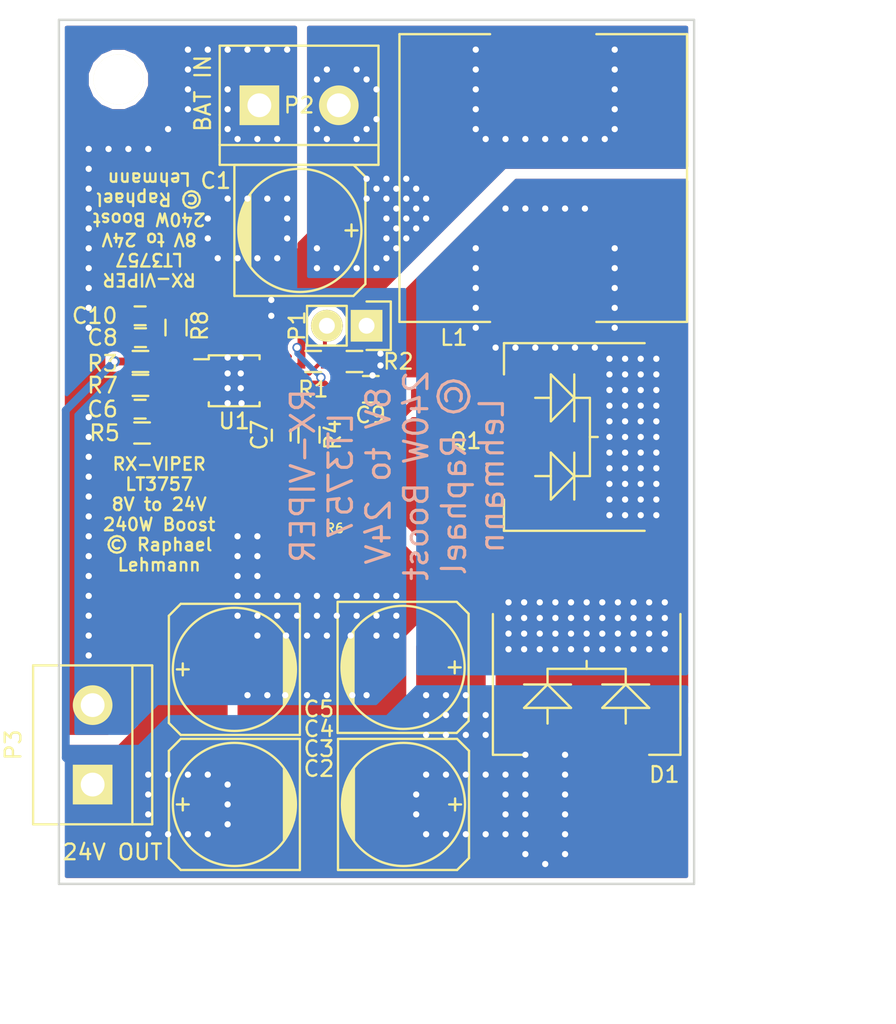
<source format=kicad_pcb>
(kicad_pcb (version 4) (host pcbnew 4.0.4-1.fc25-product)

  (general
    (links 138)
    (no_connects 1)
    (area 49.454999 30.404999 90.245001 85.800001)
    (thickness 1.6)
    (drawings 9)
    (tracks 661)
    (zones 0)
    (modules 26)
    (nets 14)
  )

  (page A4)
  (layers
    (0 F.Cu signal)
    (31 B.Cu signal)
    (32 B.Adhes user)
    (33 F.Adhes user)
    (34 B.Paste user)
    (35 F.Paste user)
    (36 B.SilkS user)
    (37 F.SilkS user)
    (38 B.Mask user)
    (39 F.Mask user)
    (40 Dwgs.User user)
    (41 Cmts.User user)
    (42 Eco1.User user)
    (43 Eco2.User user)
    (44 Edge.Cuts user)
    (45 Margin user)
    (46 B.CrtYd user)
    (47 F.CrtYd user)
    (48 B.Fab user)
    (49 F.Fab user)
  )

  (setup
    (last_trace_width 0.25)
    (user_trace_width 0.25)
    (user_trace_width 0.35)
    (user_trace_width 0.5)
    (user_trace_width 1)
    (user_trace_width 1.5)
    (user_trace_width 2)
    (trace_clearance 0.2)
    (zone_clearance 0.3)
    (zone_45_only no)
    (trace_min 0.2)
    (segment_width 0.2)
    (edge_width 0.15)
    (via_size 0.6)
    (via_drill 0.4)
    (via_min_size 0.4)
    (via_min_drill 0.3)
    (user_via 0.5 0.3)
    (user_via 0.7 0.4)
    (user_via 1 0.7)
    (uvia_size 0.3)
    (uvia_drill 0.1)
    (uvias_allowed no)
    (uvia_min_size 0.2)
    (uvia_min_drill 0.1)
    (pcb_text_width 0.3)
    (pcb_text_size 1.5 1.5)
    (mod_edge_width 0.15)
    (mod_text_size 1 1)
    (mod_text_width 0.15)
    (pad_size 1.524 1.524)
    (pad_drill 0.762)
    (pad_to_mask_clearance 0.2)
    (aux_axis_origin 0 0)
    (visible_elements FFFFFF7F)
    (pcbplotparams
      (layerselection 0x00030_80000001)
      (usegerberextensions false)
      (excludeedgelayer true)
      (linewidth 0.100000)
      (plotframeref false)
      (viasonmask false)
      (mode 1)
      (useauxorigin false)
      (hpglpennumber 1)
      (hpglpenspeed 20)
      (hpglpendiameter 15)
      (hpglpenoverlay 2)
      (psnegative false)
      (psa4output false)
      (plotreference true)
      (plotvalue true)
      (plotinvisibletext false)
      (padsonsilk false)
      (subtractmaskfromsilk false)
      (outputformat 1)
      (mirror false)
      (drillshape 1)
      (scaleselection 1)
      (outputdirectory ""))
  )

  (net 0 "")
  (net 1 /LT3757/Bat_IN)
  (net 2 GND)
  (net 3 /LT3757/24V_OUT)
  (net 4 /LT3757/SS)
  (net 5 /LT3757/V_SENSE)
  (net 6 /LT3757/V_c)
  (net 7 "Net-(C10-Pad1)")
  (net 8 /LT3757/L_D_FET)
  (net 9 /LT3757/Enable)
  (net 10 /LT3757/GATE)
  (net 11 "Net-(Q1-Pad3)")
  (net 12 /LT3757/FBX)
  (net 13 /LT3757/RT)

  (net_class Default "This is the default net class."
    (clearance 0.2)
    (trace_width 0.25)
    (via_dia 0.6)
    (via_drill 0.4)
    (uvia_dia 0.3)
    (uvia_drill 0.1)
    (add_net /LT3757/24V_OUT)
    (add_net /LT3757/Bat_IN)
    (add_net /LT3757/Enable)
    (add_net /LT3757/FBX)
    (add_net /LT3757/GATE)
    (add_net /LT3757/L_D_FET)
    (add_net /LT3757/RT)
    (add_net /LT3757/SS)
    (add_net /LT3757/V_SENSE)
    (add_net /LT3757/V_c)
    (add_net GND)
    (add_net "Net-(C10-Pad1)")
    (add_net "Net-(Q1-Pad3)")
  )

  (module Capacitors_SMD:c_elec_8x10.5 (layer F.Cu) (tedit 557296FA) (tstamp 58928F8E)
    (at 64.9478 43.942)
    (descr "SMT capacitor, aluminium electrolytic, 8x10.5")
    (path /588F905D/58924C20)
    (attr smd)
    (fp_text reference C1 (at -5.3848 -3.175) (layer F.SilkS)
      (effects (font (size 1 1) (thickness 0.15)))
    )
    (fp_text value 120µ (at 0 5.08) (layer F.Fab)
      (effects (font (size 1 1) (thickness 0.15)))
    )
    (fp_line (start -5.35 -4.55) (end 5.35 -4.55) (layer F.CrtYd) (width 0.05))
    (fp_line (start 5.35 -4.55) (end 5.35 4.55) (layer F.CrtYd) (width 0.05))
    (fp_line (start 5.35 4.55) (end -5.35 4.55) (layer F.CrtYd) (width 0.05))
    (fp_line (start -5.35 4.55) (end -5.35 -4.55) (layer F.CrtYd) (width 0.05))
    (fp_line (start -3.81 -1.016) (end -3.81 1.016) (layer F.SilkS) (width 0.15))
    (fp_line (start -3.683 1.397) (end -3.683 -1.397) (layer F.SilkS) (width 0.15))
    (fp_line (start -3.556 -1.651) (end -3.556 1.651) (layer F.SilkS) (width 0.15))
    (fp_line (start -3.429 1.905) (end -3.429 -1.905) (layer F.SilkS) (width 0.15))
    (fp_line (start -3.302 2.032) (end -3.302 -2.032) (layer F.SilkS) (width 0.15))
    (fp_line (start -3.175 -2.286) (end -3.175 2.286) (layer F.SilkS) (width 0.15))
    (fp_line (start -4.191 -4.191) (end -4.191 4.191) (layer F.SilkS) (width 0.15))
    (fp_line (start -4.191 4.191) (end 3.429 4.191) (layer F.SilkS) (width 0.15))
    (fp_line (start 3.429 4.191) (end 4.191 3.429) (layer F.SilkS) (width 0.15))
    (fp_line (start 4.191 3.429) (end 4.191 -3.429) (layer F.SilkS) (width 0.15))
    (fp_line (start 4.191 -3.429) (end 3.429 -4.191) (layer F.SilkS) (width 0.15))
    (fp_line (start 3.429 -4.191) (end -4.191 -4.191) (layer F.SilkS) (width 0.15))
    (fp_line (start 3.683 0) (end 2.921 0) (layer F.SilkS) (width 0.15))
    (fp_line (start 3.302 -0.381) (end 3.302 0.381) (layer F.SilkS) (width 0.15))
    (fp_circle (center 0 0) (end 3.937 0) (layer F.SilkS) (width 0.15))
    (pad 1 smd rect (at 3.2512 0) (size 3.50012 2.4003) (layers F.Cu F.Paste F.Mask)
      (net 1 /LT3757/Bat_IN))
    (pad 2 smd rect (at -3.2512 0) (size 3.50012 2.4003) (layers F.Cu F.Paste F.Mask)
      (net 2 GND))
    (model Capacitors_SMD.3dshapes/c_elec_8x10.5.wrl
      (at (xyz 0 0 0))
      (scale (xyz 1 1 1))
      (rotate (xyz 0 0 0))
    )
  )

  (module Capacitors_SMD:c_elec_8x10.5 (layer F.Cu) (tedit 557296FA) (tstamp 58928F94)
    (at 60.7568 80.645 180)
    (descr "SMT capacitor, aluminium electrolytic, 8x10.5")
    (path /588F905D/588FA17F)
    (attr smd)
    (fp_text reference C2 (at -5.4102 2.286 180) (layer F.SilkS)
      (effects (font (size 1 1) (thickness 0.15)))
    )
    (fp_text value 120µ (at 0 5.08 180) (layer F.Fab)
      (effects (font (size 1 1) (thickness 0.15)))
    )
    (fp_line (start -5.35 -4.55) (end 5.35 -4.55) (layer F.CrtYd) (width 0.05))
    (fp_line (start 5.35 -4.55) (end 5.35 4.55) (layer F.CrtYd) (width 0.05))
    (fp_line (start 5.35 4.55) (end -5.35 4.55) (layer F.CrtYd) (width 0.05))
    (fp_line (start -5.35 4.55) (end -5.35 -4.55) (layer F.CrtYd) (width 0.05))
    (fp_line (start -3.81 -1.016) (end -3.81 1.016) (layer F.SilkS) (width 0.15))
    (fp_line (start -3.683 1.397) (end -3.683 -1.397) (layer F.SilkS) (width 0.15))
    (fp_line (start -3.556 -1.651) (end -3.556 1.651) (layer F.SilkS) (width 0.15))
    (fp_line (start -3.429 1.905) (end -3.429 -1.905) (layer F.SilkS) (width 0.15))
    (fp_line (start -3.302 2.032) (end -3.302 -2.032) (layer F.SilkS) (width 0.15))
    (fp_line (start -3.175 -2.286) (end -3.175 2.286) (layer F.SilkS) (width 0.15))
    (fp_line (start -4.191 -4.191) (end -4.191 4.191) (layer F.SilkS) (width 0.15))
    (fp_line (start -4.191 4.191) (end 3.429 4.191) (layer F.SilkS) (width 0.15))
    (fp_line (start 3.429 4.191) (end 4.191 3.429) (layer F.SilkS) (width 0.15))
    (fp_line (start 4.191 3.429) (end 4.191 -3.429) (layer F.SilkS) (width 0.15))
    (fp_line (start 4.191 -3.429) (end 3.429 -4.191) (layer F.SilkS) (width 0.15))
    (fp_line (start 3.429 -4.191) (end -4.191 -4.191) (layer F.SilkS) (width 0.15))
    (fp_line (start 3.683 0) (end 2.921 0) (layer F.SilkS) (width 0.15))
    (fp_line (start 3.302 -0.381) (end 3.302 0.381) (layer F.SilkS) (width 0.15))
    (fp_circle (center 0 0) (end 3.937 0) (layer F.SilkS) (width 0.15))
    (pad 1 smd rect (at 3.2512 0 180) (size 3.50012 2.4003) (layers F.Cu F.Paste F.Mask)
      (net 3 /LT3757/24V_OUT))
    (pad 2 smd rect (at -3.2512 0 180) (size 3.50012 2.4003) (layers F.Cu F.Paste F.Mask)
      (net 2 GND))
    (model Capacitors_SMD.3dshapes/c_elec_8x10.5.wrl
      (at (xyz 0 0 0))
      (scale (xyz 1 1 1))
      (rotate (xyz 0 0 0))
    )
  )

  (module Capacitors_SMD:c_elec_8x10.5 (layer F.Cu) (tedit 557296FA) (tstamp 58928F9A)
    (at 71.5772 80.645)
    (descr "SMT capacitor, aluminium electrolytic, 8x10.5")
    (path /588F905D/588FA2C0)
    (attr smd)
    (fp_text reference C3 (at -5.4102 -3.556) (layer F.SilkS)
      (effects (font (size 1 1) (thickness 0.15)))
    )
    (fp_text value 120µ (at 0 5.08) (layer F.Fab)
      (effects (font (size 1 1) (thickness 0.15)))
    )
    (fp_line (start -5.35 -4.55) (end 5.35 -4.55) (layer F.CrtYd) (width 0.05))
    (fp_line (start 5.35 -4.55) (end 5.35 4.55) (layer F.CrtYd) (width 0.05))
    (fp_line (start 5.35 4.55) (end -5.35 4.55) (layer F.CrtYd) (width 0.05))
    (fp_line (start -5.35 4.55) (end -5.35 -4.55) (layer F.CrtYd) (width 0.05))
    (fp_line (start -3.81 -1.016) (end -3.81 1.016) (layer F.SilkS) (width 0.15))
    (fp_line (start -3.683 1.397) (end -3.683 -1.397) (layer F.SilkS) (width 0.15))
    (fp_line (start -3.556 -1.651) (end -3.556 1.651) (layer F.SilkS) (width 0.15))
    (fp_line (start -3.429 1.905) (end -3.429 -1.905) (layer F.SilkS) (width 0.15))
    (fp_line (start -3.302 2.032) (end -3.302 -2.032) (layer F.SilkS) (width 0.15))
    (fp_line (start -3.175 -2.286) (end -3.175 2.286) (layer F.SilkS) (width 0.15))
    (fp_line (start -4.191 -4.191) (end -4.191 4.191) (layer F.SilkS) (width 0.15))
    (fp_line (start -4.191 4.191) (end 3.429 4.191) (layer F.SilkS) (width 0.15))
    (fp_line (start 3.429 4.191) (end 4.191 3.429) (layer F.SilkS) (width 0.15))
    (fp_line (start 4.191 3.429) (end 4.191 -3.429) (layer F.SilkS) (width 0.15))
    (fp_line (start 4.191 -3.429) (end 3.429 -4.191) (layer F.SilkS) (width 0.15))
    (fp_line (start 3.429 -4.191) (end -4.191 -4.191) (layer F.SilkS) (width 0.15))
    (fp_line (start 3.683 0) (end 2.921 0) (layer F.SilkS) (width 0.15))
    (fp_line (start 3.302 -0.381) (end 3.302 0.381) (layer F.SilkS) (width 0.15))
    (fp_circle (center 0 0) (end 3.937 0) (layer F.SilkS) (width 0.15))
    (pad 1 smd rect (at 3.2512 0) (size 3.50012 2.4003) (layers F.Cu F.Paste F.Mask)
      (net 3 /LT3757/24V_OUT))
    (pad 2 smd rect (at -3.2512 0) (size 3.50012 2.4003) (layers F.Cu F.Paste F.Mask)
      (net 2 GND))
    (model Capacitors_SMD.3dshapes/c_elec_8x10.5.wrl
      (at (xyz 0 0 0))
      (scale (xyz 1 1 1))
      (rotate (xyz 0 0 0))
    )
  )

  (module Capacitors_SMD:c_elec_8x10.5 (layer F.Cu) (tedit 557296FA) (tstamp 58928FA0)
    (at 60.7568 72.009 180)
    (descr "SMT capacitor, aluminium electrolytic, 8x10.5")
    (path /588F905D/588FA2F5)
    (attr smd)
    (fp_text reference C4 (at -5.4102 -3.81 180) (layer F.SilkS)
      (effects (font (size 1 1) (thickness 0.15)))
    )
    (fp_text value 120µ (at 0 5.08 180) (layer F.Fab)
      (effects (font (size 1 1) (thickness 0.15)))
    )
    (fp_line (start -5.35 -4.55) (end 5.35 -4.55) (layer F.CrtYd) (width 0.05))
    (fp_line (start 5.35 -4.55) (end 5.35 4.55) (layer F.CrtYd) (width 0.05))
    (fp_line (start 5.35 4.55) (end -5.35 4.55) (layer F.CrtYd) (width 0.05))
    (fp_line (start -5.35 4.55) (end -5.35 -4.55) (layer F.CrtYd) (width 0.05))
    (fp_line (start -3.81 -1.016) (end -3.81 1.016) (layer F.SilkS) (width 0.15))
    (fp_line (start -3.683 1.397) (end -3.683 -1.397) (layer F.SilkS) (width 0.15))
    (fp_line (start -3.556 -1.651) (end -3.556 1.651) (layer F.SilkS) (width 0.15))
    (fp_line (start -3.429 1.905) (end -3.429 -1.905) (layer F.SilkS) (width 0.15))
    (fp_line (start -3.302 2.032) (end -3.302 -2.032) (layer F.SilkS) (width 0.15))
    (fp_line (start -3.175 -2.286) (end -3.175 2.286) (layer F.SilkS) (width 0.15))
    (fp_line (start -4.191 -4.191) (end -4.191 4.191) (layer F.SilkS) (width 0.15))
    (fp_line (start -4.191 4.191) (end 3.429 4.191) (layer F.SilkS) (width 0.15))
    (fp_line (start 3.429 4.191) (end 4.191 3.429) (layer F.SilkS) (width 0.15))
    (fp_line (start 4.191 3.429) (end 4.191 -3.429) (layer F.SilkS) (width 0.15))
    (fp_line (start 4.191 -3.429) (end 3.429 -4.191) (layer F.SilkS) (width 0.15))
    (fp_line (start 3.429 -4.191) (end -4.191 -4.191) (layer F.SilkS) (width 0.15))
    (fp_line (start 3.683 0) (end 2.921 0) (layer F.SilkS) (width 0.15))
    (fp_line (start 3.302 -0.381) (end 3.302 0.381) (layer F.SilkS) (width 0.15))
    (fp_circle (center 0 0) (end 3.937 0) (layer F.SilkS) (width 0.15))
    (pad 1 smd rect (at 3.2512 0 180) (size 3.50012 2.4003) (layers F.Cu F.Paste F.Mask)
      (net 3 /LT3757/24V_OUT))
    (pad 2 smd rect (at -3.2512 0 180) (size 3.50012 2.4003) (layers F.Cu F.Paste F.Mask)
      (net 2 GND))
    (model Capacitors_SMD.3dshapes/c_elec_8x10.5.wrl
      (at (xyz 0 0 0))
      (scale (xyz 1 1 1))
      (rotate (xyz 0 0 0))
    )
  )

  (module Capacitors_SMD:C_0603 (layer F.Cu) (tedit 5415D631) (tstamp 58928FAC)
    (at 54.725 55.372 180)
    (descr "Capacitor SMD 0603, reflow soldering, AVX (see smccp.pdf)")
    (tags "capacitor 0603")
    (path /588F905D/588FA6E1)
    (attr smd)
    (fp_text reference C6 (at 2.401 0 180) (layer F.SilkS)
      (effects (font (size 1 1) (thickness 0.15)))
    )
    (fp_text value 100n (at 0 1.9 180) (layer F.Fab)
      (effects (font (size 1 1) (thickness 0.15)))
    )
    (fp_line (start -1.45 -0.75) (end 1.45 -0.75) (layer F.CrtYd) (width 0.05))
    (fp_line (start -1.45 0.75) (end 1.45 0.75) (layer F.CrtYd) (width 0.05))
    (fp_line (start -1.45 -0.75) (end -1.45 0.75) (layer F.CrtYd) (width 0.05))
    (fp_line (start 1.45 -0.75) (end 1.45 0.75) (layer F.CrtYd) (width 0.05))
    (fp_line (start -0.35 -0.6) (end 0.35 -0.6) (layer F.SilkS) (width 0.15))
    (fp_line (start 0.35 0.6) (end -0.35 0.6) (layer F.SilkS) (width 0.15))
    (pad 1 smd rect (at -0.75 0 180) (size 0.8 0.75) (layers F.Cu F.Paste F.Mask)
      (net 4 /LT3757/SS))
    (pad 2 smd rect (at 0.75 0 180) (size 0.8 0.75) (layers F.Cu F.Paste F.Mask)
      (net 2 GND))
    (model Capacitors_SMD.3dshapes/C_0603.wrl
      (at (xyz 0 0 0))
      (scale (xyz 1 1 1))
      (rotate (xyz 0 0 0))
    )
  )

  (module Capacitors_SMD:C_0603 (layer F.Cu) (tedit 5415D631) (tstamp 58928FB2)
    (at 63.754 57.035 270)
    (descr "Capacitor SMD 0603, reflow soldering, AVX (see smccp.pdf)")
    (tags "capacitor 0603")
    (path /588F905D/588FE99D)
    (attr smd)
    (fp_text reference C7 (at -0.012 1.397 270) (layer F.SilkS)
      (effects (font (size 1 1) (thickness 0.15)))
    )
    (fp_text value "(2n2)" (at 0 1.9 270) (layer F.Fab)
      (effects (font (size 1 1) (thickness 0.15)))
    )
    (fp_line (start -1.45 -0.75) (end 1.45 -0.75) (layer F.CrtYd) (width 0.05))
    (fp_line (start -1.45 0.75) (end 1.45 0.75) (layer F.CrtYd) (width 0.05))
    (fp_line (start -1.45 -0.75) (end -1.45 0.75) (layer F.CrtYd) (width 0.05))
    (fp_line (start 1.45 -0.75) (end 1.45 0.75) (layer F.CrtYd) (width 0.05))
    (fp_line (start -0.35 -0.6) (end 0.35 -0.6) (layer F.SilkS) (width 0.15))
    (fp_line (start 0.35 0.6) (end -0.35 0.6) (layer F.SilkS) (width 0.15))
    (pad 1 smd rect (at -0.75 0 270) (size 0.8 0.75) (layers F.Cu F.Paste F.Mask)
      (net 5 /LT3757/V_SENSE))
    (pad 2 smd rect (at 0.75 0 270) (size 0.8 0.75) (layers F.Cu F.Paste F.Mask)
      (net 2 GND))
    (model Capacitors_SMD.3dshapes/C_0603.wrl
      (at (xyz 0 0 0))
      (scale (xyz 1 1 1))
      (rotate (xyz 0 0 0))
    )
  )

  (module Capacitors_SMD:C_0603 (layer F.Cu) (tedit 5415D631) (tstamp 58928FB8)
    (at 54.749 50.8 180)
    (descr "Capacitor SMD 0603, reflow soldering, AVX (see smccp.pdf)")
    (tags "capacitor 0603")
    (path /588F905D/588FE63C)
    (attr smd)
    (fp_text reference C8 (at 2.425 0 180) (layer F.SilkS)
      (effects (font (size 1 1) (thickness 0.15)))
    )
    (fp_text value 100p (at 0 1.9 180) (layer F.Fab)
      (effects (font (size 1 1) (thickness 0.15)))
    )
    (fp_line (start -1.45 -0.75) (end 1.45 -0.75) (layer F.CrtYd) (width 0.05))
    (fp_line (start -1.45 0.75) (end 1.45 0.75) (layer F.CrtYd) (width 0.05))
    (fp_line (start -1.45 -0.75) (end -1.45 0.75) (layer F.CrtYd) (width 0.05))
    (fp_line (start 1.45 -0.75) (end 1.45 0.75) (layer F.CrtYd) (width 0.05))
    (fp_line (start -0.35 -0.6) (end 0.35 -0.6) (layer F.SilkS) (width 0.15))
    (fp_line (start 0.35 0.6) (end -0.35 0.6) (layer F.SilkS) (width 0.15))
    (pad 1 smd rect (at -0.75 0 180) (size 0.8 0.75) (layers F.Cu F.Paste F.Mask)
      (net 6 /LT3757/V_c))
    (pad 2 smd rect (at 0.75 0 180) (size 0.8 0.75) (layers F.Cu F.Paste F.Mask)
      (net 2 GND))
    (model Capacitors_SMD.3dshapes/C_0603.wrl
      (at (xyz 0 0 0))
      (scale (xyz 1 1 1))
      (rotate (xyz 0 0 0))
    )
  )

  (module Capacitors_SMD:C_0805 (layer F.Cu) (tedit 5415D6EA) (tstamp 58928FBE)
    (at 69.485 54.102)
    (descr "Capacitor SMD 0805, reflow soldering, AVX (see smccp.pdf)")
    (tags "capacitor 0805")
    (path /588F905D/588FB818)
    (attr smd)
    (fp_text reference C9 (at -0.016 1.651) (layer F.SilkS)
      (effects (font (size 1 1) (thickness 0.15)))
    )
    (fp_text value 4µ7 (at 0 2.1) (layer F.Fab)
      (effects (font (size 1 1) (thickness 0.15)))
    )
    (fp_line (start -1.8 -1) (end 1.8 -1) (layer F.CrtYd) (width 0.05))
    (fp_line (start -1.8 1) (end 1.8 1) (layer F.CrtYd) (width 0.05))
    (fp_line (start -1.8 -1) (end -1.8 1) (layer F.CrtYd) (width 0.05))
    (fp_line (start 1.8 -1) (end 1.8 1) (layer F.CrtYd) (width 0.05))
    (fp_line (start 0.5 -0.85) (end -0.5 -0.85) (layer F.SilkS) (width 0.15))
    (fp_line (start -0.5 0.85) (end 0.5 0.85) (layer F.SilkS) (width 0.15))
    (pad 1 smd rect (at -1 0) (size 1 1.25) (layers F.Cu F.Paste F.Mask)
      (net 1 /LT3757/Bat_IN))
    (pad 2 smd rect (at 1 0) (size 1 1.25) (layers F.Cu F.Paste F.Mask)
      (net 2 GND))
    (model Capacitors_SMD.3dshapes/C_0805.wrl
      (at (xyz 0 0 0))
      (scale (xyz 1 1 1))
      (rotate (xyz 0 0 0))
    )
  )

  (module Capacitors_SMD:C_0603 (layer F.Cu) (tedit 5415D631) (tstamp 58928FC4)
    (at 54.725 49.403 180)
    (descr "Capacitor SMD 0603, reflow soldering, AVX (see smccp.pdf)")
    (tags "capacitor 0603")
    (path /588F905D/588FB4B3)
    (attr smd)
    (fp_text reference C10 (at 2.909 0 180) (layer F.SilkS)
      (effects (font (size 1 1) (thickness 0.15)))
    )
    (fp_text value 6n8 (at 0 1.9 180) (layer F.Fab)
      (effects (font (size 1 1) (thickness 0.15)))
    )
    (fp_line (start -1.45 -0.75) (end 1.45 -0.75) (layer F.CrtYd) (width 0.05))
    (fp_line (start -1.45 0.75) (end 1.45 0.75) (layer F.CrtYd) (width 0.05))
    (fp_line (start -1.45 -0.75) (end -1.45 0.75) (layer F.CrtYd) (width 0.05))
    (fp_line (start 1.45 -0.75) (end 1.45 0.75) (layer F.CrtYd) (width 0.05))
    (fp_line (start -0.35 -0.6) (end 0.35 -0.6) (layer F.SilkS) (width 0.15))
    (fp_line (start 0.35 0.6) (end -0.35 0.6) (layer F.SilkS) (width 0.15))
    (pad 1 smd rect (at -0.75 0 180) (size 0.8 0.75) (layers F.Cu F.Paste F.Mask)
      (net 7 "Net-(C10-Pad1)"))
    (pad 2 smd rect (at 0.75 0 180) (size 0.8 0.75) (layers F.Cu F.Paste F.Mask)
      (net 2 GND))
    (model Capacitors_SMD.3dshapes/C_0603.wrl
      (at (xyz 0 0 0))
      (scale (xyz 1 1 1))
      (rotate (xyz 0 0 0))
    )
  )

  (module Diodes_SMD:DD-PAK_TO263_DualDiode_ThermalVias (layer F.Cu) (tedit 552FE495) (tstamp 58928FF7)
    (at 83.296 75.473)
    (descr "DD-PAK, TO263, Dual Diode, Thermal Vias,")
    (tags "DD-PAK TO263 Dual Diode Thermal Vias ")
    (path /588F905D/588F9DE1)
    (attr smd)
    (fp_text reference D1 (at 4.969 3.267) (layer F.SilkS)
      (effects (font (size 1 1) (thickness 0.15)))
    )
    (fp_text value VS-42CTQ030S-M3 (at 0.50038 9.75106) (layer F.Fab)
      (effects (font (size 1 1) (thickness 0.15)))
    )
    (fp_line (start -6.25 -8.65) (end 6.25 -8.65) (layer F.CrtYd) (width 0.05))
    (fp_line (start 6.25 -8.65) (end 6.25 8.2) (layer F.CrtYd) (width 0.05))
    (fp_line (start 6.25 8.2) (end -6.25 8.2) (layer F.CrtYd) (width 0.05))
    (fp_line (start -6.25 8.2) (end -6.25 -8.65) (layer F.CrtYd) (width 0.05))
    (fp_line (start -5.5 -8.25) (end 5.5 -8.25) (layer F.Mask) (width 0.45))
    (fp_line (start 5.5 -8.25) (end 5.5 -4.25) (layer F.Mask) (width 0.45))
    (fp_line (start 5.5 -4.25) (end -5.5 -4.25) (layer F.Mask) (width 0.45))
    (fp_line (start -5.5 -4.25) (end -5.5 -8.25) (layer F.Mask) (width 0.45))
    (fp_circle (center 4 -4.75) (end 4.1 -4.75) (layer F.Mask) (width 0.215))
    (fp_circle (center 3 -4.75) (end 3.1 -4.75) (layer F.Mask) (width 0.215))
    (fp_circle (center 5 -4.75) (end 5.1 -4.75) (layer F.Mask) (width 0.215))
    (fp_circle (center -2 -4.75) (end -1.9 -4.75) (layer F.Mask) (width 0.215))
    (fp_circle (center -3 -4.75) (end -2.9 -4.75) (layer F.Mask) (width 0.215))
    (fp_circle (center -5 -4.75) (end -4.9 -4.75) (layer F.Mask) (width 0.215))
    (fp_circle (center -4 -4.75) (end -3.9 -4.75) (layer F.Mask) (width 0.215))
    (fp_circle (center 0 -4.75) (end 0.1 -4.75) (layer F.Mask) (width 0.215))
    (fp_circle (center -1 -4.75) (end -0.9 -4.75) (layer F.Mask) (width 0.215))
    (fp_circle (center 1 -4.75) (end 1.1 -4.75) (layer F.Mask) (width 0.215))
    (fp_circle (center 2 -7.75) (end 2.1 -7.75) (layer F.Mask) (width 0.215))
    (fp_circle (center 1 -7.75) (end 1.1 -7.75) (layer F.Mask) (width 0.215))
    (fp_circle (center 3 -7.75) (end 3.1 -7.75) (layer F.Mask) (width 0.215))
    (fp_circle (center 4 -7.75) (end 4.1 -7.75) (layer F.Mask) (width 0.215))
    (fp_circle (center 1 -6.75) (end 1.1 -6.75) (layer F.Mask) (width 0.215))
    (fp_circle (center 0 -6.75) (end 0.1 -6.75) (layer F.Mask) (width 0.215))
    (fp_circle (center -2 -6.75) (end -1.9 -6.75) (layer F.Mask) (width 0.215))
    (fp_circle (center -1 -6.75) (end -0.9 -6.75) (layer F.Mask) (width 0.215))
    (fp_circle (center 4 -5.75) (end 4.1 -5.75) (layer F.Mask) (width 0.215))
    (fp_circle (center 3 -5.75) (end 3.1 -5.75) (layer F.Mask) (width 0.215))
    (fp_circle (center 5 -5.75) (end 5.1 -5.75) (layer F.Mask) (width 0.215))
    (fp_circle (center 2 -4.75) (end 2.1 -4.75) (layer F.Mask) (width 0.215))
    (fp_circle (center -2 -5.75) (end -1.9 -5.75) (layer F.Mask) (width 0.215))
    (fp_circle (center -3 -5.75) (end -2.9 -5.75) (layer F.Mask) (width 0.215))
    (fp_circle (center -5 -5.75) (end -4.9 -5.75) (layer F.Mask) (width 0.215))
    (fp_circle (center -4 -5.75) (end -3.9 -5.75) (layer F.Mask) (width 0.215))
    (fp_circle (center 3 -6.75) (end 3.1 -6.75) (layer F.Mask) (width 0.215))
    (fp_circle (center 2 -6.75) (end 2.1 -6.75) (layer F.Mask) (width 0.215))
    (fp_circle (center 4 -6.75) (end 4.1 -6.75) (layer F.Mask) (width 0.215))
    (fp_circle (center 5 -6.75) (end 5.1 -6.75) (layer F.Mask) (width 0.215))
    (fp_circle (center 2 -5.75) (end 2.1 -5.75) (layer F.Mask) (width 0.215))
    (fp_circle (center 1 -5.75) (end 1.1 -5.75) (layer F.Mask) (width 0.215))
    (fp_circle (center -1 -5.75) (end -0.9 -5.75) (layer F.Mask) (width 0.215))
    (fp_circle (center 0 -5.75) (end 0.1 -5.75) (layer F.Mask) (width 0.215))
    (fp_circle (center -5 -6.75) (end -4.9 -6.75) (layer F.Mask) (width 0.215))
    (fp_circle (center 5 -7.75) (end 5.1 -7.75) (layer F.Mask) (width 0.215))
    (fp_circle (center -4 -6.75) (end -3.9 -6.75) (layer F.Mask) (width 0.215))
    (fp_circle (center -3 -6.75) (end -2.9 -6.75) (layer F.Mask) (width 0.215))
    (fp_circle (center 0 -7.75) (end 0.1 -7.75) (layer F.Mask) (width 0.215))
    (fp_circle (center -1 -7.75) (end -0.9 -7.75) (layer F.Mask) (width 0.215))
    (fp_circle (center -3 -7.75) (end -2.9 -7.75) (layer F.Mask) (width 0.215))
    (fp_circle (center -2 -7.75) (end -1.9 -7.75) (layer F.Mask) (width 0.215))
    (fp_circle (center -4 -7.75) (end -3.9 -7.75) (layer F.Mask) (width 0.215))
    (fp_circle (center -5 -7.75) (end -4.9 -7.75) (layer F.Mask) (width 0.215))
    (fp_line (start -5.25 -5.25) (end 5.25 -5.25) (layer F.Mask) (width 0.45))
    (fp_line (start -5.25 -5.25) (end 5.25 -5.25) (layer F.Paste) (width 0.45))
    (fp_line (start -5.25 -6.25) (end 5.25 -6.25) (layer F.Mask) (width 0.45))
    (fp_line (start -5.25 -6.25) (end 5.25 -6.25) (layer F.Paste) (width 0.45))
    (fp_line (start -5.25 -7.25) (end 5.25 -7.25) (layer F.Mask) (width 0.45))
    (fp_line (start -5.25 -7.25) (end 5.25 -7.25) (layer F.Paste) (width 0.45))
    (fp_line (start 4.5 -8.05) (end 4.5 -4.5) (layer F.Mask) (width 0.45))
    (fp_line (start 4.5 -8.05) (end 4.5 -4.5) (layer F.Paste) (width 0.45))
    (fp_line (start 3.5 -8.05) (end 3.5 -4.5) (layer F.Mask) (width 0.45))
    (fp_line (start 3.5 -8.05) (end 3.5 -4.5) (layer F.Paste) (width 0.45))
    (fp_line (start 2.5 -8.05) (end 2.5 -4.5) (layer F.Mask) (width 0.45))
    (fp_line (start 2.5 -8.05) (end 2.5 -4.5) (layer F.Paste) (width 0.45))
    (fp_line (start 1.5 -8.05) (end 1.5 -4.5) (layer F.Mask) (width 0.45))
    (fp_line (start 1.5 -8.05) (end 1.5 -4.5) (layer F.Paste) (width 0.45))
    (fp_line (start 0.5 -8.05) (end 0.5 -4.5) (layer F.Mask) (width 0.45))
    (fp_line (start 0.5 -8.05) (end 0.5 -4.5) (layer F.Paste) (width 0.45))
    (fp_line (start -0.5 -8.05) (end -0.5 -4.5) (layer F.Mask) (width 0.45))
    (fp_line (start -0.5 -8.05) (end -0.5 -4.5) (layer F.Paste) (width 0.45))
    (fp_line (start -1.5 -8.05) (end -1.5 -4.5) (layer F.Mask) (width 0.45))
    (fp_line (start -1.5 -8.05) (end -1.5 -4.5) (layer F.Paste) (width 0.45))
    (fp_line (start -2.5 -8.05) (end -2.5 -4.5) (layer F.Mask) (width 0.45))
    (fp_line (start -2.5 -8.05) (end -2.5 -4.5) (layer F.Paste) (width 0.45))
    (fp_line (start -3.5 -8.05) (end -3.5 -4.5) (layer F.Mask) (width 0.45))
    (fp_line (start -3.5 -8.05) (end -3.5 -4.5) (layer F.Paste) (width 0.45))
    (fp_line (start -4.5 -8.05) (end -4.5 -4.5) (layer F.Mask) (width 0.45))
    (fp_line (start -4.5 -8.05) (end -4.5 -4.5) (layer F.Paste) (width 0.45))
    (fp_line (start -2.49936 -3.50012) (end 0 -3.50012) (layer F.SilkS) (width 0.15))
    (fp_line (start -4.0005 -1.00076) (end -1.00076 -1.00076) (layer F.SilkS) (width 0.15))
    (fp_line (start -2.5019 -2.49936) (end -4.0005 -1.00076) (layer F.SilkS) (width 0.15))
    (fp_line (start -1.00076 -1.00076) (end -2.5019 -2.49936) (layer F.SilkS) (width 0.15))
    (fp_line (start -4.0005 -2.49936) (end -1.00076 -2.49936) (layer F.SilkS) (width 0.15))
    (fp_line (start -2.5019 -2.49936) (end -2.5019 -3.50012) (layer F.SilkS) (width 0.15))
    (fp_line (start -2.5019 -1.00076) (end -2.5019 0) (layer F.SilkS) (width 0.15))
    (fp_line (start 2.49936 -1.00076) (end 2.49936 0) (layer F.SilkS) (width 0.15))
    (fp_line (start 2.49936 -2.49936) (end 2.49936 -3.50012) (layer F.SilkS) (width 0.15))
    (fp_line (start 2.49936 -3.50012) (end 0 -3.50012) (layer F.SilkS) (width 0.15))
    (fp_line (start 0 -3.50012) (end 0 -4.0005) (layer F.SilkS) (width 0.15))
    (fp_line (start 1.00076 -2.49936) (end 4.0005 -2.49936) (layer F.SilkS) (width 0.15))
    (fp_line (start 4.0005 -1.00076) (end 2.49936 -2.49936) (layer F.SilkS) (width 0.15))
    (fp_line (start 2.49936 -2.49936) (end 1.00076 -1.00076) (layer F.SilkS) (width 0.15))
    (fp_line (start 1.00076 -1.00076) (end 4.0005 -1.00076) (layer F.SilkS) (width 0.15))
    (fp_line (start 4.0005 1.99898) (end 5.99948 1.99898) (layer F.SilkS) (width 0.15))
    (fp_line (start 5.99948 1.99898) (end 5.99948 -7.00024) (layer F.SilkS) (width 0.15))
    (fp_line (start -5.99948 -7.00024) (end -5.99948 1.99898) (layer F.SilkS) (width 0.15))
    (fp_line (start -5.99948 1.99898) (end -4.0005 1.99898) (layer F.SilkS) (width 0.15))
    (pad 2 thru_hole rect (at -5 -7.75) (size 1 1) (drill 0.4) (layers *.Cu B.Mask)
      (net 8 /LT3757/L_D_FET))
    (pad 2 thru_hole rect (at -4 -7.75) (size 1 1) (drill 0.4) (layers *.Cu B.Mask)
      (net 8 /LT3757/L_D_FET))
    (pad 2 thru_hole rect (at -4 -6.75) (size 1 1) (drill 0.4) (layers *.Cu B.Mask)
      (net 8 /LT3757/L_D_FET))
    (pad 2 thru_hole rect (at -5 -6.75) (size 1 1) (drill 0.4) (layers *.Cu B.Mask)
      (net 8 /LT3757/L_D_FET))
    (pad 2 thru_hole rect (at -3 -6.75) (size 1 1) (drill 0.4) (layers *.Cu B.Mask)
      (net 8 /LT3757/L_D_FET))
    (pad 2 thru_hole rect (at -2 -6.75) (size 1 1) (drill 0.4) (layers *.Cu B.Mask)
      (net 8 /LT3757/L_D_FET))
    (pad 2 thru_hole rect (at -2 -7.75) (size 1 1) (drill 0.4) (layers *.Cu B.Mask)
      (net 8 /LT3757/L_D_FET))
    (pad 2 thru_hole rect (at -3 -7.75) (size 1 1) (drill 0.4) (layers *.Cu B.Mask)
      (net 8 /LT3757/L_D_FET))
    (pad 2 thru_hole rect (at 1 -7.75) (size 1 1) (drill 0.4) (layers *.Cu B.Mask)
      (net 8 /LT3757/L_D_FET))
    (pad 2 thru_hole rect (at 2 -7.75) (size 1 1) (drill 0.4) (layers *.Cu B.Mask)
      (net 8 /LT3757/L_D_FET))
    (pad 2 thru_hole rect (at 2 -6.75) (size 1 1) (drill 0.4) (layers *.Cu B.Mask)
      (net 8 /LT3757/L_D_FET))
    (pad 2 thru_hole rect (at 1 -6.75) (size 1 1) (drill 0.4) (layers *.Cu B.Mask)
      (net 8 /LT3757/L_D_FET))
    (pad 2 thru_hole rect (at -1 -6.75) (size 1 1) (drill 0.4) (layers *.Cu B.Mask)
      (net 8 /LT3757/L_D_FET))
    (pad 2 thru_hole rect (at 0 -6.75) (size 1 1) (drill 0.4) (layers *.Cu B.Mask)
      (net 8 /LT3757/L_D_FET))
    (pad 2 thru_hole rect (at 0 -7.75) (size 1 1) (drill 0.4) (layers *.Cu B.Mask)
      (net 8 /LT3757/L_D_FET))
    (pad 2 thru_hole rect (at -1 -7.75) (size 1 1) (drill 0.4) (layers *.Cu B.Mask)
      (net 8 /LT3757/L_D_FET))
    (pad 2 thru_hole rect (at 3 -7.75) (size 1 1) (drill 0.4) (layers *.Cu B.Mask)
      (net 8 /LT3757/L_D_FET))
    (pad 2 thru_hole rect (at 3 -6.75) (size 1 1) (drill 0.4) (layers *.Cu B.Mask)
      (net 8 /LT3757/L_D_FET))
    (pad 2 thru_hole rect (at 4 -6.75) (size 1 1) (drill 0.4) (layers *.Cu B.Mask)
      (net 8 /LT3757/L_D_FET))
    (pad 2 thru_hole rect (at 5 -6.75) (size 1 1) (drill 0.4) (layers *.Cu B.Mask)
      (net 8 /LT3757/L_D_FET))
    (pad 2 thru_hole rect (at 5 -7.75) (size 1 1) (drill 0.4) (layers *.Cu B.Mask)
      (net 8 /LT3757/L_D_FET))
    (pad 2 thru_hole rect (at 4 -7.75) (size 1 1) (drill 0.4) (layers *.Cu B.Mask)
      (net 8 /LT3757/L_D_FET))
    (pad 2 thru_hole rect (at 4 -5.75) (size 1 1) (drill 0.4) (layers *.Cu B.Mask)
      (net 8 /LT3757/L_D_FET))
    (pad 2 thru_hole rect (at 5 -5.75) (size 1 1) (drill 0.4) (layers *.Cu B.Mask)
      (net 8 /LT3757/L_D_FET))
    (pad 2 thru_hole rect (at 5 -4.75) (size 1 1) (drill 0.4) (layers *.Cu B.Mask)
      (net 8 /LT3757/L_D_FET))
    (pad 2 thru_hole rect (at 4 -4.75) (size 1 1) (drill 0.4) (layers *.Cu B.Mask)
      (net 8 /LT3757/L_D_FET))
    (pad 2 thru_hole rect (at 3 -4.75) (size 1 1) (drill 0.4) (layers *.Cu B.Mask)
      (net 8 /LT3757/L_D_FET))
    (pad 2 thru_hole rect (at 3 -5.75) (size 1 1) (drill 0.4) (layers *.Cu B.Mask)
      (net 8 /LT3757/L_D_FET))
    (pad 2 thru_hole rect (at -1 -5.75) (size 1 1) (drill 0.4) (layers *.Cu B.Mask)
      (net 8 /LT3757/L_D_FET))
    (pad 2 thru_hole rect (at 0 -5.75) (size 1 1) (drill 0.4) (layers *.Cu B.Mask)
      (net 8 /LT3757/L_D_FET))
    (pad 2 thru_hole rect (at 0 -4.75) (size 1 1) (drill 0.4) (layers *.Cu B.Mask)
      (net 8 /LT3757/L_D_FET))
    (pad 2 thru_hole rect (at -1 -4.75) (size 1 1) (drill 0.4) (layers *.Cu B.Mask)
      (net 8 /LT3757/L_D_FET))
    (pad 2 thru_hole rect (at 1 -4.75) (size 1 1) (drill 0.4) (layers *.Cu B.Mask)
      (net 8 /LT3757/L_D_FET))
    (pad 2 thru_hole rect (at 2 -4.75) (size 1 1) (drill 0.4) (layers *.Cu B.Mask)
      (net 8 /LT3757/L_D_FET))
    (pad 2 thru_hole rect (at 2 -5.75) (size 1 1) (drill 0.4) (layers *.Cu B.Mask)
      (net 8 /LT3757/L_D_FET))
    (pad 2 thru_hole rect (at 1 -5.75) (size 1 1) (drill 0.4) (layers *.Cu B.Mask)
      (net 8 /LT3757/L_D_FET))
    (pad 2 thru_hole rect (at -3 -5.75) (size 1 1) (drill 0.4) (layers *.Cu B.Mask)
      (net 8 /LT3757/L_D_FET))
    (pad 2 thru_hole rect (at -2 -5.75) (size 1 1) (drill 0.4) (layers *.Cu B.Mask)
      (net 8 /LT3757/L_D_FET))
    (pad 2 thru_hole rect (at -2 -4.75) (size 1 1) (drill 0.4) (layers *.Cu B.Mask)
      (net 8 /LT3757/L_D_FET))
    (pad 2 thru_hole rect (at -3 -4.75) (size 1 1) (drill 0.4) (layers *.Cu B.Mask)
      (net 8 /LT3757/L_D_FET))
    (pad 2 thru_hole rect (at -5 -4.75) (size 1 1) (drill 0.4) (layers *.Cu B.Mask)
      (net 8 /LT3757/L_D_FET))
    (pad 2 thru_hole rect (at -4 -4.75) (size 1 1) (drill 0.4) (layers *.Cu B.Mask)
      (net 8 /LT3757/L_D_FET))
    (pad 2 thru_hole rect (at -4 -5.75) (size 1 1) (drill 0.4) (layers *.Cu B.Mask)
      (net 8 /LT3757/L_D_FET))
    (pad 2 thru_hole rect (at -5 -5.75) (size 1 1) (drill 0.4) (layers *.Cu B.Mask)
      (net 8 /LT3757/L_D_FET))
    (pad 1 smd rect (at -2.54 4.43992) (size 1.09982 7.0104) (layers F.Cu F.Paste F.Mask)
      (net 3 /LT3757/24V_OUT))
    (pad 3 smd rect (at 2.54 4.43992) (size 1.09982 7.0104) (layers F.Cu F.Paste F.Mask))
    (pad ~ smd oval (at 0 -1.99898) (size 5.00126 1.99898) (layers F.Adhes))
    (model Diodes_SMD.3dshapes/DD-PAK_TO263_DualDiode_ThermalVias.wrl
      (at (xyz 0 0.075 0))
      (scale (xyz 0.3937 0.3937 0.3937))
      (rotate (xyz 0 0 0))
    )
  )

  (module GH_Inductors:Inductor_Wurth_HCI-1890 (layer F.Cu) (tedit 5745AE01) (tstamp 58928FFD)
    (at 80.518 40.594 270)
    (descr "Inductor, Wurth Elektronik, Wurth_HCI-1890, 18.2mmx18.2mm")
    (tags "inductor wurth hci smd")
    (path /588F905D/588F9D48)
    (attr smd)
    (fp_text reference L1 (at 10.206 5.715 360) (layer F.SilkS)
      (effects (font (size 1 1) (thickness 0.15)))
    )
    (fp_text value 0.72µH (at 0 10.6 270) (layer F.Fab)
      (effects (font (size 1 1) (thickness 0.15)))
    )
    (fp_line (start -9.1 -9.1) (end -9.1 9.1) (layer F.Fab) (width 0.15))
    (fp_line (start -9.1 9.1) (end 9.1 9.1) (layer F.Fab) (width 0.15))
    (fp_line (start 9.1 9.1) (end 9.1 -9.1) (layer F.Fab) (width 0.15))
    (fp_line (start 9.1 -9.1) (end -9.1 -9.1) (layer F.Fab) (width 0.15))
    (fp_line (start -9.95 -9.4) (end -9.95 9.4) (layer F.CrtYd) (width 0.05))
    (fp_line (start -9.95 9.4) (end 9.95 9.4) (layer F.CrtYd) (width 0.05))
    (fp_line (start 9.95 9.4) (end 9.95 -9.4) (layer F.CrtYd) (width 0.05))
    (fp_line (start 9.95 -9.4) (end -9.95 -9.4) (layer F.CrtYd) (width 0.05))
    (fp_line (start -9.2 3.4) (end -9.2 9.2) (layer F.SilkS) (width 0.15))
    (fp_line (start -9.2 9.2) (end 9.2 9.2) (layer F.SilkS) (width 0.15))
    (fp_line (start 9.2 9.2) (end 9.2 3.4) (layer F.SilkS) (width 0.15))
    (fp_line (start -9.2 -3.4) (end -9.2 -9.2) (layer F.SilkS) (width 0.15))
    (fp_line (start -9.2 -9.2) (end 9.2 -9.2) (layer F.SilkS) (width 0.15))
    (fp_line (start 9.2 -9.2) (end 9.2 -3.4) (layer F.SilkS) (width 0.15))
    (pad 1 smd rect (at -6.65 0 270) (size 6 6) (layers F.Cu F.Paste F.Mask)
      (net 1 /LT3757/Bat_IN))
    (pad 2 smd rect (at 6.65 0 270) (size 6 6) (layers F.Cu F.Paste F.Mask)
      (net 8 /LT3757/L_D_FET))
    (model Inductors.3dshapes/Inductor_Wurth_HCI-1890.wrl
      (at (xyz 0 0 0))
      (scale (xyz 1 1 1))
      (rotate (xyz 0 0 0))
    )
  )

  (module Pin_Headers:Pin_Header_Straight_1x02 (layer F.Cu) (tedit 54EA090C) (tstamp 58929003)
    (at 69.215 50.038 270)
    (descr "Through hole pin header")
    (tags "pin header")
    (path /588F9182)
    (fp_text reference P1 (at 0 4.445 270) (layer F.SilkS)
      (effects (font (size 1 1) (thickness 0.15)))
    )
    (fp_text value Enable (at 0 -3.1 270) (layer F.Fab)
      (effects (font (size 1 1) (thickness 0.15)))
    )
    (fp_line (start 1.27 1.27) (end 1.27 3.81) (layer F.SilkS) (width 0.15))
    (fp_line (start 1.55 -1.55) (end 1.55 0) (layer F.SilkS) (width 0.15))
    (fp_line (start -1.75 -1.75) (end -1.75 4.3) (layer F.CrtYd) (width 0.05))
    (fp_line (start 1.75 -1.75) (end 1.75 4.3) (layer F.CrtYd) (width 0.05))
    (fp_line (start -1.75 -1.75) (end 1.75 -1.75) (layer F.CrtYd) (width 0.05))
    (fp_line (start -1.75 4.3) (end 1.75 4.3) (layer F.CrtYd) (width 0.05))
    (fp_line (start 1.27 1.27) (end -1.27 1.27) (layer F.SilkS) (width 0.15))
    (fp_line (start -1.55 0) (end -1.55 -1.55) (layer F.SilkS) (width 0.15))
    (fp_line (start -1.55 -1.55) (end 1.55 -1.55) (layer F.SilkS) (width 0.15))
    (fp_line (start -1.27 1.27) (end -1.27 3.81) (layer F.SilkS) (width 0.15))
    (fp_line (start -1.27 3.81) (end 1.27 3.81) (layer F.SilkS) (width 0.15))
    (pad 1 thru_hole rect (at 0 0 270) (size 2.032 2.032) (drill 1.016) (layers *.Cu *.Mask F.SilkS)
      (net 2 GND))
    (pad 2 thru_hole oval (at 0 2.54 270) (size 2.032 2.032) (drill 1.016) (layers *.Cu *.Mask F.SilkS)
      (net 9 /LT3757/Enable))
    (model Pin_Headers.3dshapes/Pin_Header_Straight_1x02.wrl
      (at (xyz 0 -0.05 0))
      (scale (xyz 1 1 1))
      (rotate (xyz 0 0 90))
    )
  )

  (module Connect:bornier2 (layer F.Cu) (tedit 589369B1) (tstamp 58929009)
    (at 64.897 35.941)
    (descr "Bornier d'alimentation 2 pins")
    (tags DEV)
    (path /588F8DF1)
    (fp_text reference P2 (at 0 0) (layer F.SilkS)
      (effects (font (size 1 1) (thickness 0.15)))
    )
    (fp_text value "BAT IN" (at -6.1595 -0.762 270) (layer F.SilkS)
      (effects (font (size 1 1) (thickness 0.15)))
    )
    (fp_line (start 5.08 2.54) (end -5.08 2.54) (layer F.SilkS) (width 0.15))
    (fp_line (start 5.08 3.81) (end 5.08 -3.81) (layer F.SilkS) (width 0.15))
    (fp_line (start 5.08 -3.81) (end -5.08 -3.81) (layer F.SilkS) (width 0.15))
    (fp_line (start -5.08 -3.81) (end -5.08 3.81) (layer F.SilkS) (width 0.15))
    (fp_line (start -5.08 3.81) (end 5.08 3.81) (layer F.SilkS) (width 0.15))
    (pad 1 thru_hole rect (at -2.54 0) (size 2.54 2.54) (drill 1.524) (layers *.Cu *.Mask F.SilkS)
      (net 2 GND))
    (pad 2 thru_hole circle (at 2.54 0) (size 2.54 2.54) (drill 1.524) (layers *.Cu *.Mask F.SilkS)
      (net 1 /LT3757/Bat_IN))
    (model Connect.3dshapes/bornier2.wrl
      (at (xyz 0 0 0))
      (scale (xyz 1 1 1))
      (rotate (xyz 0 0 0))
    )
  )

  (module Connect:bornier2 (layer F.Cu) (tedit 58936997) (tstamp 5892900F)
    (at 51.689 76.835 90)
    (descr "Bornier d'alimentation 2 pins")
    (tags DEV)
    (path /588F8E73)
    (fp_text reference P3 (at 0 -5.08 90) (layer F.SilkS)
      (effects (font (size 1 1) (thickness 0.15)))
    )
    (fp_text value "24V OUT" (at -6.858 1.27 360) (layer F.SilkS)
      (effects (font (size 1 1) (thickness 0.15)))
    )
    (fp_line (start 5.08 2.54) (end -5.08 2.54) (layer F.SilkS) (width 0.15))
    (fp_line (start 5.08 3.81) (end 5.08 -3.81) (layer F.SilkS) (width 0.15))
    (fp_line (start 5.08 -3.81) (end -5.08 -3.81) (layer F.SilkS) (width 0.15))
    (fp_line (start -5.08 -3.81) (end -5.08 3.81) (layer F.SilkS) (width 0.15))
    (fp_line (start -5.08 3.81) (end 5.08 3.81) (layer F.SilkS) (width 0.15))
    (pad 1 thru_hole rect (at -2.54 0 90) (size 2.54 2.54) (drill 1.524) (layers *.Cu *.Mask F.SilkS)
      (net 3 /LT3757/24V_OUT))
    (pad 2 thru_hole circle (at 2.54 0 90) (size 2.54 2.54) (drill 1.524) (layers *.Cu *.Mask F.SilkS)
      (net 2 GND))
    (model Connect.3dshapes/bornier2.wrl
      (at (xyz 0 0 0))
      (scale (xyz 1 1 1))
      (rotate (xyz 0 0 0))
    )
  )

  (module Diodes_SMD:DD-PAK_TO263_DualDiode_ThermalVias (layer F.Cu) (tedit 552FE495) (tstamp 58929042)
    (at 80.00492 57.15 270)
    (descr "DD-PAK, TO263, Dual Diode, Thermal Vias,")
    (tags "DD-PAK TO263 Dual Diode Thermal Vias ")
    (path /588F905D/58928FBF)
    (attr smd)
    (fp_text reference Q1 (at 0.254 4.43992 360) (layer F.SilkS)
      (effects (font (size 1 1) (thickness 0.15)))
    )
    (fp_text value FDB86566 (at 0.50038 9.75106 270) (layer F.Fab)
      (effects (font (size 1 1) (thickness 0.15)))
    )
    (fp_line (start -6.25 -8.65) (end 6.25 -8.65) (layer F.CrtYd) (width 0.05))
    (fp_line (start 6.25 -8.65) (end 6.25 8.2) (layer F.CrtYd) (width 0.05))
    (fp_line (start 6.25 8.2) (end -6.25 8.2) (layer F.CrtYd) (width 0.05))
    (fp_line (start -6.25 8.2) (end -6.25 -8.65) (layer F.CrtYd) (width 0.05))
    (fp_line (start -5.5 -8.25) (end 5.5 -8.25) (layer F.Mask) (width 0.45))
    (fp_line (start 5.5 -8.25) (end 5.5 -4.25) (layer F.Mask) (width 0.45))
    (fp_line (start 5.5 -4.25) (end -5.5 -4.25) (layer F.Mask) (width 0.45))
    (fp_line (start -5.5 -4.25) (end -5.5 -8.25) (layer F.Mask) (width 0.45))
    (fp_circle (center 4 -4.75) (end 4.1 -4.75) (layer F.Mask) (width 0.215))
    (fp_circle (center 3 -4.75) (end 3.1 -4.75) (layer F.Mask) (width 0.215))
    (fp_circle (center 5 -4.75) (end 5.1 -4.75) (layer F.Mask) (width 0.215))
    (fp_circle (center -2 -4.75) (end -1.9 -4.75) (layer F.Mask) (width 0.215))
    (fp_circle (center -3 -4.75) (end -2.9 -4.75) (layer F.Mask) (width 0.215))
    (fp_circle (center -5 -4.75) (end -4.9 -4.75) (layer F.Mask) (width 0.215))
    (fp_circle (center -4 -4.75) (end -3.9 -4.75) (layer F.Mask) (width 0.215))
    (fp_circle (center 0 -4.75) (end 0.1 -4.75) (layer F.Mask) (width 0.215))
    (fp_circle (center -1 -4.75) (end -0.9 -4.75) (layer F.Mask) (width 0.215))
    (fp_circle (center 1 -4.75) (end 1.1 -4.75) (layer F.Mask) (width 0.215))
    (fp_circle (center 2 -7.75) (end 2.1 -7.75) (layer F.Mask) (width 0.215))
    (fp_circle (center 1 -7.75) (end 1.1 -7.75) (layer F.Mask) (width 0.215))
    (fp_circle (center 3 -7.75) (end 3.1 -7.75) (layer F.Mask) (width 0.215))
    (fp_circle (center 4 -7.75) (end 4.1 -7.75) (layer F.Mask) (width 0.215))
    (fp_circle (center 1 -6.75) (end 1.1 -6.75) (layer F.Mask) (width 0.215))
    (fp_circle (center 0 -6.75) (end 0.1 -6.75) (layer F.Mask) (width 0.215))
    (fp_circle (center -2 -6.75) (end -1.9 -6.75) (layer F.Mask) (width 0.215))
    (fp_circle (center -1 -6.75) (end -0.9 -6.75) (layer F.Mask) (width 0.215))
    (fp_circle (center 4 -5.75) (end 4.1 -5.75) (layer F.Mask) (width 0.215))
    (fp_circle (center 3 -5.75) (end 3.1 -5.75) (layer F.Mask) (width 0.215))
    (fp_circle (center 5 -5.75) (end 5.1 -5.75) (layer F.Mask) (width 0.215))
    (fp_circle (center 2 -4.75) (end 2.1 -4.75) (layer F.Mask) (width 0.215))
    (fp_circle (center -2 -5.75) (end -1.9 -5.75) (layer F.Mask) (width 0.215))
    (fp_circle (center -3 -5.75) (end -2.9 -5.75) (layer F.Mask) (width 0.215))
    (fp_circle (center -5 -5.75) (end -4.9 -5.75) (layer F.Mask) (width 0.215))
    (fp_circle (center -4 -5.75) (end -3.9 -5.75) (layer F.Mask) (width 0.215))
    (fp_circle (center 3 -6.75) (end 3.1 -6.75) (layer F.Mask) (width 0.215))
    (fp_circle (center 2 -6.75) (end 2.1 -6.75) (layer F.Mask) (width 0.215))
    (fp_circle (center 4 -6.75) (end 4.1 -6.75) (layer F.Mask) (width 0.215))
    (fp_circle (center 5 -6.75) (end 5.1 -6.75) (layer F.Mask) (width 0.215))
    (fp_circle (center 2 -5.75) (end 2.1 -5.75) (layer F.Mask) (width 0.215))
    (fp_circle (center 1 -5.75) (end 1.1 -5.75) (layer F.Mask) (width 0.215))
    (fp_circle (center -1 -5.75) (end -0.9 -5.75) (layer F.Mask) (width 0.215))
    (fp_circle (center 0 -5.75) (end 0.1 -5.75) (layer F.Mask) (width 0.215))
    (fp_circle (center -5 -6.75) (end -4.9 -6.75) (layer F.Mask) (width 0.215))
    (fp_circle (center 5 -7.75) (end 5.1 -7.75) (layer F.Mask) (width 0.215))
    (fp_circle (center -4 -6.75) (end -3.9 -6.75) (layer F.Mask) (width 0.215))
    (fp_circle (center -3 -6.75) (end -2.9 -6.75) (layer F.Mask) (width 0.215))
    (fp_circle (center 0 -7.75) (end 0.1 -7.75) (layer F.Mask) (width 0.215))
    (fp_circle (center -1 -7.75) (end -0.9 -7.75) (layer F.Mask) (width 0.215))
    (fp_circle (center -3 -7.75) (end -2.9 -7.75) (layer F.Mask) (width 0.215))
    (fp_circle (center -2 -7.75) (end -1.9 -7.75) (layer F.Mask) (width 0.215))
    (fp_circle (center -4 -7.75) (end -3.9 -7.75) (layer F.Mask) (width 0.215))
    (fp_circle (center -5 -7.75) (end -4.9 -7.75) (layer F.Mask) (width 0.215))
    (fp_line (start -5.25 -5.25) (end 5.25 -5.25) (layer F.Mask) (width 0.45))
    (fp_line (start -5.25 -5.25) (end 5.25 -5.25) (layer F.Paste) (width 0.45))
    (fp_line (start -5.25 -6.25) (end 5.25 -6.25) (layer F.Mask) (width 0.45))
    (fp_line (start -5.25 -6.25) (end 5.25 -6.25) (layer F.Paste) (width 0.45))
    (fp_line (start -5.25 -7.25) (end 5.25 -7.25) (layer F.Mask) (width 0.45))
    (fp_line (start -5.25 -7.25) (end 5.25 -7.25) (layer F.Paste) (width 0.45))
    (fp_line (start 4.5 -8.05) (end 4.5 -4.5) (layer F.Mask) (width 0.45))
    (fp_line (start 4.5 -8.05) (end 4.5 -4.5) (layer F.Paste) (width 0.45))
    (fp_line (start 3.5 -8.05) (end 3.5 -4.5) (layer F.Mask) (width 0.45))
    (fp_line (start 3.5 -8.05) (end 3.5 -4.5) (layer F.Paste) (width 0.45))
    (fp_line (start 2.5 -8.05) (end 2.5 -4.5) (layer F.Mask) (width 0.45))
    (fp_line (start 2.5 -8.05) (end 2.5 -4.5) (layer F.Paste) (width 0.45))
    (fp_line (start 1.5 -8.05) (end 1.5 -4.5) (layer F.Mask) (width 0.45))
    (fp_line (start 1.5 -8.05) (end 1.5 -4.5) (layer F.Paste) (width 0.45))
    (fp_line (start 0.5 -8.05) (end 0.5 -4.5) (layer F.Mask) (width 0.45))
    (fp_line (start 0.5 -8.05) (end 0.5 -4.5) (layer F.Paste) (width 0.45))
    (fp_line (start -0.5 -8.05) (end -0.5 -4.5) (layer F.Mask) (width 0.45))
    (fp_line (start -0.5 -8.05) (end -0.5 -4.5) (layer F.Paste) (width 0.45))
    (fp_line (start -1.5 -8.05) (end -1.5 -4.5) (layer F.Mask) (width 0.45))
    (fp_line (start -1.5 -8.05) (end -1.5 -4.5) (layer F.Paste) (width 0.45))
    (fp_line (start -2.5 -8.05) (end -2.5 -4.5) (layer F.Mask) (width 0.45))
    (fp_line (start -2.5 -8.05) (end -2.5 -4.5) (layer F.Paste) (width 0.45))
    (fp_line (start -3.5 -8.05) (end -3.5 -4.5) (layer F.Mask) (width 0.45))
    (fp_line (start -3.5 -8.05) (end -3.5 -4.5) (layer F.Paste) (width 0.45))
    (fp_line (start -4.5 -8.05) (end -4.5 -4.5) (layer F.Mask) (width 0.45))
    (fp_line (start -4.5 -8.05) (end -4.5 -4.5) (layer F.Paste) (width 0.45))
    (fp_line (start -2.49936 -3.50012) (end 0 -3.50012) (layer F.SilkS) (width 0.15))
    (fp_line (start -4.0005 -1.00076) (end -1.00076 -1.00076) (layer F.SilkS) (width 0.15))
    (fp_line (start -2.5019 -2.49936) (end -4.0005 -1.00076) (layer F.SilkS) (width 0.15))
    (fp_line (start -1.00076 -1.00076) (end -2.5019 -2.49936) (layer F.SilkS) (width 0.15))
    (fp_line (start -4.0005 -2.49936) (end -1.00076 -2.49936) (layer F.SilkS) (width 0.15))
    (fp_line (start -2.5019 -2.49936) (end -2.5019 -3.50012) (layer F.SilkS) (width 0.15))
    (fp_line (start -2.5019 -1.00076) (end -2.5019 0) (layer F.SilkS) (width 0.15))
    (fp_line (start 2.49936 -1.00076) (end 2.49936 0) (layer F.SilkS) (width 0.15))
    (fp_line (start 2.49936 -2.49936) (end 2.49936 -3.50012) (layer F.SilkS) (width 0.15))
    (fp_line (start 2.49936 -3.50012) (end 0 -3.50012) (layer F.SilkS) (width 0.15))
    (fp_line (start 0 -3.50012) (end 0 -4.0005) (layer F.SilkS) (width 0.15))
    (fp_line (start 1.00076 -2.49936) (end 4.0005 -2.49936) (layer F.SilkS) (width 0.15))
    (fp_line (start 4.0005 -1.00076) (end 2.49936 -2.49936) (layer F.SilkS) (width 0.15))
    (fp_line (start 2.49936 -2.49936) (end 1.00076 -1.00076) (layer F.SilkS) (width 0.15))
    (fp_line (start 1.00076 -1.00076) (end 4.0005 -1.00076) (layer F.SilkS) (width 0.15))
    (fp_line (start 4.0005 1.99898) (end 5.99948 1.99898) (layer F.SilkS) (width 0.15))
    (fp_line (start 5.99948 1.99898) (end 5.99948 -7.00024) (layer F.SilkS) (width 0.15))
    (fp_line (start -5.99948 -7.00024) (end -5.99948 1.99898) (layer F.SilkS) (width 0.15))
    (fp_line (start -5.99948 1.99898) (end -4.0005 1.99898) (layer F.SilkS) (width 0.15))
    (pad 2 thru_hole rect (at -5 -7.75 270) (size 1 1) (drill 0.4) (layers *.Cu B.Mask)
      (net 8 /LT3757/L_D_FET))
    (pad 2 thru_hole rect (at -4 -7.75 270) (size 1 1) (drill 0.4) (layers *.Cu B.Mask)
      (net 8 /LT3757/L_D_FET))
    (pad 2 thru_hole rect (at -4 -6.75 270) (size 1 1) (drill 0.4) (layers *.Cu B.Mask)
      (net 8 /LT3757/L_D_FET))
    (pad 2 thru_hole rect (at -5 -6.75 270) (size 1 1) (drill 0.4) (layers *.Cu B.Mask)
      (net 8 /LT3757/L_D_FET))
    (pad 2 thru_hole rect (at -3 -6.75 270) (size 1 1) (drill 0.4) (layers *.Cu B.Mask)
      (net 8 /LT3757/L_D_FET))
    (pad 2 thru_hole rect (at -2 -6.75 270) (size 1 1) (drill 0.4) (layers *.Cu B.Mask)
      (net 8 /LT3757/L_D_FET))
    (pad 2 thru_hole rect (at -2 -7.75 270) (size 1 1) (drill 0.4) (layers *.Cu B.Mask)
      (net 8 /LT3757/L_D_FET))
    (pad 2 thru_hole rect (at -3 -7.75 270) (size 1 1) (drill 0.4) (layers *.Cu B.Mask)
      (net 8 /LT3757/L_D_FET))
    (pad 2 thru_hole rect (at 1 -7.75 270) (size 1 1) (drill 0.4) (layers *.Cu B.Mask)
      (net 8 /LT3757/L_D_FET))
    (pad 2 thru_hole rect (at 2 -7.75 270) (size 1 1) (drill 0.4) (layers *.Cu B.Mask)
      (net 8 /LT3757/L_D_FET))
    (pad 2 thru_hole rect (at 2 -6.75 270) (size 1 1) (drill 0.4) (layers *.Cu B.Mask)
      (net 8 /LT3757/L_D_FET))
    (pad 2 thru_hole rect (at 1 -6.75 270) (size 1 1) (drill 0.4) (layers *.Cu B.Mask)
      (net 8 /LT3757/L_D_FET))
    (pad 2 thru_hole rect (at -1 -6.75 270) (size 1 1) (drill 0.4) (layers *.Cu B.Mask)
      (net 8 /LT3757/L_D_FET))
    (pad 2 thru_hole rect (at 0 -6.75 270) (size 1 1) (drill 0.4) (layers *.Cu B.Mask)
      (net 8 /LT3757/L_D_FET))
    (pad 2 thru_hole rect (at 0 -7.75 270) (size 1 1) (drill 0.4) (layers *.Cu B.Mask)
      (net 8 /LT3757/L_D_FET))
    (pad 2 thru_hole rect (at -1 -7.75 270) (size 1 1) (drill 0.4) (layers *.Cu B.Mask)
      (net 8 /LT3757/L_D_FET))
    (pad 2 thru_hole rect (at 3 -7.75 270) (size 1 1) (drill 0.4) (layers *.Cu B.Mask)
      (net 8 /LT3757/L_D_FET))
    (pad 2 thru_hole rect (at 3 -6.75 270) (size 1 1) (drill 0.4) (layers *.Cu B.Mask)
      (net 8 /LT3757/L_D_FET))
    (pad 2 thru_hole rect (at 4 -6.75 270) (size 1 1) (drill 0.4) (layers *.Cu B.Mask)
      (net 8 /LT3757/L_D_FET))
    (pad 2 thru_hole rect (at 5 -6.75 270) (size 1 1) (drill 0.4) (layers *.Cu B.Mask)
      (net 8 /LT3757/L_D_FET))
    (pad 2 thru_hole rect (at 5 -7.75 270) (size 1 1) (drill 0.4) (layers *.Cu B.Mask)
      (net 8 /LT3757/L_D_FET))
    (pad 2 thru_hole rect (at 4 -7.75 270) (size 1 1) (drill 0.4) (layers *.Cu B.Mask)
      (net 8 /LT3757/L_D_FET))
    (pad 2 thru_hole rect (at 4 -5.75 270) (size 1 1) (drill 0.4) (layers *.Cu B.Mask)
      (net 8 /LT3757/L_D_FET))
    (pad 2 thru_hole rect (at 5 -5.75 270) (size 1 1) (drill 0.4) (layers *.Cu B.Mask)
      (net 8 /LT3757/L_D_FET))
    (pad 2 thru_hole rect (at 5 -4.75 270) (size 1 1) (drill 0.4) (layers *.Cu B.Mask)
      (net 8 /LT3757/L_D_FET))
    (pad 2 thru_hole rect (at 4 -4.75 270) (size 1 1) (drill 0.4) (layers *.Cu B.Mask)
      (net 8 /LT3757/L_D_FET))
    (pad 2 thru_hole rect (at 3 -4.75 270) (size 1 1) (drill 0.4) (layers *.Cu B.Mask)
      (net 8 /LT3757/L_D_FET))
    (pad 2 thru_hole rect (at 3 -5.75 270) (size 1 1) (drill 0.4) (layers *.Cu B.Mask)
      (net 8 /LT3757/L_D_FET))
    (pad 2 thru_hole rect (at -1 -5.75 270) (size 1 1) (drill 0.4) (layers *.Cu B.Mask)
      (net 8 /LT3757/L_D_FET))
    (pad 2 thru_hole rect (at 0 -5.75 270) (size 1 1) (drill 0.4) (layers *.Cu B.Mask)
      (net 8 /LT3757/L_D_FET))
    (pad 2 thru_hole rect (at 0 -4.75 270) (size 1 1) (drill 0.4) (layers *.Cu B.Mask)
      (net 8 /LT3757/L_D_FET))
    (pad 2 thru_hole rect (at -1 -4.75 270) (size 1 1) (drill 0.4) (layers *.Cu B.Mask)
      (net 8 /LT3757/L_D_FET))
    (pad 2 thru_hole rect (at 1 -4.75 270) (size 1 1) (drill 0.4) (layers *.Cu B.Mask)
      (net 8 /LT3757/L_D_FET))
    (pad 2 thru_hole rect (at 2 -4.75 270) (size 1 1) (drill 0.4) (layers *.Cu B.Mask)
      (net 8 /LT3757/L_D_FET))
    (pad 2 thru_hole rect (at 2 -5.75 270) (size 1 1) (drill 0.4) (layers *.Cu B.Mask)
      (net 8 /LT3757/L_D_FET))
    (pad 2 thru_hole rect (at 1 -5.75 270) (size 1 1) (drill 0.4) (layers *.Cu B.Mask)
      (net 8 /LT3757/L_D_FET))
    (pad 2 thru_hole rect (at -3 -5.75 270) (size 1 1) (drill 0.4) (layers *.Cu B.Mask)
      (net 8 /LT3757/L_D_FET))
    (pad 2 thru_hole rect (at -2 -5.75 270) (size 1 1) (drill 0.4) (layers *.Cu B.Mask)
      (net 8 /LT3757/L_D_FET))
    (pad 2 thru_hole rect (at -2 -4.75 270) (size 1 1) (drill 0.4) (layers *.Cu B.Mask)
      (net 8 /LT3757/L_D_FET))
    (pad 2 thru_hole rect (at -3 -4.75 270) (size 1 1) (drill 0.4) (layers *.Cu B.Mask)
      (net 8 /LT3757/L_D_FET))
    (pad 2 thru_hole rect (at -5 -4.75 270) (size 1 1) (drill 0.4) (layers *.Cu B.Mask)
      (net 8 /LT3757/L_D_FET))
    (pad 2 thru_hole rect (at -4 -4.75 270) (size 1 1) (drill 0.4) (layers *.Cu B.Mask)
      (net 8 /LT3757/L_D_FET))
    (pad 2 thru_hole rect (at -4 -5.75 270) (size 1 1) (drill 0.4) (layers *.Cu B.Mask)
      (net 8 /LT3757/L_D_FET))
    (pad 2 thru_hole rect (at -5 -5.75 270) (size 1 1) (drill 0.4) (layers *.Cu B.Mask)
      (net 8 /LT3757/L_D_FET))
    (pad 1 smd rect (at -2.54 4.43992 270) (size 1.09982 7.0104) (layers F.Cu F.Paste F.Mask)
      (net 10 /LT3757/GATE))
    (pad 3 smd rect (at 2.54 4.43992 270) (size 1.09982 7.0104) (layers F.Cu F.Paste F.Mask)
      (net 11 "Net-(Q1-Pad3)"))
    (pad ~ smd oval (at 0 -1.99898 270) (size 5.00126 1.99898) (layers F.Adhes))
    (model Diodes_SMD.3dshapes/DD-PAK_TO263_DualDiode_ThermalVias.wrl
      (at (xyz 0 0.075 0))
      (scale (xyz 0.3937 0.3937 0.3937))
      (rotate (xyz 0 0 0))
    )
  )

  (module Resistors_SMD:R_0603 (layer F.Cu) (tedit 5415CC62) (tstamp 58929048)
    (at 65.798 52.324)
    (descr "Resistor SMD 0603, reflow soldering, Vishay (see dcrcw.pdf)")
    (tags "resistor 0603")
    (path /588F905D/588FA49A)
    (attr smd)
    (fp_text reference R1 (at 0 1.778) (layer F.SilkS)
      (effects (font (size 1 1) (thickness 0.15)))
    )
    (fp_text value 200k (at 0 1.9) (layer F.Fab)
      (effects (font (size 1 1) (thickness 0.15)))
    )
    (fp_line (start -1.3 -0.8) (end 1.3 -0.8) (layer F.CrtYd) (width 0.05))
    (fp_line (start -1.3 0.8) (end 1.3 0.8) (layer F.CrtYd) (width 0.05))
    (fp_line (start -1.3 -0.8) (end -1.3 0.8) (layer F.CrtYd) (width 0.05))
    (fp_line (start 1.3 -0.8) (end 1.3 0.8) (layer F.CrtYd) (width 0.05))
    (fp_line (start 0.5 0.675) (end -0.5 0.675) (layer F.SilkS) (width 0.15))
    (fp_line (start -0.5 -0.675) (end 0.5 -0.675) (layer F.SilkS) (width 0.15))
    (pad 1 smd rect (at -0.75 0) (size 0.5 0.9) (layers F.Cu F.Paste F.Mask)
      (net 1 /LT3757/Bat_IN))
    (pad 2 smd rect (at 0.75 0) (size 0.5 0.9) (layers F.Cu F.Paste F.Mask)
      (net 9 /LT3757/Enable))
    (model Resistors_SMD.3dshapes/R_0603.wrl
      (at (xyz 0 0 0))
      (scale (xyz 1 1 1))
      (rotate (xyz 0 0 0))
    )
  )

  (module Resistors_SMD:R_0603 (layer F.Cu) (tedit 5415CC62) (tstamp 5892904E)
    (at 68.441 52.324)
    (descr "Resistor SMD 0603, reflow soldering, Vishay (see dcrcw.pdf)")
    (tags "resistor 0603")
    (path /588F905D/588FA451)
    (attr smd)
    (fp_text reference R2 (at 2.806 0) (layer F.SilkS)
      (effects (font (size 1 1) (thickness 0.15)))
    )
    (fp_text value 43k2 (at 0 1.9) (layer F.Fab)
      (effects (font (size 1 1) (thickness 0.15)))
    )
    (fp_line (start -1.3 -0.8) (end 1.3 -0.8) (layer F.CrtYd) (width 0.05))
    (fp_line (start -1.3 0.8) (end 1.3 0.8) (layer F.CrtYd) (width 0.05))
    (fp_line (start -1.3 -0.8) (end -1.3 0.8) (layer F.CrtYd) (width 0.05))
    (fp_line (start 1.3 -0.8) (end 1.3 0.8) (layer F.CrtYd) (width 0.05))
    (fp_line (start 0.5 0.675) (end -0.5 0.675) (layer F.SilkS) (width 0.15))
    (fp_line (start -0.5 -0.675) (end 0.5 -0.675) (layer F.SilkS) (width 0.15))
    (pad 1 smd rect (at -0.75 0) (size 0.5 0.9) (layers F.Cu F.Paste F.Mask)
      (net 9 /LT3757/Enable))
    (pad 2 smd rect (at 0.75 0) (size 0.5 0.9) (layers F.Cu F.Paste F.Mask)
      (net 2 GND))
    (model Resistors_SMD.3dshapes/R_0603.wrl
      (at (xyz 0 0 0))
      (scale (xyz 1 1 1))
      (rotate (xyz 0 0 0))
    )
  )

  (module Resistors_SMD:R_0603 (layer F.Cu) (tedit 5415CC62) (tstamp 58929054)
    (at 54.749 52.324)
    (descr "Resistor SMD 0603, reflow soldering, Vishay (see dcrcw.pdf)")
    (tags "resistor 0603")
    (path /588F905D/588FA0E6)
    (attr smd)
    (fp_text reference R3 (at -2.425 0.127) (layer F.SilkS)
      (effects (font (size 1 1) (thickness 0.15)))
    )
    (fp_text value 226k (at 0 1.9) (layer F.Fab)
      (effects (font (size 1 1) (thickness 0.15)))
    )
    (fp_line (start -1.3 -0.8) (end 1.3 -0.8) (layer F.CrtYd) (width 0.05))
    (fp_line (start -1.3 0.8) (end 1.3 0.8) (layer F.CrtYd) (width 0.05))
    (fp_line (start -1.3 -0.8) (end -1.3 0.8) (layer F.CrtYd) (width 0.05))
    (fp_line (start 1.3 -0.8) (end 1.3 0.8) (layer F.CrtYd) (width 0.05))
    (fp_line (start 0.5 0.675) (end -0.5 0.675) (layer F.SilkS) (width 0.15))
    (fp_line (start -0.5 -0.675) (end 0.5 -0.675) (layer F.SilkS) (width 0.15))
    (pad 1 smd rect (at -0.75 0) (size 0.5 0.9) (layers F.Cu F.Paste F.Mask)
      (net 3 /LT3757/24V_OUT))
    (pad 2 smd rect (at 0.75 0) (size 0.5 0.9) (layers F.Cu F.Paste F.Mask)
      (net 12 /LT3757/FBX))
    (model Resistors_SMD.3dshapes/R_0603.wrl
      (at (xyz 0 0 0))
      (scale (xyz 1 1 1))
      (rotate (xyz 0 0 0))
    )
  )

  (module Resistors_SMD:R_0603 (layer F.Cu) (tedit 5415CC62) (tstamp 5892905A)
    (at 65.532 57.011 90)
    (descr "Resistor SMD 0603, reflow soldering, Vishay (see dcrcw.pdf)")
    (tags "resistor 0603")
    (path /588F905D/588FE946)
    (attr smd)
    (fp_text reference R4 (at 0 1.524 90) (layer F.SilkS)
      (effects (font (size 1 1) (thickness 0.15)))
    )
    (fp_text value "(22)" (at 0 1.9 90) (layer F.Fab)
      (effects (font (size 1 1) (thickness 0.15)))
    )
    (fp_line (start -1.3 -0.8) (end 1.3 -0.8) (layer F.CrtYd) (width 0.05))
    (fp_line (start -1.3 0.8) (end 1.3 0.8) (layer F.CrtYd) (width 0.05))
    (fp_line (start -1.3 -0.8) (end -1.3 0.8) (layer F.CrtYd) (width 0.05))
    (fp_line (start 1.3 -0.8) (end 1.3 0.8) (layer F.CrtYd) (width 0.05))
    (fp_line (start 0.5 0.675) (end -0.5 0.675) (layer F.SilkS) (width 0.15))
    (fp_line (start -0.5 -0.675) (end 0.5 -0.675) (layer F.SilkS) (width 0.15))
    (pad 1 smd rect (at -0.75 0 90) (size 0.5 0.9) (layers F.Cu F.Paste F.Mask)
      (net 11 "Net-(Q1-Pad3)"))
    (pad 2 smd rect (at 0.75 0 90) (size 0.5 0.9) (layers F.Cu F.Paste F.Mask)
      (net 5 /LT3757/V_SENSE))
    (model Resistors_SMD.3dshapes/R_0603.wrl
      (at (xyz 0 0 0))
      (scale (xyz 1 1 1))
      (rotate (xyz 0 0 0))
    )
  )

  (module Resistors_SMD:R_0603 (layer F.Cu) (tedit 5415CC62) (tstamp 58929060)
    (at 54.852 56.896 180)
    (descr "Resistor SMD 0603, reflow soldering, Vishay (see dcrcw.pdf)")
    (tags "resistor 0603")
    (path /588F905D/588FA63C)
    (attr smd)
    (fp_text reference R5 (at 2.401 0 180) (layer F.SilkS)
      (effects (font (size 1 1) (thickness 0.15)))
    )
    (fp_text value 10k5 (at 0 1.9 180) (layer F.Fab)
      (effects (font (size 1 1) (thickness 0.15)))
    )
    (fp_line (start -1.3 -0.8) (end 1.3 -0.8) (layer F.CrtYd) (width 0.05))
    (fp_line (start -1.3 0.8) (end 1.3 0.8) (layer F.CrtYd) (width 0.05))
    (fp_line (start -1.3 -0.8) (end -1.3 0.8) (layer F.CrtYd) (width 0.05))
    (fp_line (start 1.3 -0.8) (end 1.3 0.8) (layer F.CrtYd) (width 0.05))
    (fp_line (start 0.5 0.675) (end -0.5 0.675) (layer F.SilkS) (width 0.15))
    (fp_line (start -0.5 -0.675) (end 0.5 -0.675) (layer F.SilkS) (width 0.15))
    (pad 1 smd rect (at -0.75 0 180) (size 0.5 0.9) (layers F.Cu F.Paste F.Mask)
      (net 13 /LT3757/RT))
    (pad 2 smd rect (at 0.75 0 180) (size 0.5 0.9) (layers F.Cu F.Paste F.Mask)
      (net 2 GND))
    (model Resistors_SMD.3dshapes/R_0603.wrl
      (at (xyz 0 0 0))
      (scale (xyz 1 1 1))
      (rotate (xyz 0 0 0))
    )
  )

  (module resistor-power-shunt:WSLP2726 (layer F.Cu) (tedit 57C1D8B2) (tstamp 58929068)
    (at 68.199 62.932 180)
    (descr http://www.vishay.com/docs/30179/wslp2726.pdf)
    (tags "WSLP, WSLP2726, 2726")
    (path /588F905D/588F9F5B)
    (fp_text reference R6 (at 1.016 -0.06 180) (layer F.SilkS)
      (effects (font (size 0.6 0.6) (thickness 0.1)))
    )
    (fp_text value 2m (at 1 -4.2 180) (layer F.Fab)
      (effects (font (size 0.6 0.6) (thickness 0.1)))
    )
    (pad 1 smd rect (at 0 -2.48 180) (size 5.6 2.44) (layers F.Cu F.Paste F.Mask)
      (net 2 GND))
    (pad 2 smd rect (at 0 2.48 180) (size 5.6 2.44) (layers F.Cu F.Paste F.Mask)
      (net 11 "Net-(Q1-Pad3)"))
    (pad 1 smd rect (at 4.135 -2.48 180) (size 0.89 2.44) (layers F.Cu F.Paste F.Mask)
      (net 2 GND))
    (pad 2 smd rect (at 4.135 2.48 180) (size 0.89 2.44) (layers F.Cu F.Paste F.Mask)
      (net 11 "Net-(Q1-Pad3)"))
  )

  (module Resistors_SMD:R_0603 (layer F.Cu) (tedit 5415CC62) (tstamp 5892906E)
    (at 54.749 53.848 180)
    (descr "Resistor SMD 0603, reflow soldering, Vishay (see dcrcw.pdf)")
    (tags "resistor 0603")
    (path /588F905D/588FA11B)
    (attr smd)
    (fp_text reference R7 (at 2.425 0 180) (layer F.SilkS)
      (effects (font (size 1 1) (thickness 0.15)))
    )
    (fp_text value 16k2 (at 0 1.9 180) (layer F.Fab)
      (effects (font (size 1 1) (thickness 0.15)))
    )
    (fp_line (start -1.3 -0.8) (end 1.3 -0.8) (layer F.CrtYd) (width 0.05))
    (fp_line (start -1.3 0.8) (end 1.3 0.8) (layer F.CrtYd) (width 0.05))
    (fp_line (start -1.3 -0.8) (end -1.3 0.8) (layer F.CrtYd) (width 0.05))
    (fp_line (start 1.3 -0.8) (end 1.3 0.8) (layer F.CrtYd) (width 0.05))
    (fp_line (start 0.5 0.675) (end -0.5 0.675) (layer F.SilkS) (width 0.15))
    (fp_line (start -0.5 -0.675) (end 0.5 -0.675) (layer F.SilkS) (width 0.15))
    (pad 1 smd rect (at -0.75 0 180) (size 0.5 0.9) (layers F.Cu F.Paste F.Mask)
      (net 12 /LT3757/FBX))
    (pad 2 smd rect (at 0.75 0 180) (size 0.5 0.9) (layers F.Cu F.Paste F.Mask)
      (net 2 GND))
    (model Resistors_SMD.3dshapes/R_0603.wrl
      (at (xyz 0 0 0))
      (scale (xyz 1 1 1))
      (rotate (xyz 0 0 0))
    )
  )

  (module Resistors_SMD:R_0603 (layer F.Cu) (tedit 5415CC62) (tstamp 58929074)
    (at 57.023 50.153 90)
    (descr "Resistor SMD 0603, reflow soldering, Vishay (see dcrcw.pdf)")
    (tags "resistor 0603")
    (path /588F905D/588FB43F)
    (attr smd)
    (fp_text reference R8 (at 0.115 1.524 90) (layer F.SilkS)
      (effects (font (size 1 1) (thickness 0.15)))
    )
    (fp_text value 22k (at 0 1.9 90) (layer F.Fab)
      (effects (font (size 1 1) (thickness 0.15)))
    )
    (fp_line (start -1.3 -0.8) (end 1.3 -0.8) (layer F.CrtYd) (width 0.05))
    (fp_line (start -1.3 0.8) (end 1.3 0.8) (layer F.CrtYd) (width 0.05))
    (fp_line (start -1.3 -0.8) (end -1.3 0.8) (layer F.CrtYd) (width 0.05))
    (fp_line (start 1.3 -0.8) (end 1.3 0.8) (layer F.CrtYd) (width 0.05))
    (fp_line (start 0.5 0.675) (end -0.5 0.675) (layer F.SilkS) (width 0.15))
    (fp_line (start -0.5 -0.675) (end 0.5 -0.675) (layer F.SilkS) (width 0.15))
    (pad 1 smd rect (at -0.75 0 90) (size 0.5 0.9) (layers F.Cu F.Paste F.Mask)
      (net 6 /LT3757/V_c))
    (pad 2 smd rect (at 0.75 0 90) (size 0.5 0.9) (layers F.Cu F.Paste F.Mask)
      (net 7 "Net-(C10-Pad1)"))
    (model Resistors_SMD.3dshapes/R_0603.wrl
      (at (xyz 0 0 0))
      (scale (xyz 1 1 1))
      (rotate (xyz 0 0 0))
    )
  )

  (module Housings_SSOP:MSOP-10-1EP_3x3mm_Pitch0.5mm (layer F.Cu) (tedit 54130A77) (tstamp 58929086)
    (at 60.745 53.556)
    (descr "MSE Package; 10-Lead Plastic MSOP, Exposed Die Pad (see Linear Technology 05081664_I_MSE.pdf)")
    (tags "SSOP 0.5")
    (path /588F905D/588F9C46)
    (attr smd)
    (fp_text reference U1 (at 0 2.578) (layer F.SilkS)
      (effects (font (size 1 1) (thickness 0.15)))
    )
    (fp_text value LT3757 (at 0 2.55) (layer F.Fab)
      (effects (font (size 1 1) (thickness 0.15)))
    )
    (fp_line (start -2.8 -1.8) (end -2.8 1.8) (layer F.CrtYd) (width 0.05))
    (fp_line (start 2.8 -1.8) (end 2.8 1.8) (layer F.CrtYd) (width 0.05))
    (fp_line (start -2.8 -1.8) (end 2.8 -1.8) (layer F.CrtYd) (width 0.05))
    (fp_line (start -2.8 1.8) (end 2.8 1.8) (layer F.CrtYd) (width 0.05))
    (fp_line (start -1.625 -1.625) (end -1.625 -1.3775) (layer F.SilkS) (width 0.15))
    (fp_line (start 1.625 -1.625) (end 1.625 -1.3775) (layer F.SilkS) (width 0.15))
    (fp_line (start 1.625 1.625) (end 1.625 1.3775) (layer F.SilkS) (width 0.15))
    (fp_line (start -1.625 1.625) (end -1.625 1.3775) (layer F.SilkS) (width 0.15))
    (fp_line (start -1.625 -1.625) (end 1.625 -1.625) (layer F.SilkS) (width 0.15))
    (fp_line (start -1.625 1.625) (end 1.625 1.625) (layer F.SilkS) (width 0.15))
    (fp_line (start -1.625 -1.3775) (end -2.55 -1.3775) (layer F.SilkS) (width 0.15))
    (pad 1 smd rect (at -2.105 -1) (size 0.89 0.305) (layers F.Cu F.Paste F.Mask)
      (net 6 /LT3757/V_c))
    (pad 2 smd rect (at -2.105 -0.5) (size 0.89 0.305) (layers F.Cu F.Paste F.Mask)
      (net 12 /LT3757/FBX))
    (pad 3 smd rect (at -2.105 0) (size 0.89 0.305) (layers F.Cu F.Paste F.Mask)
      (net 4 /LT3757/SS))
    (pad 4 smd rect (at -2.105 0.5) (size 0.89 0.305) (layers F.Cu F.Paste F.Mask)
      (net 13 /LT3757/RT))
    (pad 5 smd rect (at -2.105 1) (size 0.89 0.305) (layers F.Cu F.Paste F.Mask)
      (net 2 GND))
    (pad 6 smd rect (at 2.105 1) (size 0.89 0.305) (layers F.Cu F.Paste F.Mask)
      (net 5 /LT3757/V_SENSE))
    (pad 7 smd rect (at 2.105 0.5) (size 0.89 0.305) (layers F.Cu F.Paste F.Mask)
      (net 10 /LT3757/GATE))
    (pad 8 smd rect (at 2.105 0) (size 0.89 0.305) (layers F.Cu F.Paste F.Mask)
      (net 1 /LT3757/Bat_IN))
    (pad 9 smd rect (at 2.105 -0.5) (size 0.89 0.305) (layers F.Cu F.Paste F.Mask)
      (net 9 /LT3757/Enable))
    (pad 10 smd rect (at 2.105 -1) (size 0.89 0.305) (layers F.Cu F.Paste F.Mask)
      (net 1 /LT3757/Bat_IN))
    (pad 11 smd rect (at 0.42 0.47) (size 0.84 0.94) (layers F.Cu F.Paste F.Mask)
      (net 2 GND) (solder_paste_margin_ratio -0.2))
    (pad 11 smd rect (at 0.42 -0.47) (size 0.84 0.94) (layers F.Cu F.Paste F.Mask)
      (net 2 GND) (solder_paste_margin_ratio -0.2))
    (pad 11 smd rect (at -0.42 0.47) (size 0.84 0.94) (layers F.Cu F.Paste F.Mask)
      (net 2 GND) (solder_paste_margin_ratio -0.2))
    (pad 11 smd rect (at -0.42 -0.47) (size 0.84 0.94) (layers F.Cu F.Paste F.Mask)
      (net 2 GND) (solder_paste_margin_ratio -0.2))
    (model Housings_SSOP.3dshapes/MSOP-10-1EP_3x3mm_Pitch0.5mm.wrl
      (at (xyz 0 0 0))
      (scale (xyz 1 1 1))
      (rotate (xyz 0 0 0))
    )
  )

  (module Capacitors_SMD:c_elec_8x10.5 (layer F.Cu) (tedit 557296FA) (tstamp 58929145)
    (at 71.5518 71.882)
    (descr "SMT capacitor, aluminium electrolytic, 8x10.5")
    (path /588F905D/58924E09)
    (attr smd)
    (fp_text reference C5 (at -5.3848 2.667) (layer F.SilkS)
      (effects (font (size 1 1) (thickness 0.15)))
    )
    (fp_text value 120µ (at 0 5.08) (layer F.Fab)
      (effects (font (size 1 1) (thickness 0.15)))
    )
    (fp_line (start -5.35 -4.55) (end 5.35 -4.55) (layer F.CrtYd) (width 0.05))
    (fp_line (start 5.35 -4.55) (end 5.35 4.55) (layer F.CrtYd) (width 0.05))
    (fp_line (start 5.35 4.55) (end -5.35 4.55) (layer F.CrtYd) (width 0.05))
    (fp_line (start -5.35 4.55) (end -5.35 -4.55) (layer F.CrtYd) (width 0.05))
    (fp_line (start -3.81 -1.016) (end -3.81 1.016) (layer F.SilkS) (width 0.15))
    (fp_line (start -3.683 1.397) (end -3.683 -1.397) (layer F.SilkS) (width 0.15))
    (fp_line (start -3.556 -1.651) (end -3.556 1.651) (layer F.SilkS) (width 0.15))
    (fp_line (start -3.429 1.905) (end -3.429 -1.905) (layer F.SilkS) (width 0.15))
    (fp_line (start -3.302 2.032) (end -3.302 -2.032) (layer F.SilkS) (width 0.15))
    (fp_line (start -3.175 -2.286) (end -3.175 2.286) (layer F.SilkS) (width 0.15))
    (fp_line (start -4.191 -4.191) (end -4.191 4.191) (layer F.SilkS) (width 0.15))
    (fp_line (start -4.191 4.191) (end 3.429 4.191) (layer F.SilkS) (width 0.15))
    (fp_line (start 3.429 4.191) (end 4.191 3.429) (layer F.SilkS) (width 0.15))
    (fp_line (start 4.191 3.429) (end 4.191 -3.429) (layer F.SilkS) (width 0.15))
    (fp_line (start 4.191 -3.429) (end 3.429 -4.191) (layer F.SilkS) (width 0.15))
    (fp_line (start 3.429 -4.191) (end -4.191 -4.191) (layer F.SilkS) (width 0.15))
    (fp_line (start 3.683 0) (end 2.921 0) (layer F.SilkS) (width 0.15))
    (fp_line (start 3.302 -0.381) (end 3.302 0.381) (layer F.SilkS) (width 0.15))
    (fp_circle (center 0 0) (end 3.937 0) (layer F.SilkS) (width 0.15))
    (pad 1 smd rect (at 3.2512 0) (size 3.50012 2.4003) (layers F.Cu F.Paste F.Mask)
      (net 3 /LT3757/24V_OUT))
    (pad 2 smd rect (at -3.2512 0) (size 3.50012 2.4003) (layers F.Cu F.Paste F.Mask)
      (net 2 GND))
    (model Capacitors_SMD.3dshapes/c_elec_8x10.5.wrl
      (at (xyz 0 0 0))
      (scale (xyz 1 1 1))
      (rotate (xyz 0 0 0))
    )
  )

  (module Mounting_Holes:MountingHole_3.2mm_M3_DIN965 (layer F.Cu) (tedit 58936987) (tstamp 5892BCBC)
    (at 53.34 34.29)
    (descr "Mounting Hole 3.2mm, no annular, M3, DIN965")
    (tags "mounting hole 3.2mm no annular m3 din965")
    (fp_text reference REF** (at 0 -3.8) (layer F.SilkS) hide
      (effects (font (size 1 1) (thickness 0.15)))
    )
    (fp_text value M3 (at -2.54 -2.54) (layer F.Fab)
      (effects (font (size 1 1) (thickness 0.15)))
    )
    (fp_circle (center 0 0) (end 2.8 0) (layer Cmts.User) (width 0.15))
    (fp_circle (center 0 0) (end 3.05 0) (layer F.CrtYd) (width 0.05))
    (pad 1 np_thru_hole circle (at 0 0) (size 3.2 3.2) (drill 3.2) (layers *.Cu *.Mask F.SilkS))
  )

  (gr_text "RX-VIPER\nLT3757\n8V to 24V\n240W Boost\n© Raphael\nLehmann" (at 71.1835 59.6265 90) (layer B.SilkS) (tstamp 5893687B)
    (effects (font (size 1.5 1.5) (thickness 0.2)) (justify mirror))
  )
  (gr_text "RX-VIPER\nLT3757\n8V to 24V\n240W Boost\n© Raphael\nLehmann" (at 55.3085 43.8785 180) (layer F.SilkS) (tstamp 58936861)
    (effects (font (size 0.8 0.8) (thickness 0.15)))
  )
  (gr_text "RX-VIPER\nLT3757\n8V to 24V\n240W Boost\n© Raphael\nLehmann" (at 55.9435 62.103) (layer F.SilkS)
    (effects (font (size 0.8 0.8) (thickness 0.15)))
  )
  (dimension 54.61 (width 0.3) (layer Dwgs.User)
    (gr_text "54.610 mm" (at 100.41 57.785 90) (layer Dwgs.User)
      (effects (font (size 1.5 1.5) (thickness 0.3)))
    )
    (feature1 (pts (xy 93.98 30.48) (xy 101.76 30.48)))
    (feature2 (pts (xy 93.98 85.09) (xy 101.76 85.09)))
    (crossbar (pts (xy 99.06 85.09) (xy 99.06 30.48)))
    (arrow1a (pts (xy 99.06 30.48) (xy 99.646421 31.606504)))
    (arrow1b (pts (xy 99.06 30.48) (xy 98.473579 31.606504)))
    (arrow2a (pts (xy 99.06 85.09) (xy 99.646421 83.963496)))
    (arrow2b (pts (xy 99.06 85.09) (xy 98.473579 83.963496)))
  )
  (dimension 40.64 (width 0.3) (layer Dwgs.User)
    (gr_text "40.640 mm" (at 69.85 95.329999) (layer Dwgs.User)
      (effects (font (size 1.5 1.5) (thickness 0.3)))
    )
    (feature1 (pts (xy 90.17 88.9) (xy 90.17 96.679999)))
    (feature2 (pts (xy 49.53 88.9) (xy 49.53 96.679999)))
    (crossbar (pts (xy 49.53 93.979999) (xy 90.17 93.979999)))
    (arrow1a (pts (xy 90.17 93.979999) (xy 89.043496 94.56642)))
    (arrow1b (pts (xy 90.17 93.979999) (xy 89.043496 93.393578)))
    (arrow2a (pts (xy 49.53 93.979999) (xy 50.656504 94.56642)))
    (arrow2b (pts (xy 49.53 93.979999) (xy 50.656504 93.393578)))
  )
  (gr_line (start 90.17 30.48) (end 49.53 30.48) (layer Edge.Cuts) (width 0.15))
  (gr_line (start 49.53 30.48) (end 49.53 85.725) (layer Edge.Cuts) (width 0.15))
  (gr_line (start 90.17 85.725) (end 90.17 30.48) (layer Edge.Cuts) (width 0.15))
  (gr_line (start 49.53 85.725) (end 90.17 85.725) (layer Edge.Cuts) (width 0.15))

  (segment (start 66.04 46.355) (end 66.04 45.085) (width 1) (layer F.Cu) (net 1))
  (segment (start 67.437 35.941) (end 69.85 35.941) (width 1) (layer F.Cu) (net 1))
  (segment (start 69.85 35.941) (end 75.565 35.941) (width 1) (layer F.Cu) (net 1))
  (segment (start 69.85 36.83) (end 69.85 35.941) (width 1) (layer F.Cu) (net 1))
  (segment (start 76.2 36.195) (end 75.850001 35.845001) (width 1) (layer F.Cu) (net 1))
  (segment (start 75.565 35.941) (end 78.521 35.941) (width 1) (layer F.Cu) (net 1))
  (segment (start 75.850001 35.845001) (end 75.660999 35.845001) (width 1) (layer F.Cu) (net 1))
  (segment (start 75.660999 35.845001) (end 75.565 35.941) (width 1) (layer F.Cu) (net 1))
  (segment (start 78.521 35.941) (end 80.518 33.944) (width 1) (layer F.Cu) (net 1))
  (segment (start 76.2 33.655) (end 76.2 32.385) (width 1) (layer F.Cu) (net 1))
  (via (at 76.2 32.385) (size 0.7) (drill 0.4) (layers F.Cu B.Cu) (net 1))
  (segment (start 76.2 34.925) (end 76.2 33.655) (width 1) (layer B.Cu) (net 1))
  (via (at 76.2 33.655) (size 0.7) (drill 0.4) (layers F.Cu B.Cu) (net 1))
  (segment (start 76.2 36.195) (end 76.2 34.925) (width 1) (layer F.Cu) (net 1))
  (via (at 76.2 34.925) (size 0.7) (drill 0.4) (layers F.Cu B.Cu) (net 1))
  (via (at 76.2 36.195) (size 0.7) (drill 0.4) (layers F.Cu B.Cu) (net 1))
  (segment (start 76.2 37.465) (end 76.2 36.195) (width 1) (layer B.Cu) (net 1))
  (segment (start 76.835 38.1) (end 76.2 37.465) (width 1) (layer F.Cu) (net 1))
  (via (at 76.2 37.465) (size 0.7) (drill 0.4) (layers F.Cu B.Cu) (net 1))
  (segment (start 78.105 38.1) (end 76.835 38.1) (width 1) (layer B.Cu) (net 1))
  (via (at 76.835 38.1) (size 0.7) (drill 0.4) (layers F.Cu B.Cu) (net 1))
  (segment (start 79.375 38.1) (end 78.105 38.1) (width 1) (layer F.Cu) (net 1))
  (via (at 78.105 38.1) (size 0.7) (drill 0.4) (layers F.Cu B.Cu) (net 1))
  (segment (start 80.645 38.1) (end 79.375 38.1) (width 1) (layer B.Cu) (net 1))
  (via (at 79.375 38.1) (size 0.7) (drill 0.4) (layers F.Cu B.Cu) (net 1))
  (via (at 80.645 38.1) (size 0.7) (drill 0.4) (layers F.Cu B.Cu) (net 1))
  (segment (start 81.915 38.1) (end 80.645 38.1) (width 1) (layer F.Cu) (net 1))
  (segment (start 83.185 38.1) (end 81.915 38.1) (width 1) (layer B.Cu) (net 1))
  (via (at 81.915 38.1) (size 0.7) (drill 0.4) (layers F.Cu B.Cu) (net 1))
  (segment (start 84.455 38.1) (end 83.185 38.1) (width 1) (layer F.Cu) (net 1))
  (via (at 83.185 38.1) (size 0.7) (drill 0.4) (layers F.Cu B.Cu) (net 1))
  (segment (start 85.09 37.465) (end 84.455 38.1) (width 1) (layer B.Cu) (net 1))
  (via (at 84.455 38.1) (size 0.7) (drill 0.4) (layers F.Cu B.Cu) (net 1))
  (segment (start 85.09 36.195) (end 85.09 37.465) (width 1) (layer F.Cu) (net 1))
  (via (at 85.09 37.465) (size 0.7) (drill 0.4) (layers F.Cu B.Cu) (net 1))
  (segment (start 85.09 34.925) (end 85.09 36.195) (width 1) (layer B.Cu) (net 1))
  (via (at 85.09 36.195) (size 0.7) (drill 0.4) (layers F.Cu B.Cu) (net 1))
  (segment (start 85.09 33.655) (end 85.09 34.925) (width 1) (layer F.Cu) (net 1))
  (via (at 85.09 34.925) (size 0.7) (drill 0.4) (layers F.Cu B.Cu) (net 1))
  (segment (start 85.09 32.385) (end 85.09 33.655) (width 1) (layer B.Cu) (net 1))
  (via (at 85.09 33.655) (size 0.7) (drill 0.4) (layers F.Cu B.Cu) (net 1))
  (segment (start 80.518 33.944) (end 83.531 33.944) (width 1) (layer F.Cu) (net 1))
  (segment (start 83.531 33.944) (end 85.09 32.385) (width 1) (layer F.Cu) (net 1))
  (via (at 85.09 32.385) (size 0.7) (drill 0.4) (layers F.Cu B.Cu) (net 1))
  (segment (start 69.215 34.29) (end 68.58 33.655) (width 1) (layer B.Cu) (net 1))
  (segment (start 66.675 33.655) (end 68.58 33.655) (width 1) (layer F.Cu) (net 1))
  (via (at 68.58 33.655) (size 0.7) (drill 0.4) (layers F.Cu B.Cu) (net 1))
  (segment (start 66.675 38.1) (end 68.58 38.1) (width 1) (layer B.Cu) (net 1))
  (via (at 68.58 38.1) (size 0.7) (drill 0.4) (layers F.Cu B.Cu) (net 1))
  (segment (start 66.04 37.465) (end 66.675 38.1) (width 1) (layer F.Cu) (net 1))
  (via (at 66.675 38.1) (size 0.7) (drill 0.4) (layers F.Cu B.Cu) (net 1))
  (segment (start 66.04 34.29) (end 66.04 37.465) (width 1) (layer B.Cu) (net 1))
  (via (at 66.04 37.465) (size 0.7) (drill 0.4) (layers F.Cu B.Cu) (net 1))
  (segment (start 66.675 33.655) (end 66.04 34.29) (width 1) (layer B.Cu) (net 1))
  (via (at 66.04 34.29) (size 0.7) (drill 0.4) (layers F.Cu B.Cu) (net 1))
  (via (at 66.675 33.655) (size 0.7) (drill 0.4) (layers F.Cu B.Cu) (net 1))
  (via (at 69.215 34.29) (size 0.7) (drill 0.4) (layers F.Cu B.Cu) (net 1))
  (segment (start 69.85 34.925) (end 69.215 34.29) (width 1) (layer B.Cu) (net 1))
  (segment (start 69.85 36.83) (end 69.85 34.925) (width 1) (layer F.Cu) (net 1))
  (via (at 69.85 34.925) (size 0.7) (drill 0.4) (layers F.Cu B.Cu) (net 1))
  (segment (start 69.215 37.465) (end 69.85 36.83) (width 1) (layer B.Cu) (net 1))
  (via (at 69.85 36.83) (size 0.7) (drill 0.4) (layers F.Cu B.Cu) (net 1))
  (segment (start 69.215 40.64) (end 69.215 37.465) (width 1) (layer F.Cu) (net 1))
  (via (at 69.215 37.465) (size 0.7) (drill 0.4) (layers F.Cu B.Cu) (net 1))
  (segment (start 73.025 41.91) (end 73.025 43.18) (width 1) (layer F.Cu) (net 1))
  (via (at 73.025 43.18) (size 0.7) (drill 0.4) (layers F.Cu B.Cu) (net 1))
  (segment (start 72.39 41.275) (end 73.025 41.91) (width 1) (layer B.Cu) (net 1))
  (via (at 73.025 41.91) (size 0.7) (drill 0.4) (layers F.Cu B.Cu) (net 1))
  (segment (start 72.39 42.545) (end 72.39 41.275) (width 1) (layer F.Cu) (net 1))
  (via (at 72.39 41.275) (size 0.7) (drill 0.4) (layers F.Cu B.Cu) (net 1))
  (segment (start 72.39 43.815) (end 72.39 42.545) (width 1) (layer B.Cu) (net 1))
  (via (at 72.39 42.545) (size 0.7) (drill 0.4) (layers F.Cu B.Cu) (net 1))
  (segment (start 71.755 44.45) (end 72.39 43.815) (width 1) (layer F.Cu) (net 1))
  (via (at 72.39 43.815) (size 0.7) (drill 0.4) (layers F.Cu B.Cu) (net 1))
  (segment (start 71.755 43.18) (end 71.755 44.45) (width 1) (layer B.Cu) (net 1))
  (via (at 71.755 44.45) (size 0.7) (drill 0.4) (layers F.Cu B.Cu) (net 1))
  (segment (start 71.755 41.91) (end 71.755 43.18) (width 1) (layer F.Cu) (net 1))
  (via (at 71.755 43.18) (size 0.7) (drill 0.4) (layers F.Cu B.Cu) (net 1))
  (segment (start 71.755 40.64) (end 71.755 41.91) (width 1) (layer B.Cu) (net 1))
  (via (at 71.755 41.91) (size 0.7) (drill 0.4) (layers F.Cu B.Cu) (net 1))
  (segment (start 69.215 40.64) (end 71.755 40.64) (width 1) (layer F.Cu) (net 1))
  (via (at 71.755 40.64) (size 0.7) (drill 0.4) (layers F.Cu B.Cu) (net 1))
  (segment (start 70.485 40.64) (end 69.215 40.64) (width 1) (layer B.Cu) (net 1))
  (via (at 69.215 40.64) (size 0.7) (drill 0.4) (layers F.Cu B.Cu) (net 1))
  (segment (start 71.12 41.275) (end 70.485 40.64) (width 1) (layer F.Cu) (net 1))
  (via (at 70.485 40.64) (size 0.7) (drill 0.4) (layers F.Cu B.Cu) (net 1))
  (segment (start 69.85 41.275) (end 71.12 41.275) (width 1) (layer B.Cu) (net 1))
  (via (at 71.12 41.275) (size 0.7) (drill 0.4) (layers F.Cu B.Cu) (net 1))
  (segment (start 70.485 41.91) (end 69.85 41.275) (width 1) (layer F.Cu) (net 1))
  (via (at 69.85 41.275) (size 0.7) (drill 0.4) (layers F.Cu B.Cu) (net 1))
  (segment (start 71.12 45.085) (end 70.485 45.72) (width 1) (layer B.Cu) (net 1))
  (via (at 70.485 45.72) (size 0.7) (drill 0.4) (layers F.Cu B.Cu) (net 1))
  (segment (start 70.485 44.45) (end 71.12 45.085) (width 1) (layer F.Cu) (net 1))
  (via (at 71.12 45.085) (size 0.7) (drill 0.4) (layers F.Cu B.Cu) (net 1))
  (segment (start 71.12 43.815) (end 70.485 44.45) (width 1) (layer B.Cu) (net 1))
  (via (at 70.485 44.45) (size 0.7) (drill 0.4) (layers F.Cu B.Cu) (net 1))
  (segment (start 70.485 43.18) (end 71.12 43.815) (width 1) (layer F.Cu) (net 1))
  (via (at 71.12 43.815) (size 0.7) (drill 0.4) (layers F.Cu B.Cu) (net 1))
  (segment (start 71.12 42.545) (end 70.485 43.18) (width 1) (layer B.Cu) (net 1))
  (via (at 70.485 43.18) (size 0.7) (drill 0.4) (layers F.Cu B.Cu) (net 1))
  (segment (start 70.485 41.91) (end 71.12 42.545) (width 1) (layer F.Cu) (net 1))
  (via (at 71.12 42.545) (size 0.7) (drill 0.4) (layers F.Cu B.Cu) (net 1))
  (segment (start 69.215 41.91) (end 70.485 41.91) (width 1) (layer B.Cu) (net 1))
  (via (at 70.485 41.91) (size 0.7) (drill 0.4) (layers F.Cu B.Cu) (net 1))
  (segment (start 68.199 43.942) (end 68.199 42.926) (width 1) (layer F.Cu) (net 1))
  (segment (start 68.199 42.926) (end 69.215 41.91) (width 1) (layer F.Cu) (net 1))
  (via (at 69.215 41.91) (size 0.7) (drill 0.4) (layers F.Cu B.Cu) (net 1))
  (via (at 66.04 45.085) (size 0.7) (drill 0.4) (layers F.Cu B.Cu) (net 1))
  (segment (start 68.58 46.355) (end 69.85 46.355) (width 1) (layer B.Cu) (net 1))
  (via (at 69.85 46.355) (size 0.7) (drill 0.4) (layers F.Cu B.Cu) (net 1))
  (segment (start 67.31 46.355) (end 68.58 46.355) (width 1) (layer F.Cu) (net 1))
  (via (at 68.58 46.355) (size 0.7) (drill 0.4) (layers F.Cu B.Cu) (net 1))
  (segment (start 66.04 46.355) (end 67.31 46.355) (width 1) (layer B.Cu) (net 1))
  (via (at 67.31 46.355) (size 0.7) (drill 0.4) (layers F.Cu B.Cu) (net 1))
  (segment (start 68.199 43.942) (end 68.199 44.196) (width 1) (layer F.Cu) (net 1))
  (segment (start 68.199 44.196) (end 66.04 46.355) (width 1) (layer F.Cu) (net 1))
  (via (at 66.04 46.355) (size 0.7) (drill 0.4) (layers F.Cu B.Cu) (net 1))
  (segment (start 66.548 53.721) (end 66.929 54.102) (width 0.35) (layer F.Cu) (net 1))
  (segment (start 66.929 54.102) (end 68.485 54.102) (width 0.35) (layer F.Cu) (net 1))
  (segment (start 64.77 51.435) (end 64.77 51.816) (width 0.35) (layer B.Cu) (net 1))
  (segment (start 64.77 51.816) (end 66.294 53.34) (width 0.35) (layer B.Cu) (net 1))
  (segment (start 62.85 52.556) (end 64.816 52.556) (width 0.25) (layer F.Cu) (net 1))
  (segment (start 64.816 52.556) (end 65.048 52.324) (width 0.25) (layer F.Cu) (net 1))
  (segment (start 65.048 52.324) (end 65.048 51.496) (width 0.5) (layer F.Cu) (net 1))
  (segment (start 65.048 51.496) (end 64.987 51.435) (width 0.5) (layer F.Cu) (net 1))
  (segment (start 64.77 51.435) (end 64.987 51.435) (width 0.5) (layer F.Cu) (net 1))
  (segment (start 64.987 51.435) (end 65.048 51.374) (width 0.5) (layer F.Cu) (net 1))
  (segment (start 64.516 53.721) (end 66.294 53.721) (width 0.35) (layer F.Cu) (net 1))
  (segment (start 66.294 53.721) (end 66.548 53.721) (width 0.35) (layer F.Cu) (net 1))
  (segment (start 66.294 53.34) (end 66.294 53.721) (width 0.35) (layer F.Cu) (net 1))
  (segment (start 64.448989 53.653989) (end 64.516 53.721) (width 0.35) (layer F.Cu) (net 1))
  (via (at 66.294 53.34) (size 0.6) (drill 0.4) (layers F.Cu B.Cu) (net 1))
  (segment (start 64.77 51.435) (end 64.831 51.374) (width 0.35) (layer F.Cu) (net 1))
  (via (at 64.77 51.435) (size 0.6) (drill 0.4) (layers F.Cu B.Cu) (net 1))
  (segment (start 64.351 53.556) (end 64.448989 53.653989) (width 0.25) (layer F.Cu) (net 1))
  (segment (start 62.85 53.556) (end 64.351 53.556) (width 0.25) (layer F.Cu) (net 1))
  (segment (start 68.199 43.942) (end 65.94894 43.942) (width 0.5) (layer F.Cu) (net 1))
  (segment (start 65.94894 43.942) (end 65.048 44.84294) (width 0.5) (layer F.Cu) (net 1))
  (segment (start 65.048 44.84294) (end 65.048 51.374) (width 0.5) (layer F.Cu) (net 1))
  (segment (start 67.437 35.941) (end 67.437 43.18) (width 2) (layer F.Cu) (net 1))
  (segment (start 67.437 43.18) (end 68.199 43.942) (width 2) (layer F.Cu) (net 1))
  (segment (start 60.96 64.77) (end 60.325 64.135) (width 1) (layer F.Cu) (net 2))
  (segment (start 60.325 64.135) (end 60.325 64.079388) (width 1) (layer F.Cu) (net 2))
  (segment (start 60.96 67.31) (end 60.96 68.58) (width 1) (layer F.Cu) (net 2))
  (segment (start 60.96 66.04) (end 60.96 67.31) (width 1) (layer B.Cu) (net 2))
  (via (at 60.96 67.31) (size 0.7) (drill 0.4) (layers F.Cu B.Cu) (net 2))
  (segment (start 60.96 64.77) (end 60.96 66.04) (width 1) (layer F.Cu) (net 2))
  (via (at 60.96 66.04) (size 0.7) (drill 0.4) (layers F.Cu B.Cu) (net 2))
  (segment (start 60.96 63.5) (end 60.96 64.77) (width 1) (layer B.Cu) (net 2))
  (via (at 60.96 64.77) (size 0.7) (drill 0.4) (layers F.Cu B.Cu) (net 2))
  (segment (start 62.23 63.5) (end 60.96 63.5) (width 1) (layer F.Cu) (net 2))
  (via (at 60.96 63.5) (size 0.7) (drill 0.4) (layers F.Cu B.Cu) (net 2))
  (segment (start 62.23 64.77) (end 62.23 63.5) (width 1) (layer B.Cu) (net 2))
  (via (at 62.23 63.5) (size 0.7) (drill 0.4) (layers F.Cu B.Cu) (net 2))
  (segment (start 62.23 66.04) (end 62.23 64.77) (width 1) (layer F.Cu) (net 2))
  (via (at 62.23 64.77) (size 0.7) (drill 0.4) (layers F.Cu B.Cu) (net 2))
  (segment (start 62.23 67.31) (end 62.23 66.04) (width 1) (layer B.Cu) (net 2))
  (via (at 62.23 66.04) (size 0.7) (drill 0.4) (layers F.Cu B.Cu) (net 2))
  (segment (start 62.23 68.58) (end 62.23 67.31) (width 1) (layer F.Cu) (net 2))
  (via (at 62.23 67.31) (size 0.7) (drill 0.4) (layers F.Cu B.Cu) (net 2))
  (segment (start 58.992388 65.412) (end 60.325 64.079388) (width 1) (layer F.Cu) (net 2))
  (segment (start 60.325 64.079388) (end 60.325 58.166) (width 1) (layer F.Cu) (net 2))
  (segment (start 68.199 65.412) (end 64.064 65.412) (width 1) (layer F.Cu) (net 2))
  (segment (start 68.3006 73.66) (end 69.215 73.66) (width 1) (layer B.Cu) (net 2))
  (via (at 69.215 73.66) (size 0.7) (drill 0.4) (layers F.Cu B.Cu) (net 2))
  (segment (start 62.865 73.66) (end 61.595 73.66) (width 1) (layer F.Cu) (net 2))
  (via (at 61.595 73.66) (size 0.7) (drill 0.4) (layers F.Cu B.Cu) (net 2))
  (segment (start 64.008 73.66) (end 62.865 73.66) (width 1) (layer B.Cu) (net 2))
  (via (at 62.865 73.66) (size 0.7) (drill 0.4) (layers F.Cu B.Cu) (net 2))
  (segment (start 63.5 67.31) (end 63.5 68.58) (width 1) (layer B.Cu) (net 2))
  (segment (start 62.23 69.85) (end 64.064 69.85) (width 1) (layer B.Cu) (net 2))
  (segment (start 60.96 68.58) (end 62.23 69.85) (width 1) (layer F.Cu) (net 2))
  (via (at 62.23 69.85) (size 0.7) (drill 0.4) (layers F.Cu B.Cu) (net 2))
  (segment (start 62.23 68.58) (end 60.96 68.58) (width 1) (layer B.Cu) (net 2))
  (via (at 60.96 68.58) (size 0.7) (drill 0.4) (layers F.Cu B.Cu) (net 2))
  (segment (start 63.5 68.58) (end 62.23 68.58) (width 1) (layer F.Cu) (net 2))
  (via (at 62.23 68.58) (size 0.7) (drill 0.4) (layers F.Cu B.Cu) (net 2))
  (segment (start 64.77 68.58) (end 63.5 68.58) (width 1) (layer B.Cu) (net 2))
  (via (at 63.5 68.58) (size 0.7) (drill 0.4) (layers F.Cu B.Cu) (net 2))
  (segment (start 66.04 68.58) (end 64.77 68.58) (width 1) (layer F.Cu) (net 2))
  (via (at 64.77 68.58) (size 0.7) (drill 0.4) (layers F.Cu B.Cu) (net 2))
  (segment (start 67.31 68.58) (end 66.04 68.58) (width 1) (layer B.Cu) (net 2))
  (via (at 66.04 68.58) (size 0.7) (drill 0.4) (layers F.Cu B.Cu) (net 2))
  (segment (start 68.58 68.58) (end 67.31 68.58) (width 1) (layer F.Cu) (net 2))
  (via (at 67.31 68.58) (size 0.7) (drill 0.4) (layers F.Cu B.Cu) (net 2))
  (segment (start 69.85 68.58) (end 68.58 68.58) (width 1) (layer B.Cu) (net 2))
  (via (at 68.58 68.58) (size 0.7) (drill 0.4) (layers F.Cu B.Cu) (net 2))
  (segment (start 71.12 68.58) (end 69.85 68.58) (width 1) (layer F.Cu) (net 2))
  (via (at 69.85 68.58) (size 0.7) (drill 0.4) (layers F.Cu B.Cu) (net 2))
  (segment (start 71.12 69.85) (end 71.12 68.58) (width 1) (layer B.Cu) (net 2))
  (via (at 71.12 68.58) (size 0.7) (drill 0.4) (layers F.Cu B.Cu) (net 2))
  (segment (start 69.85 69.85) (end 71.12 69.85) (width 1) (layer F.Cu) (net 2))
  (via (at 71.12 69.85) (size 0.7) (drill 0.4) (layers F.Cu B.Cu) (net 2))
  (segment (start 68.199 69.85) (end 69.85 69.85) (width 1) (layer B.Cu) (net 2))
  (via (at 69.85 69.85) (size 0.7) (drill 0.4) (layers F.Cu B.Cu) (net 2))
  (segment (start 69.85 67.31) (end 71.12 67.31) (width 1) (layer F.Cu) (net 2))
  (via (at 71.12 67.31) (size 0.7) (drill 0.4) (layers F.Cu B.Cu) (net 2))
  (segment (start 68.58 67.31) (end 69.85 67.31) (width 1) (layer B.Cu) (net 2))
  (via (at 69.85 67.31) (size 0.7) (drill 0.4) (layers F.Cu B.Cu) (net 2))
  (segment (start 67.31 67.31) (end 68.58 67.31) (width 1) (layer F.Cu) (net 2))
  (via (at 68.58 67.31) (size 0.7) (drill 0.4) (layers F.Cu B.Cu) (net 2))
  (segment (start 66.04 67.31) (end 67.31 67.31) (width 1) (layer B.Cu) (net 2))
  (via (at 67.31 67.31) (size 0.7) (drill 0.4) (layers F.Cu B.Cu) (net 2))
  (segment (start 64.77 67.31) (end 66.04 67.31) (width 1) (layer F.Cu) (net 2))
  (via (at 66.04 67.31) (size 0.7) (drill 0.4) (layers F.Cu B.Cu) (net 2))
  (segment (start 63.5 67.31) (end 64.77 67.31) (width 1) (layer B.Cu) (net 2))
  (via (at 64.77 67.31) (size 0.7) (drill 0.4) (layers F.Cu B.Cu) (net 2))
  (via (at 63.5 67.31) (size 0.7) (drill 0.4) (layers F.Cu B.Cu) (net 2))
  (segment (start 66.675 69.85) (end 68.199 69.85) (width 1) (layer F.Cu) (net 2))
  (segment (start 65.405 69.85) (end 66.675 69.85) (width 1) (layer B.Cu) (net 2))
  (via (at 66.675 69.85) (size 0.7) (drill 0.4) (layers F.Cu B.Cu) (net 2))
  (segment (start 64.064 69.85) (end 65.405 69.85) (width 1) (layer F.Cu) (net 2))
  (via (at 65.405 69.85) (size 0.7) (drill 0.4) (layers F.Cu B.Cu) (net 2))
  (segment (start 64.064 69.85) (end 64.064 71.953) (width 2) (layer F.Cu) (net 2))
  (via (at 64.064 69.85) (size 0.7) (drill 0.4) (layers F.Cu B.Cu) (net 2))
  (segment (start 68.199 69.85) (end 68.199 71.7804) (width 2) (layer F.Cu) (net 2))
  (via (at 68.199 69.85) (size 0.7) (drill 0.4) (layers F.Cu B.Cu) (net 2))
  (segment (start 68.3006 71.882) (end 68.3006 73.66) (width 2) (layer F.Cu) (net 2))
  (segment (start 68.3006 73.66) (end 68.3006 80.6196) (width 2) (layer F.Cu) (net 2))
  (segment (start 66.675 73.66) (end 68.3006 73.66) (width 1) (layer F.Cu) (net 2))
  (via (at 68.3006 73.66) (size 0.7) (drill 0.4) (layers F.Cu B.Cu) (net 2))
  (segment (start 65.405 73.66) (end 66.675 73.66) (width 1) (layer B.Cu) (net 2))
  (via (at 66.675 73.66) (size 0.7) (drill 0.4) (layers F.Cu B.Cu) (net 2))
  (segment (start 64.008 73.66) (end 65.405 73.66) (width 1) (layer F.Cu) (net 2))
  (via (at 65.405 73.66) (size 0.7) (drill 0.4) (layers F.Cu B.Cu) (net 2))
  (segment (start 64.008 80.645) (end 64.008 73.66) (width 2) (layer F.Cu) (net 2))
  (segment (start 64.008 72.009) (end 64.008 73.66) (width 1) (layer F.Cu) (net 2))
  (via (at 64.008 73.66) (size 0.7) (drill 0.4) (layers F.Cu B.Cu) (net 2))
  (segment (start 61.292 48.387) (end 61.292 46.658) (width 1) (layer F.Cu) (net 2))
  (segment (start 61.292 46.658) (end 62.23 45.72) (width 1) (layer F.Cu) (net 2))
  (segment (start 61.595 41.91) (end 61.595 38.735) (width 1) (layer F.Cu) (net 2))
  (segment (start 61.595 38.735) (end 62.23 38.1) (width 1) (layer F.Cu) (net 2))
  (segment (start 62.865 41.91) (end 61.595 41.91) (width 1) (layer B.Cu) (net 2))
  (segment (start 64.135 41.91) (end 62.865 41.91) (width 1) (layer F.Cu) (net 2))
  (via (at 62.865 41.91) (size 0.7) (drill 0.4) (layers F.Cu B.Cu) (net 2))
  (via (at 64.135 41.91) (size 0.7) (drill 0.4) (layers F.Cu B.Cu) (net 2))
  (segment (start 64.135 43.18) (end 64.135 41.91) (width 1) (layer F.Cu) (net 2))
  (segment (start 64.135 44.45) (end 64.135 43.18) (width 1) (layer B.Cu) (net 2))
  (via (at 64.135 43.18) (size 0.7) (drill 0.4) (layers F.Cu B.Cu) (net 2))
  (segment (start 63.5 45.72) (end 63.5 45.085) (width 1) (layer F.Cu) (net 2))
  (segment (start 63.5 45.085) (end 64.135 44.45) (width 1) (layer F.Cu) (net 2))
  (via (at 64.135 44.45) (size 0.7) (drill 0.4) (layers F.Cu B.Cu) (net 2))
  (segment (start 62.23 45.72) (end 63.5 45.72) (width 1) (layer B.Cu) (net 2))
  (via (at 63.5 45.72) (size 0.7) (drill 0.4) (layers F.Cu B.Cu) (net 2))
  (segment (start 60.96 45.72) (end 62.23 45.72) (width 1) (layer F.Cu) (net 2))
  (via (at 62.23 45.72) (size 0.7) (drill 0.4) (layers F.Cu B.Cu) (net 2))
  (segment (start 59.69 45.72) (end 60.96 45.72) (width 1) (layer B.Cu) (net 2))
  (via (at 60.96 45.72) (size 0.7) (drill 0.4) (layers F.Cu B.Cu) (net 2))
  (segment (start 59.055 44.45) (end 59.055 45.085) (width 1) (layer F.Cu) (net 2))
  (segment (start 59.055 45.085) (end 59.69 45.72) (width 1) (layer F.Cu) (net 2))
  (via (at 59.69 45.72) (size 0.7) (drill 0.4) (layers F.Cu B.Cu) (net 2))
  (segment (start 59.055 43.18) (end 59.055 44.45) (width 1) (layer B.Cu) (net 2))
  (via (at 59.055 44.45) (size 0.7) (drill 0.4) (layers F.Cu B.Cu) (net 2))
  (segment (start 60.325 41.91) (end 59.055 43.18) (width 1) (layer F.Cu) (net 2))
  (via (at 59.055 43.18) (size 0.7) (drill 0.4) (layers F.Cu B.Cu) (net 2))
  (segment (start 61.595 41.91) (end 60.325 41.91) (width 1) (layer B.Cu) (net 2))
  (via (at 60.325 41.91) (size 0.7) (drill 0.4) (layers F.Cu B.Cu) (net 2))
  (segment (start 61.6966 43.942) (end 61.6966 42.0116) (width 1) (layer F.Cu) (net 2))
  (segment (start 61.6966 42.0116) (end 61.595 41.91) (width 1) (layer F.Cu) (net 2))
  (via (at 61.595 41.91) (size 0.7) (drill 0.4) (layers F.Cu B.Cu) (net 2))
  (segment (start 60.325 36.195) (end 60.325 34.925) (width 1) (layer F.Cu) (net 2))
  (via (at 60.325 34.925) (size 0.7) (drill 0.4) (layers F.Cu B.Cu) (net 2))
  (segment (start 60.325 37.465) (end 60.325 36.195) (width 1) (layer B.Cu) (net 2))
  (via (at 60.325 36.195) (size 0.7) (drill 0.4) (layers F.Cu B.Cu) (net 2))
  (via (at 60.325 37.465) (size 0.7) (drill 0.4) (layers F.Cu B.Cu) (net 2))
  (segment (start 60.96 38.1) (end 60.325 37.465) (width 1) (layer B.Cu) (net 2))
  (segment (start 62.23 38.1) (end 60.96 38.1) (width 1) (layer F.Cu) (net 2))
  (via (at 60.96 38.1) (size 0.7) (drill 0.4) (layers F.Cu B.Cu) (net 2))
  (segment (start 63.5 38.1) (end 62.23 38.1) (width 1) (layer B.Cu) (net 2))
  (via (at 62.23 38.1) (size 0.7) (drill 0.4) (layers F.Cu B.Cu) (net 2))
  (segment (start 62.357 35.941) (end 62.357 36.957) (width 1) (layer F.Cu) (net 2))
  (segment (start 62.357 36.957) (end 63.5 38.1) (width 1) (layer F.Cu) (net 2))
  (via (at 63.5 38.1) (size 0.7) (drill 0.4) (layers F.Cu B.Cu) (net 2))
  (segment (start 64.135 32.385) (end 64.135 34.163) (width 1) (layer F.Cu) (net 2))
  (segment (start 64.135 34.163) (end 62.357 35.941) (width 1) (layer F.Cu) (net 2))
  (segment (start 62.865 32.385) (end 64.135 32.385) (width 1) (layer B.Cu) (net 2))
  (via (at 64.135 32.385) (size 0.7) (drill 0.4) (layers F.Cu B.Cu) (net 2))
  (segment (start 61.595 32.385) (end 62.865 32.385) (width 1) (layer F.Cu) (net 2))
  (via (at 62.865 32.385) (size 0.7) (drill 0.4) (layers F.Cu B.Cu) (net 2))
  (segment (start 60.325 32.385) (end 61.595 32.385) (width 1) (layer B.Cu) (net 2))
  (via (at 61.595 32.385) (size 0.7) (drill 0.4) (layers F.Cu B.Cu) (net 2))
  (segment (start 59.055 32.385) (end 60.325 32.385) (width 1) (layer F.Cu) (net 2))
  (via (at 60.325 32.385) (size 0.7) (drill 0.4) (layers F.Cu B.Cu) (net 2))
  (segment (start 57.785 32.385) (end 59.055 32.385) (width 1) (layer B.Cu) (net 2))
  (via (at 59.055 32.385) (size 0.7) (drill 0.4) (layers F.Cu B.Cu) (net 2))
  (segment (start 57.785 33.655) (end 57.785 32.385) (width 1) (layer F.Cu) (net 2))
  (via (at 57.785 32.385) (size 0.7) (drill 0.4) (layers F.Cu B.Cu) (net 2))
  (segment (start 57.785 34.925) (end 57.785 33.655) (width 1) (layer B.Cu) (net 2))
  (via (at 57.785 33.655) (size 0.7) (drill 0.4) (layers F.Cu B.Cu) (net 2))
  (segment (start 57.785 36.195) (end 57.785 34.925) (width 1) (layer F.Cu) (net 2))
  (via (at 57.785 34.925) (size 0.7) (drill 0.4) (layers F.Cu B.Cu) (net 2))
  (segment (start 56.515 37.465) (end 57.785 36.195) (width 1) (layer B.Cu) (net 2))
  (via (at 57.785 36.195) (size 0.7) (drill 0.4) (layers F.Cu B.Cu) (net 2))
  (segment (start 55.245 38.735) (end 56.515 37.465) (width 1) (layer F.Cu) (net 2))
  (via (at 56.515 37.465) (size 0.7) (drill 0.4) (layers F.Cu B.Cu) (net 2))
  (segment (start 53.975 38.735) (end 55.245 38.735) (width 1) (layer B.Cu) (net 2))
  (via (at 55.245 38.735) (size 0.7) (drill 0.4) (layers F.Cu B.Cu) (net 2))
  (segment (start 52.705 38.735) (end 53.975 38.735) (width 1) (layer F.Cu) (net 2))
  (via (at 53.975 38.735) (size 0.7) (drill 0.4) (layers F.Cu B.Cu) (net 2))
  (via (at 52.705 38.735) (size 0.7) (drill 0.4) (layers F.Cu B.Cu) (net 2))
  (segment (start 51.435 38.735) (end 52.705 38.735) (width 1) (layer F.Cu) (net 2))
  (segment (start 51.435 40.005) (end 51.435 38.735) (width 1) (layer B.Cu) (net 2))
  (via (at 51.435 38.735) (size 0.7) (drill 0.4) (layers F.Cu B.Cu) (net 2))
  (segment (start 51.435 41.275) (end 51.435 40.005) (width 1) (layer F.Cu) (net 2))
  (via (at 51.435 40.005) (size 0.7) (drill 0.4) (layers F.Cu B.Cu) (net 2))
  (segment (start 51.435 42.545) (end 51.435 41.275) (width 1) (layer B.Cu) (net 2))
  (via (at 51.435 41.275) (size 0.7) (drill 0.4) (layers F.Cu B.Cu) (net 2))
  (segment (start 51.435 43.815) (end 51.435 42.545) (width 1) (layer F.Cu) (net 2))
  (via (at 51.435 42.545) (size 0.7) (drill 0.4) (layers F.Cu B.Cu) (net 2))
  (segment (start 51.435 45.085) (end 51.435 43.815) (width 1) (layer B.Cu) (net 2))
  (via (at 51.435 43.815) (size 0.7) (drill 0.4) (layers F.Cu B.Cu) (net 2))
  (segment (start 51.435 46.355) (end 51.435 45.085) (width 1) (layer F.Cu) (net 2))
  (via (at 51.435 45.085) (size 0.7) (drill 0.4) (layers F.Cu B.Cu) (net 2))
  (segment (start 51.435 47.625) (end 51.435 46.355) (width 1) (layer B.Cu) (net 2))
  (via (at 51.435 46.355) (size 0.7) (drill 0.4) (layers F.Cu B.Cu) (net 2))
  (segment (start 51.435 48.895) (end 51.435 47.625) (width 1) (layer F.Cu) (net 2))
  (via (at 51.435 47.625) (size 0.7) (drill 0.4) (layers F.Cu B.Cu) (net 2))
  (segment (start 51.435 50.165) (end 51.435 48.895) (width 1) (layer B.Cu) (net 2))
  (via (at 51.435 48.895) (size 0.7) (drill 0.4) (layers F.Cu B.Cu) (net 2))
  (segment (start 51.435 55.88) (end 51.435 50.165) (width 1) (layer F.Cu) (net 2))
  (via (at 51.435 50.165) (size 0.7) (drill 0.4) (layers F.Cu B.Cu) (net 2))
  (segment (start 51.435 57.15) (end 51.435 55.88) (width 1) (layer B.Cu) (net 2))
  (via (at 51.435 55.88) (size 0.7) (drill 0.4) (layers F.Cu B.Cu) (net 2))
  (segment (start 51.435 58.42) (end 51.435 57.15) (width 1) (layer F.Cu) (net 2))
  (via (at 51.435 57.15) (size 0.7) (drill 0.4) (layers F.Cu B.Cu) (net 2))
  (segment (start 51.435 59.69) (end 51.435 58.42) (width 1) (layer B.Cu) (net 2))
  (via (at 51.435 58.42) (size 0.7) (drill 0.4) (layers F.Cu B.Cu) (net 2))
  (segment (start 51.435 60.96) (end 51.435 59.69) (width 1) (layer B.Cu) (net 2))
  (segment (start 51.435 59.055) (end 51.435 59.69) (width 1) (layer B.Cu) (net 2))
  (via (at 51.435 59.69) (size 0.7) (drill 0.4) (layers F.Cu B.Cu) (net 2))
  (segment (start 51.435 62.23) (end 51.435 60.96) (width 1) (layer F.Cu) (net 2))
  (via (at 51.435 60.96) (size 0.7) (drill 0.4) (layers F.Cu B.Cu) (net 2))
  (segment (start 51.435 63.5) (end 51.435 62.23) (width 1) (layer B.Cu) (net 2))
  (via (at 51.435 62.23) (size 0.7) (drill 0.4) (layers F.Cu B.Cu) (net 2))
  (segment (start 51.435 64.77) (end 51.435 63.5) (width 1) (layer F.Cu) (net 2))
  (via (at 51.435 63.5) (size 0.7) (drill 0.4) (layers F.Cu B.Cu) (net 2))
  (segment (start 51.435 66.04) (end 51.435 64.77) (width 1) (layer B.Cu) (net 2))
  (via (at 51.435 64.77) (size 0.7) (drill 0.4) (layers F.Cu B.Cu) (net 2))
  (segment (start 51.435 67.31) (end 51.435 66.04) (width 1) (layer F.Cu) (net 2))
  (via (at 51.435 66.04) (size 0.7) (drill 0.4) (layers F.Cu B.Cu) (net 2))
  (segment (start 51.435 68.58) (end 51.435 67.31) (width 1) (layer B.Cu) (net 2))
  (via (at 51.435 67.31) (size 0.7) (drill 0.4) (layers F.Cu B.Cu) (net 2))
  (segment (start 51.435 69.85) (end 51.435 68.58) (width 1) (layer F.Cu) (net 2))
  (via (at 51.435 68.58) (size 0.7) (drill 0.4) (layers F.Cu B.Cu) (net 2))
  (segment (start 51.435 71.12) (end 51.435 69.85) (width 1) (layer B.Cu) (net 2))
  (via (at 51.435 69.85) (size 0.7) (drill 0.4) (layers F.Cu B.Cu) (net 2))
  (segment (start 51.435 72.244949) (end 51.435 71.12) (width 1) (layer F.Cu) (net 2))
  (via (at 51.435 71.12) (size 0.7) (drill 0.4) (layers F.Cu B.Cu) (net 2))
  (segment (start 51.689 74.295) (end 51.689 72.498949) (width 1) (layer F.Cu) (net 2))
  (segment (start 51.689 72.498949) (end 51.435 72.244949) (width 1) (layer F.Cu) (net 2))
  (segment (start 60.325 54.991) (end 60.325 58.166) (width 1) (layer F.Cu) (net 2))
  (segment (start 61.165 57.785) (end 61.214 57.736) (width 1) (layer F.Cu) (net 2))
  (segment (start 61.214 57.736) (end 61.214 54.991) (width 1) (layer F.Cu) (net 2))
  (segment (start 61.214 54.991) (end 61.214 54.075) (width 1) (layer F.Cu) (net 2))
  (segment (start 61.214 54.075) (end 61.165 54.026) (width 1) (layer F.Cu) (net 2))
  (segment (start 60.325 54.991) (end 61.214 54.991) (width 1) (layer B.Cu) (net 2))
  (via (at 61.214 54.991) (size 0.7) (drill 0.4) (layers F.Cu B.Cu) (net 2))
  (segment (start 60.325 54.026) (end 60.325 54.991) (width 1) (layer F.Cu) (net 2))
  (via (at 60.325 54.991) (size 0.7) (drill 0.4) (layers F.Cu B.Cu) (net 2))
  (segment (start 60.325 52.07) (end 60.325 53.086) (width 1) (layer F.Cu) (net 2))
  (segment (start 61.165 52.07) (end 61.165 53.086) (width 1) (layer F.Cu) (net 2))
  (segment (start 61.165 52.07) (end 61.165 49.403) (width 1) (layer F.Cu) (net 2))
  (via (at 61.165 52.07) (size 0.7) (drill 0.4) (layers F.Cu B.Cu) (net 2))
  (segment (start 60.325 52.07) (end 60.325 45.3136) (width 1) (layer F.Cu) (net 2))
  (via (at 60.325 52.07) (size 0.7) (drill 0.4) (layers F.Cu B.Cu) (net 2))
  (via (at 60.325 54.026) (size 0.7) (drill 0.4) (layers F.Cu B.Cu) (net 2))
  (via (at 61.165 54.026) (size 0.7) (drill 0.4) (layers F.Cu B.Cu) (net 2))
  (via (at 61.165 53.086) (size 0.7) (drill 0.4) (layers F.Cu B.Cu) (net 2))
  (via (at 60.325 53.086) (size 0.7) (drill 0.4) (layers F.Cu B.Cu) (net 2))
  (segment (start 66.394318 51.816) (end 64.135 49.556682) (width 0.35) (layer B.Cu) (net 2))
  (segment (start 64.135 49.556682) (end 63.119 48.540682) (width 0.35) (layer B.Cu) (net 2))
  (segment (start 63.119 49.403) (end 63.981318 49.403) (width 0.35) (layer B.Cu) (net 2))
  (segment (start 63.981318 49.403) (end 64.135 49.556682) (width 0.35) (layer B.Cu) (net 2))
  (segment (start 61.165 49.403) (end 61.165 48.26) (width 1) (layer F.Cu) (net 2))
  (segment (start 63.119 48.387) (end 61.292 48.387) (width 0.35) (layer F.Cu) (net 2))
  (segment (start 61.292 48.387) (end 61.165 48.26) (width 0.35) (layer F.Cu) (net 2))
  (segment (start 63.119 49.403) (end 61.165 49.403) (width 0.35) (layer F.Cu) (net 2))
  (segment (start 63.119 49.403) (end 63.119 48.387) (width 0.35) (layer B.Cu) (net 2))
  (via (at 63.119 49.403) (size 0.7) (drill 0.4) (layers F.Cu B.Cu) (net 2))
  (segment (start 70.104 51.816) (end 66.394318 51.816) (width 0.35) (layer B.Cu) (net 2))
  (via (at 63.119 48.387) (size 0.7) (drill 0.4) (layers F.Cu B.Cu) (net 2))
  (segment (start 63.119 48.540682) (end 63.119 48.387) (width 0.35) (layer B.Cu) (net 2))
  (segment (start 70.104 52.578) (end 70.104 51.816) (width 0.35) (layer F.Cu) (net 2))
  (segment (start 69.191 52.808) (end 69.596 53.213) (width 0.35) (layer F.Cu) (net 2))
  (segment (start 69.596 53.213) (end 70.485 54.102) (width 0.35) (layer F.Cu) (net 2))
  (segment (start 70.104 52.578) (end 70.104 52.705) (width 0.35) (layer F.Cu) (net 2))
  (segment (start 70.104 52.705) (end 69.596 53.213) (width 0.35) (layer F.Cu) (net 2))
  (via (at 69.596 53.213) (size 0.7) (drill 0.4) (layers F.Cu B.Cu) (net 2))
  (via (at 70.104 52.578) (size 0.7) (drill 0.4) (layers F.Cu B.Cu) (net 2))
  (segment (start 69.215 50.038) (end 69.215 50.927) (width 0.35) (layer F.Cu) (net 2))
  (segment (start 69.215 50.927) (end 70.104 51.816) (width 0.35) (layer F.Cu) (net 2))
  (via (at 70.104 51.816) (size 0.7) (drill 0.4) (layers F.Cu B.Cu) (net 2))
  (segment (start 69.191 52.324) (end 69.191 52.808) (width 0.35) (layer F.Cu) (net 2))
  (segment (start 69.215 50.038) (end 69.215 52.3) (width 0.35) (layer F.Cu) (net 2))
  (segment (start 69.215 52.3) (end 69.191 52.324) (width 0.35) (layer F.Cu) (net 2))
  (segment (start 54.102 57.696) (end 54.572 58.166) (width 0.35) (layer F.Cu) (net 2))
  (segment (start 54.102 56.896) (end 54.102 57.696) (width 0.35) (layer F.Cu) (net 2))
  (segment (start 54.572 58.166) (end 60.325 58.166) (width 0.35) (layer F.Cu) (net 2))
  (segment (start 53.999 50.8) (end 53.999 49.427) (width 0.35) (layer F.Cu) (net 2))
  (segment (start 53.999 49.427) (end 53.975 49.403) (width 0.35) (layer F.Cu) (net 2))
  (segment (start 53.999 53.848) (end 53.399 53.848) (width 0.35) (layer F.Cu) (net 2))
  (segment (start 52.324 52.773) (end 52.324 51.816) (width 0.35) (layer F.Cu) (net 2))
  (segment (start 53.399 53.848) (end 52.324 52.773) (width 0.35) (layer F.Cu) (net 2))
  (segment (start 52.324 51.816) (end 53.34 50.8) (width 0.35) (layer F.Cu) (net 2))
  (segment (start 53.34 50.8) (end 53.999 50.8) (width 0.35) (layer F.Cu) (net 2))
  (segment (start 53.975 55.372) (end 53.975 53.872) (width 0.35) (layer F.Cu) (net 2))
  (segment (start 53.975 53.872) (end 53.999 53.848) (width 0.35) (layer F.Cu) (net 2))
  (segment (start 54.102 56.896) (end 54.102 55.499) (width 0.35) (layer F.Cu) (net 2))
  (segment (start 54.102 55.499) (end 53.975 55.372) (width 0.35) (layer F.Cu) (net 2))
  (segment (start 58.64 54.556) (end 60.325 54.556) (width 0.25) (layer F.Cu) (net 2))
  (segment (start 63.754 57.785) (end 61.165 57.785) (width 0.5) (layer F.Cu) (net 2))
  (segment (start 60.325 45.3136) (end 61.6966 43.942) (width 1) (layer F.Cu) (net 2))
  (segment (start 61.165 44.4736) (end 61.6966 43.942) (width 1) (layer F.Cu) (net 2))
  (segment (start 51.689 74.295) (end 52.958999 73.025001) (width 2) (layer F.Cu) (net 2))
  (segment (start 52.958999 73.025001) (end 52.958999 71.445389) (width 2) (layer F.Cu) (net 2))
  (segment (start 52.958999 71.445389) (end 58.992388 65.412) (width 2) (layer F.Cu) (net 2))
  (segment (start 68.199 71.7804) (end 68.3006 71.882) (width 2) (layer F.Cu) (net 2))
  (segment (start 68.326 80.645) (end 64.008 80.645) (width 2) (layer F.Cu) (net 2))
  (segment (start 68.3006 80.6196) (end 68.326 80.645) (width 2) (layer F.Cu) (net 2))
  (segment (start 64.008 72.009) (end 68.1736 72.009) (width 2) (layer F.Cu) (net 2))
  (segment (start 68.1736 72.009) (end 68.3006 71.882) (width 2) (layer F.Cu) (net 2))
  (segment (start 64.064 71.953) (end 64.008 72.009) (width 2) (layer F.Cu) (net 2))
  (segment (start 57.5056 72.009) (end 57.5056 77.7494) (width 1) (layer F.Cu) (net 3))
  (segment (start 57.5056 77.7494) (end 56.515 78.74) (width 1) (layer F.Cu) (net 3))
  (segment (start 55.245 80.01) (end 52.324 80.01) (width 1) (layer F.Cu) (net 3))
  (segment (start 52.324 80.01) (end 51.689 79.375) (width 1) (layer F.Cu) (net 3))
  (segment (start 61.25566 83.84515) (end 60.35015 83.84515) (width 1) (layer F.Cu) (net 3))
  (segment (start 60.35015 83.84515) (end 59.055 82.55) (width 1) (layer F.Cu) (net 3))
  (segment (start 60.325 81.915) (end 60.325 80.645) (width 1) (layer B.Cu) (net 3))
  (segment (start 59.055 82.55) (end 59.69 82.55) (width 1) (layer F.Cu) (net 3))
  (segment (start 59.69 82.55) (end 60.325 81.915) (width 1) (layer F.Cu) (net 3))
  (via (at 60.325 81.915) (size 0.7) (drill 0.4) (layers F.Cu B.Cu) (net 3))
  (segment (start 57.785 82.55) (end 59.055 82.55) (width 1) (layer B.Cu) (net 3))
  (via (at 59.055 82.55) (size 0.7) (drill 0.4) (layers F.Cu B.Cu) (net 3))
  (segment (start 56.515 82.55) (end 57.785 82.55) (width 1) (layer F.Cu) (net 3))
  (via (at 57.785 82.55) (size 0.7) (drill 0.4) (layers F.Cu B.Cu) (net 3))
  (segment (start 55.245 82.55) (end 56.515 82.55) (width 1) (layer B.Cu) (net 3))
  (via (at 56.515 82.55) (size 0.7) (drill 0.4) (layers F.Cu B.Cu) (net 3))
  (segment (start 55.245 81.28) (end 55.245 82.55) (width 1) (layer F.Cu) (net 3))
  (via (at 55.245 82.55) (size 0.7) (drill 0.4) (layers F.Cu B.Cu) (net 3))
  (segment (start 55.245 80.01) (end 55.245 81.28) (width 1) (layer B.Cu) (net 3))
  (via (at 55.245 81.28) (size 0.7) (drill 0.4) (layers F.Cu B.Cu) (net 3))
  (segment (start 55.245 78.74) (end 55.245 80.01) (width 1) (layer F.Cu) (net 3))
  (via (at 55.245 80.01) (size 0.7) (drill 0.4) (layers F.Cu B.Cu) (net 3))
  (segment (start 56.515 78.74) (end 55.245 78.74) (width 1) (layer B.Cu) (net 3))
  (via (at 55.245 78.74) (size 0.7) (drill 0.4) (layers F.Cu B.Cu) (net 3))
  (segment (start 57.785 78.74) (end 56.515 78.74) (width 1) (layer F.Cu) (net 3))
  (via (at 56.515 78.74) (size 0.7) (drill 0.4) (layers F.Cu B.Cu) (net 3))
  (segment (start 59.055 78.74) (end 57.785 78.74) (width 1) (layer B.Cu) (net 3))
  (via (at 57.785 78.74) (size 0.7) (drill 0.4) (layers F.Cu B.Cu) (net 3))
  (segment (start 60.325 79.375) (end 59.69 79.375) (width 1) (layer F.Cu) (net 3))
  (segment (start 59.69 79.375) (end 59.055 78.74) (width 1) (layer F.Cu) (net 3))
  (via (at 59.055 78.74) (size 0.7) (drill 0.4) (layers F.Cu B.Cu) (net 3))
  (segment (start 60.325 80.645) (end 60.325 79.375) (width 1) (layer B.Cu) (net 3))
  (via (at 60.325 79.375) (size 0.7) (drill 0.4) (layers F.Cu B.Cu) (net 3))
  (segment (start 57.5056 80.645) (end 60.325 80.645) (width 1) (layer F.Cu) (net 3))
  (via (at 60.325 80.645) (size 0.7) (drill 0.4) (layers F.Cu B.Cu) (net 3))
  (segment (start 73.025 82.55) (end 71.72985 83.84515) (width 1) (layer F.Cu) (net 3))
  (segment (start 71.72985 83.84515) (end 71.60285 83.84515) (width 1) (layer F.Cu) (net 3))
  (segment (start 78.105 80.01) (end 78.105 78.74) (width 1) (layer F.Cu) (net 3))
  (segment (start 78.105 81.28) (end 78.105 80.01) (width 1) (layer B.Cu) (net 3))
  (via (at 78.105 80.01) (size 0.7) (drill 0.4) (layers F.Cu B.Cu) (net 3))
  (via (at 78.105 81.28) (size 0.7) (drill 0.4) (layers F.Cu B.Cu) (net 3))
  (segment (start 78.105 82.55) (end 78.105 81.28) (width 1) (layer B.Cu) (net 3))
  (segment (start 76.835 82.55) (end 78.105 82.55) (width 1) (layer F.Cu) (net 3))
  (via (at 78.105 82.55) (size 0.7) (drill 0.4) (layers F.Cu B.Cu) (net 3))
  (segment (start 75.565 82.55) (end 76.835 82.55) (width 1) (layer B.Cu) (net 3))
  (via (at 76.835 82.55) (size 0.7) (drill 0.4) (layers F.Cu B.Cu) (net 3))
  (segment (start 74.295 82.55) (end 75.565 82.55) (width 1) (layer F.Cu) (net 3))
  (via (at 75.565 82.55) (size 0.7) (drill 0.4) (layers F.Cu B.Cu) (net 3))
  (segment (start 73.025 82.55) (end 74.295 82.55) (width 1) (layer B.Cu) (net 3))
  (via (at 74.295 82.55) (size 0.7) (drill 0.4) (layers F.Cu B.Cu) (net 3))
  (segment (start 72.39 81.28) (end 72.39 81.915) (width 1) (layer F.Cu) (net 3))
  (segment (start 72.39 81.915) (end 73.025 82.55) (width 1) (layer F.Cu) (net 3))
  (via (at 73.025 82.55) (size 0.7) (drill 0.4) (layers F.Cu B.Cu) (net 3))
  (segment (start 72.39 80.01) (end 72.39 81.28) (width 1) (layer B.Cu) (net 3))
  (via (at 72.39 81.28) (size 0.7) (drill 0.4) (layers F.Cu B.Cu) (net 3))
  (segment (start 73.025 78.74) (end 73.025 79.375) (width 1) (layer F.Cu) (net 3))
  (segment (start 73.025 79.375) (end 72.39 80.01) (width 1) (layer F.Cu) (net 3))
  (via (at 72.39 80.01) (size 0.7) (drill 0.4) (layers F.Cu B.Cu) (net 3))
  (segment (start 79.375 81.28) (end 79.38892 81.28) (width 1) (layer F.Cu) (net 3))
  (segment (start 79.38892 81.28) (end 80.756 79.91292) (width 1) (layer F.Cu) (net 3))
  (segment (start 74.8284 80.645) (end 78.74 80.645) (width 1) (layer F.Cu) (net 3))
  (segment (start 78.74 80.645) (end 79.375 81.28) (width 1) (layer F.Cu) (net 3))
  (segment (start 75.565 78.74) (end 75.565 76.2) (width 1) (layer F.Cu) (net 3))
  (segment (start 79.375 78.74) (end 79.375 77.47) (width 1) (layer B.Cu) (net 3))
  (via (at 79.375 77.47) (size 0.7) (drill 0.4) (layers F.Cu B.Cu) (net 3))
  (segment (start 81.915 78.74) (end 81.915 77.47) (width 1) (layer F.Cu) (net 3))
  (via (at 81.915 77.47) (size 0.7) (drill 0.4) (layers F.Cu B.Cu) (net 3))
  (segment (start 81.915 80.01) (end 81.915 78.74) (width 1) (layer B.Cu) (net 3))
  (via (at 81.915 78.74) (size 0.7) (drill 0.4) (layers F.Cu B.Cu) (net 3))
  (segment (start 81.915 81.28) (end 81.915 80.01) (width 1) (layer F.Cu) (net 3))
  (via (at 81.915 80.01) (size 0.7) (drill 0.4) (layers F.Cu B.Cu) (net 3))
  (segment (start 81.915 82.55) (end 81.915 81.28) (width 1) (layer B.Cu) (net 3))
  (via (at 81.915 81.28) (size 0.7) (drill 0.4) (layers F.Cu B.Cu) (net 3))
  (segment (start 81.915 83.82) (end 81.915 82.55) (width 1) (layer F.Cu) (net 3))
  (via (at 81.915 82.55) (size 0.7) (drill 0.4) (layers F.Cu B.Cu) (net 3))
  (segment (start 80.645 84.455) (end 81.28 84.455) (width 1) (layer B.Cu) (net 3))
  (segment (start 81.28 84.455) (end 81.915 83.82) (width 1) (layer B.Cu) (net 3))
  (via (at 81.915 83.82) (size 0.7) (drill 0.4) (layers F.Cu B.Cu) (net 3))
  (segment (start 79.375 83.82) (end 80.01 83.82) (width 1) (layer F.Cu) (net 3))
  (segment (start 80.01 83.82) (end 80.645 84.455) (width 1) (layer F.Cu) (net 3))
  (via (at 80.645 84.455) (size 0.7) (drill 0.4) (layers F.Cu B.Cu) (net 3))
  (segment (start 79.375 82.55) (end 79.375 83.82) (width 1) (layer B.Cu) (net 3))
  (via (at 79.375 83.82) (size 0.7) (drill 0.4) (layers F.Cu B.Cu) (net 3))
  (segment (start 79.375 81.28) (end 79.375 82.55) (width 1) (layer F.Cu) (net 3))
  (via (at 79.375 82.55) (size 0.7) (drill 0.4) (layers F.Cu B.Cu) (net 3))
  (segment (start 79.375 80.01) (end 79.375 81.28) (width 1) (layer B.Cu) (net 3))
  (via (at 79.375 81.28) (size 0.7) (drill 0.4) (layers F.Cu B.Cu) (net 3))
  (segment (start 79.375 78.74) (end 79.375 80.01) (width 1) (layer F.Cu) (net 3))
  (via (at 79.375 80.01) (size 0.7) (drill 0.4) (layers F.Cu B.Cu) (net 3))
  (segment (start 78.105 78.74) (end 79.375 78.74) (width 1) (layer B.Cu) (net 3))
  (via (at 79.375 78.74) (size 0.7) (drill 0.4) (layers F.Cu B.Cu) (net 3))
  (segment (start 76.835 78.74) (end 78.105 78.74) (width 1) (layer F.Cu) (net 3))
  (via (at 78.105 78.74) (size 0.7) (drill 0.4) (layers F.Cu B.Cu) (net 3))
  (segment (start 75.565 78.74) (end 76.835 78.74) (width 1) (layer B.Cu) (net 3))
  (via (at 76.835 78.74) (size 0.7) (drill 0.4) (layers F.Cu B.Cu) (net 3))
  (segment (start 74.295 78.74) (end 75.565 78.74) (width 1) (layer F.Cu) (net 3))
  (via (at 75.565 78.74) (size 0.7) (drill 0.4) (layers F.Cu B.Cu) (net 3))
  (segment (start 73.025 78.74) (end 74.295 78.74) (width 1) (layer B.Cu) (net 3))
  (via (at 74.295 78.74) (size 0.7) (drill 0.4) (layers F.Cu B.Cu) (net 3))
  (segment (start 74.8284 80.645) (end 74.8284 80.5434) (width 1) (layer F.Cu) (net 3))
  (segment (start 74.8284 80.5434) (end 73.025 78.74) (width 1) (layer F.Cu) (net 3))
  (via (at 73.025 78.74) (size 0.7) (drill 0.4) (layers F.Cu B.Cu) (net 3))
  (segment (start 76.835 76.2) (end 75.565 76.2) (width 1) (layer B.Cu) (net 3))
  (segment (start 76.835 74.93) (end 76.835 76.2) (width 1) (layer F.Cu) (net 3))
  (via (at 76.835 76.2) (size 0.7) (drill 0.4) (layers F.Cu B.Cu) (net 3))
  (segment (start 74.295 76.2) (end 73.025 76.2) (width 1) (layer B.Cu) (net 3))
  (via (at 73.025 76.2) (size 0.7) (drill 0.4) (layers F.Cu B.Cu) (net 3))
  (segment (start 75.565 76.2) (end 74.295 76.2) (width 1) (layer F.Cu) (net 3))
  (via (at 74.295 76.2) (size 0.7) (drill 0.4) (layers F.Cu B.Cu) (net 3))
  (segment (start 75.565 74.93) (end 75.565 76.2) (width 1) (layer B.Cu) (net 3))
  (via (at 75.565 76.2) (size 0.7) (drill 0.4) (layers F.Cu B.Cu) (net 3))
  (segment (start 74.295 74.93) (end 75.565 74.93) (width 1) (layer F.Cu) (net 3))
  (via (at 75.565 74.93) (size 0.7) (drill 0.4) (layers F.Cu B.Cu) (net 3))
  (segment (start 73.025 74.93) (end 74.295 74.93) (width 1) (layer B.Cu) (net 3))
  (via (at 74.295 74.93) (size 0.7) (drill 0.4) (layers F.Cu B.Cu) (net 3))
  (segment (start 73.025 73.66) (end 73.025 74.93) (width 1) (layer F.Cu) (net 3))
  (via (at 73.025 74.93) (size 0.7) (drill 0.4) (layers F.Cu B.Cu) (net 3))
  (segment (start 75.565 73.66) (end 76.835 74.93) (width 1) (layer B.Cu) (net 3))
  (via (at 76.835 74.93) (size 0.7) (drill 0.4) (layers F.Cu B.Cu) (net 3))
  (segment (start 74.295 73.66) (end 75.565 73.66) (width 1) (layer F.Cu) (net 3))
  (via (at 75.565 73.66) (size 0.7) (drill 0.4) (layers F.Cu B.Cu) (net 3))
  (segment (start 73.025 73.66) (end 74.295 73.66) (width 1) (layer B.Cu) (net 3))
  (via (at 74.295 73.66) (size 0.7) (drill 0.4) (layers F.Cu B.Cu) (net 3))
  (segment (start 74.803 71.882) (end 73.025 73.66) (width 1) (layer F.Cu) (net 3))
  (via (at 73.025 73.66) (size 0.7) (drill 0.4) (layers F.Cu B.Cu) (net 3))
  (segment (start 53.086 52.324) (end 49.968999 55.441001) (width 0.5) (layer B.Cu) (net 3))
  (segment (start 49.968999 55.441001) (end 49.968999 77.654999) (width 0.5) (layer B.Cu) (net 3))
  (segment (start 49.968999 77.654999) (end 51.689 79.375) (width 0.5) (layer B.Cu) (net 3))
  (segment (start 53.086 52.324) (end 53.999 52.324) (width 0.5) (layer F.Cu) (net 3))
  (via (at 53.086 52.324) (size 0.7) (drill 0.4) (layers F.Cu B.Cu) (net 3))
  (segment (start 74.803 80.6196) (end 74.8284 80.645) (width 2) (layer F.Cu) (net 3))
  (segment (start 57.5056 80.645) (end 58.05551 80.645) (width 2) (layer F.Cu) (net 3))
  (segment (start 74.803 80.645) (end 74.8284 80.645) (width 2) (layer F.Cu) (net 3))
  (segment (start 61.25566 83.84515) (end 71.60285 83.84515) (width 2) (layer F.Cu) (net 3))
  (segment (start 58.64 53.556) (end 57.315 53.556) (width 0.25) (layer F.Cu) (net 4))
  (segment (start 57.315 53.556) (end 57.023 53.848) (width 0.25) (layer F.Cu) (net 4))
  (segment (start 57.024 53.848) (end 55.5 55.372) (width 0.35) (layer F.Cu) (net 4))
  (segment (start 55.5 55.372) (end 55.475 55.372) (width 0.35) (layer F.Cu) (net 4))
  (segment (start 63.754 56.285) (end 65.508 56.285) (width 0.5) (layer F.Cu) (net 5))
  (segment (start 65.508 56.285) (end 65.532 56.261) (width 0.5) (layer F.Cu) (net 5))
  (segment (start 63.373 54.864) (end 63.754 55.245) (width 0.5) (layer F.Cu) (net 5))
  (segment (start 63.754 55.245) (end 63.754 56.285) (width 0.5) (layer F.Cu) (net 5))
  (segment (start 63.065 54.556) (end 63.373 54.864) (width 0.25) (layer F.Cu) (net 5))
  (segment (start 62.85 54.556) (end 63.065 54.556) (width 0.25) (layer F.Cu) (net 5))
  (segment (start 58.166 52.197) (end 57.023 51.054) (width 0.35) (layer F.Cu) (net 6))
  (segment (start 57.023 51.054) (end 57.023 50.903) (width 0.35) (layer F.Cu) (net 6))
  (segment (start 57.023 50.903) (end 55.602 50.903) (width 0.35) (layer F.Cu) (net 6))
  (segment (start 55.602 50.903) (end 55.499 50.8) (width 0.35) (layer F.Cu) (net 6))
  (segment (start 58.525 52.556) (end 58.166 52.197) (width 0.25) (layer F.Cu) (net 6))
  (segment (start 58.64 52.556) (end 58.525 52.556) (width 0.25) (layer F.Cu) (net 6))
  (segment (start 55.475 49.403) (end 57.023 49.403) (width 0.35) (layer F.Cu) (net 7))
  (segment (start 83.82 51.435) (end 84.03992 51.435) (width 1) (layer F.Cu) (net 8))
  (segment (start 84.03992 51.435) (end 84.75492 52.15) (width 1) (layer F.Cu) (net 8))
  (segment (start 80.518 47.244) (end 80.518 48.133) (width 1) (layer F.Cu) (net 8))
  (segment (start 80.518 48.133) (end 83.82 51.435) (width 1) (layer F.Cu) (net 8))
  (segment (start 85.09 45.085) (end 85.09 44.45) (width 1) (layer F.Cu) (net 8))
  (segment (start 85.09 44.45) (end 83.185 42.545) (width 1) (layer F.Cu) (net 8))
  (segment (start 85.09 46.355) (end 85.09 45.085) (width 1) (layer B.Cu) (net 8))
  (via (at 85.09 45.085) (size 0.7) (drill 0.4) (layers F.Cu B.Cu) (net 8))
  (segment (start 85.09 47.625) (end 85.09 46.355) (width 1) (layer F.Cu) (net 8))
  (via (at 85.09 46.355) (size 0.7) (drill 0.4) (layers F.Cu B.Cu) (net 8))
  (segment (start 85.09 48.895) (end 85.09 47.625) (width 1) (layer B.Cu) (net 8))
  (via (at 85.09 47.625) (size 0.7) (drill 0.4) (layers F.Cu B.Cu) (net 8))
  (segment (start 85.09 50.165) (end 85.09 48.895) (width 1) (layer F.Cu) (net 8))
  (via (at 85.09 48.895) (size 0.7) (drill 0.4) (layers F.Cu B.Cu) (net 8))
  (segment (start 83.82 51.435) (end 85.09 50.165) (width 1) (layer B.Cu) (net 8))
  (via (at 85.09 50.165) (size 0.7) (drill 0.4) (layers F.Cu B.Cu) (net 8))
  (segment (start 82.55 51.435) (end 83.82 51.435) (width 1) (layer F.Cu) (net 8))
  (via (at 83.82 51.435) (size 0.7) (drill 0.4) (layers F.Cu B.Cu) (net 8))
  (segment (start 81.28 51.435) (end 82.55 51.435) (width 1) (layer B.Cu) (net 8))
  (via (at 82.55 51.435) (size 0.7) (drill 0.4) (layers F.Cu B.Cu) (net 8))
  (segment (start 80.01 51.435) (end 81.28 51.435) (width 1) (layer F.Cu) (net 8))
  (via (at 81.28 51.435) (size 0.7) (drill 0.4) (layers F.Cu B.Cu) (net 8))
  (segment (start 78.74 51.435) (end 80.01 51.435) (width 1) (layer B.Cu) (net 8))
  (via (at 80.01 51.435) (size 0.7) (drill 0.4) (layers F.Cu B.Cu) (net 8))
  (segment (start 77.47 51.435) (end 78.74 51.435) (width 1) (layer F.Cu) (net 8))
  (via (at 78.74 51.435) (size 0.7) (drill 0.4) (layers F.Cu B.Cu) (net 8))
  (segment (start 76.2 50.165) (end 77.47 51.435) (width 1) (layer B.Cu) (net 8))
  (via (at 77.47 51.435) (size 0.7) (drill 0.4) (layers F.Cu B.Cu) (net 8))
  (segment (start 76.2 48.895) (end 76.2 50.165) (width 1) (layer F.Cu) (net 8))
  (via (at 76.2 50.165) (size 0.7) (drill 0.4) (layers F.Cu B.Cu) (net 8))
  (segment (start 76.2 47.625) (end 76.2 48.895) (width 1) (layer B.Cu) (net 8))
  (via (at 76.2 48.895) (size 0.7) (drill 0.4) (layers F.Cu B.Cu) (net 8))
  (segment (start 76.2 46.355) (end 76.2 47.625) (width 1) (layer F.Cu) (net 8))
  (via (at 76.2 47.625) (size 0.7) (drill 0.4) (layers F.Cu B.Cu) (net 8))
  (segment (start 76.2 45.085) (end 76.2 46.355) (width 1) (layer B.Cu) (net 8))
  (via (at 76.2 46.355) (size 0.7) (drill 0.4) (layers F.Cu B.Cu) (net 8))
  (segment (start 78.105 42.545) (end 78.105 43.18) (width 1) (layer F.Cu) (net 8))
  (segment (start 78.105 43.18) (end 76.2 45.085) (width 1) (layer F.Cu) (net 8))
  (via (at 76.2 45.085) (size 0.7) (drill 0.4) (layers F.Cu B.Cu) (net 8))
  (segment (start 79.375 42.545) (end 78.105 42.545) (width 1) (layer B.Cu) (net 8))
  (via (at 78.105 42.545) (size 0.7) (drill 0.4) (layers F.Cu B.Cu) (net 8))
  (segment (start 80.645 42.545) (end 79.375 42.545) (width 1) (layer F.Cu) (net 8))
  (via (at 79.375 42.545) (size 0.7) (drill 0.4) (layers F.Cu B.Cu) (net 8))
  (segment (start 81.915 42.545) (end 83.185 42.545) (width 1) (layer F.Cu) (net 8))
  (via (at 83.185 42.545) (size 0.7) (drill 0.4) (layers F.Cu B.Cu) (net 8))
  (segment (start 80.645 42.545) (end 81.915 42.545) (width 1) (layer B.Cu) (net 8))
  (via (at 81.915 42.545) (size 0.7) (drill 0.4) (layers F.Cu B.Cu) (net 8))
  (segment (start 80.518 47.244) (end 80.518 42.672) (width 1) (layer F.Cu) (net 8))
  (segment (start 80.518 42.672) (end 80.645 42.545) (width 1) (layer F.Cu) (net 8))
  (via (at 80.645 42.545) (size 0.7) (drill 0.4) (layers F.Cu B.Cu) (net 8))
  (segment (start 85.75492 60.15) (end 85.75492 67.26408) (width 2) (layer F.Cu) (net 8))
  (segment (start 85.75492 67.26408) (end 83.296 69.723) (width 2) (layer F.Cu) (net 8))
  (segment (start 62.85 53.056) (end 64.494998 53.056) (width 0.25) (layer F.Cu) (net 9))
  (segment (start 64.494998 53.056) (end 64.537999 53.099001) (width 0.25) (layer F.Cu) (net 9))
  (segment (start 64.537999 53.099001) (end 65.558001 53.099001) (width 0.25) (layer F.Cu) (net 9))
  (segment (start 65.558001 53.099001) (end 66.333002 52.324) (width 0.25) (layer F.Cu) (net 9))
  (segment (start 66.333002 52.324) (end 66.421 52.324) (width 0.25) (layer F.Cu) (net 9))
  (segment (start 66.421 52.324) (end 66.548 52.324) (width 0.25) (layer F.Cu) (net 9))
  (segment (start 66.548 52.324) (end 66.548 50.165) (width 0.25) (layer F.Cu) (net 9))
  (segment (start 66.548 50.165) (end 66.675 50.038) (width 0.25) (layer F.Cu) (net 9))
  (segment (start 66.548 52.324) (end 67.691 52.324) (width 0.25) (layer F.Cu) (net 9))
  (segment (start 75.565 54.61) (end 72.60971 54.61) (width 0.5) (layer F.Cu) (net 10))
  (segment (start 72.60971 54.61) (end 71.59371 55.626) (width 0.5) (layer F.Cu) (net 10))
  (segment (start 64.897 55.118) (end 64.262 54.483) (width 0.5) (layer F.Cu) (net 10))
  (segment (start 71.59371 55.626) (end 67.056 55.626) (width 0.5) (layer F.Cu) (net 10))
  (segment (start 67.056 55.626) (end 66.548 55.118) (width 0.5) (layer F.Cu) (net 10))
  (segment (start 66.548 55.118) (end 64.897 55.118) (width 0.5) (layer F.Cu) (net 10))
  (segment (start 62.85 54.056) (end 63.545 54.056) (width 0.25) (layer F.Cu) (net 10))
  (segment (start 63.545 54.056) (end 63.972 54.483) (width 0.25) (layer F.Cu) (net 10))
  (segment (start 63.972 54.483) (end 64.262 54.483) (width 0.25) (layer F.Cu) (net 10))
  (segment (start 64.064 58.999) (end 64.094 58.999) (width 0.5) (layer F.Cu) (net 11))
  (segment (start 64.094 58.999) (end 65.332 57.761) (width 0.5) (layer F.Cu) (net 11))
  (segment (start 65.332 57.761) (end 65.532 57.761) (width 0.5) (layer F.Cu) (net 11))
  (segment (start 64.064 60.452) (end 64.064 58.999) (width 0.5) (layer F.Cu) (net 11))
  (segment (start 68.199 60.452) (end 74.803 60.452) (width 2) (layer F.Cu) (net 11))
  (segment (start 74.803 60.452) (end 75.565 59.69) (width 2) (layer F.Cu) (net 11))
  (segment (start 56.231 53.056) (end 56.231 53.116) (width 0.35) (layer F.Cu) (net 12))
  (segment (start 56.231 53.116) (end 55.88 53.467) (width 0.35) (layer F.Cu) (net 12))
  (segment (start 55.88 53.467) (end 55.499 53.848) (width 0.35) (layer F.Cu) (net 12))
  (segment (start 57.688 53.056) (end 56.231 53.056) (width 0.25) (layer F.Cu) (net 12))
  (segment (start 56.231 53.056) (end 55.499 52.324) (width 0.35) (layer F.Cu) (net 12))
  (segment (start 58.64 53.056) (end 57.688 53.056) (width 0.25) (layer F.Cu) (net 12))
  (segment (start 58.64 54.056) (end 57.831 54.056) (width 0.25) (layer F.Cu) (net 13))
  (segment (start 57.831 54.056) (end 57.785 54.102) (width 0.25) (layer F.Cu) (net 13))
  (segment (start 57.785 54.102) (end 57.531 54.356) (width 0.25) (layer F.Cu) (net 13))
  (segment (start 57.531 54.356) (end 57.531 54.767) (width 0.35) (layer F.Cu) (net 13))
  (segment (start 57.531 54.767) (end 55.602 56.696) (width 0.35) (layer F.Cu) (net 13))
  (segment (start 55.602 56.696) (end 55.602 56.896) (width 0.35) (layer F.Cu) (net 13))

  (zone (net 1) (net_name /LT3757/Bat_IN) (layer F.Cu) (tstamp 0) (hatch edge 0.508)
    (priority 3)
    (connect_pads yes (clearance 0.3))
    (min_thickness 0.254)
    (fill yes (arc_segments 16) (thermal_gap 0.508) (thermal_bridge_width 0.508))
    (polygon
      (pts
        (xy 65.405 29.845) (xy 90.805 29.845) (xy 90.805 40.005) (xy 78.105 40.005) (xy 69.85 48.26)
        (xy 64.77 48.26) (xy 64.77 45.085) (xy 65.405 44.45)
      )
    )
    (filled_polygon
      (pts
        (xy 89.668 39.878) (xy 78.105 39.878) (xy 78.05559 39.888006) (xy 78.015197 39.915197) (xy 69.797394 48.133)
        (xy 64.897 48.133) (xy 64.897 45.137606) (xy 65.494803 44.539803) (xy 65.522666 44.497789) (xy 65.532 44.45)
        (xy 65.532 30.982) (xy 89.668 30.982)
      )
    )
  )
  (zone (net 8) (net_name /LT3757/L_D_FET) (layer F.Cu) (tstamp 0) (hatch edge 0.508)
    (priority 4)
    (connect_pads yes (clearance 0.3))
    (min_thickness 0.254)
    (fill yes (arc_segments 16) (thermal_gap 0.508) (thermal_bridge_width 0.508))
    (polygon
      (pts
        (xy 90.805 74.295) (xy 78.105 74.295) (xy 77.47 73.66) (xy 77.47 70.485) (xy 76.835 69.85)
        (xy 76.835 66.04) (xy 81.28 61.595) (xy 81.28 59.055) (xy 80.01 57.785) (xy 80.01 53.34)
        (xy 71.755 53.34) (xy 71.12 52.705) (xy 71.12 48.26) (xy 78.74 40.64) (xy 90.805 40.64)
      )
    )
    (filled_polygon
      (pts
        (xy 89.668 74.168) (xy 78.157606 74.168) (xy 77.597 73.607394) (xy 77.597 70.485) (xy 77.586994 70.43559)
        (xy 77.559803 70.395197) (xy 76.962 69.797394) (xy 76.962 66.092606) (xy 81.369803 61.684803) (xy 81.397666 61.642789)
        (xy 81.407 61.595) (xy 81.407 59.055) (xy 81.396994 59.00559) (xy 81.369803 58.965197) (xy 80.137 57.732394)
        (xy 80.137 53.34) (xy 80.126994 53.29059) (xy 80.098553 53.248965) (xy 80.056159 53.221685) (xy 80.01 53.213)
        (xy 71.807606 53.213) (xy 71.247 52.652394) (xy 71.247 48.312606) (xy 78.792606 40.767) (xy 89.668 40.767)
      )
    )
  )
  (zone (net 3) (net_name /LT3757/24V_OUT) (layer F.Cu) (tstamp 0) (hatch edge 0.508)
    (priority 3)
    (connect_pads yes (clearance 0.3))
    (min_thickness 0.254)
    (fill yes (arc_segments 16) (thermal_gap 0.508) (thermal_bridge_width 0.508))
    (polygon
      (pts
        (xy 90.805 74.93) (xy 90.805 86.36) (xy 48.895 86.36) (xy 48.895 76.835) (xy 52.705 76.835)
        (xy 53.34 76.835) (xy 54.61 75.565) (xy 54.61 71.755) (xy 57.15 69.215) (xy 59.055 69.215)
        (xy 60.325 70.485) (xy 60.325 76.2) (xy 60.96 76.835) (xy 60.96 81.915) (xy 61.595 82.55)
        (xy 70.485 82.55) (xy 71.12 81.915) (xy 71.755 81.28) (xy 71.755 76.835) (xy 72.39 76.2)
        (xy 72.39 70.485) (xy 73.66 69.215) (xy 75.565 69.215) (xy 76.835 70.485) (xy 76.835 74.295)
        (xy 77.47 74.93)
      )
    )
    (filled_polygon
      (pts
        (xy 60.198 70.537606) (xy 60.198 76.2) (xy 60.208006 76.24941) (xy 60.235197 76.289803) (xy 60.833 76.887606)
        (xy 60.833 81.915) (xy 60.843006 81.96441) (xy 60.870197 82.004803) (xy 61.505197 82.639803) (xy 61.547211 82.667666)
        (xy 61.595 82.677) (xy 70.485 82.677) (xy 70.53441 82.666994) (xy 70.574803 82.639803) (xy 71.844803 81.369803)
        (xy 71.872666 81.327789) (xy 71.882 81.28) (xy 71.882 76.887606) (xy 72.361886 76.40772) (xy 84.850725 76.40772)
        (xy 84.850725 83.41812) (xy 84.880499 83.576357) (xy 84.974017 83.721687) (xy 85.116709 83.819184) (xy 85.28609 83.853485)
        (xy 86.38591 83.853485) (xy 86.544147 83.823711) (xy 86.689477 83.730193) (xy 86.786974 83.587501) (xy 86.821275 83.41812)
        (xy 86.821275 76.40772) (xy 86.791501 76.249483) (xy 86.697983 76.104153) (xy 86.555291 76.006656) (xy 86.38591 75.972355)
        (xy 85.28609 75.972355) (xy 85.127853 76.002129) (xy 84.982523 76.095647) (xy 84.885026 76.238339) (xy 84.850725 76.40772)
        (xy 72.361886 76.40772) (xy 72.479803 76.289803) (xy 72.507666 76.247789) (xy 72.517 76.2) (xy 72.517 70.537606)
        (xy 73.712606 69.342) (xy 75.512394 69.342) (xy 76.708 70.537606) (xy 76.708 74.295) (xy 76.718006 74.34441)
        (xy 76.745197 74.384803) (xy 77.380197 75.019803) (xy 77.422211 75.047666) (xy 77.47 75.057) (xy 89.668 75.057)
        (xy 89.668 85.223) (xy 50.032 85.223) (xy 50.032 76.962) (xy 53.34 76.962) (xy 53.38941 76.951994)
        (xy 53.429803 76.924803) (xy 54.699803 75.654803) (xy 54.727666 75.612789) (xy 54.737 75.565) (xy 54.737 71.807606)
        (xy 57.202606 69.342) (xy 59.002394 69.342)
      )
    )
  )
  (zone (net 2) (net_name GND) (layer F.Cu) (tstamp 0) (hatch edge 0.508)
    (priority 2)
    (connect_pads yes (clearance 0.3))
    (min_thickness 0.254)
    (fill yes (arc_segments 16) (thermal_gap 0.508) (thermal_bridge_width 0.508))
    (polygon
      (pts
        (xy 64.77 29.845) (xy 64.77 43.815) (xy 64.77 54.61) (xy 62.865 56.515) (xy 62.865 58.42)
        (xy 63.5 59.055) (xy 63.5 61.595) (xy 65.405 63.5) (xy 71.12 63.5) (xy 72.39 64.77)
        (xy 75.565 64.77) (xy 76.2 65.405) (xy 76.2 67.945) (xy 75.565 68.58) (xy 73.025 68.58)
        (xy 71.755 69.85) (xy 71.755 76.2) (xy 71.12 76.835) (xy 71.12 81.28) (xy 70.485 81.915)
        (xy 62.23 81.915) (xy 61.595 81.28) (xy 61.595 76.835) (xy 60.96 76.2) (xy 60.96 70.485)
        (xy 59.055 68.58) (xy 57.15 68.58) (xy 53.975 71.755) (xy 53.975 74.93) (xy 52.705 76.2)
        (xy 48.895 76.2) (xy 48.895 29.845)
      )
    )
    (filled_polygon
      (pts
        (xy 64.643 44.290518) (xy 64.569289 44.364229) (xy 64.422534 44.583863) (xy 64.371 44.84294) (xy 64.371 44.946734)
        (xy 64.343 45.085) (xy 64.343 48.26) (xy 64.371 48.408808) (xy 64.371 50.813248) (xy 64.358725 50.81832)
        (xy 64.154039 51.02265) (xy 64.043126 51.289756) (xy 64.042874 51.578975) (xy 64.15332 51.846275) (xy 64.310771 52.004)
        (xy 63.46667 52.004) (xy 63.464381 52.002436) (xy 63.295 51.968135) (xy 62.405 51.968135) (xy 62.246763 51.997909)
        (xy 62.101433 52.091427) (xy 62.003936 52.234119) (xy 61.969635 52.4035) (xy 61.969635 52.7085) (xy 61.988654 52.809581)
        (xy 61.969635 52.9035) (xy 61.969635 53.2085) (xy 61.988654 53.309581) (xy 61.969635 53.4035) (xy 61.969635 53.7085)
        (xy 61.988654 53.809581) (xy 61.969635 53.9035) (xy 61.969635 54.2085) (xy 61.988654 54.309581) (xy 61.969635 54.4035)
        (xy 61.969635 54.7085) (xy 61.999409 54.866737) (xy 62.092927 55.012067) (xy 62.235619 55.109564) (xy 62.405 55.143865)
        (xy 62.761425 55.143865) (xy 62.894289 55.342711) (xy 63.077 55.525422) (xy 63.077 55.571919) (xy 63.075433 55.572927)
        (xy 62.977936 55.715619) (xy 62.943635 55.885) (xy 62.943635 56.256759) (xy 62.775197 56.425197) (xy 62.747334 56.467211)
        (xy 62.738 56.515) (xy 62.738 58.42) (xy 62.748006 58.46941) (xy 62.775197 58.509803) (xy 63.262618 58.997224)
        (xy 63.217936 59.062619) (xy 63.183635 59.232) (xy 63.183635 61.672) (xy 63.213409 61.830237) (xy 63.306927 61.975567)
        (xy 63.449619 62.073064) (xy 63.619 62.107365) (xy 63.832759 62.107365) (xy 65.315197 63.589803) (xy 65.357211 63.617666)
        (xy 65.405 63.627) (xy 71.067394 63.627) (xy 72.300197 64.859803) (xy 72.342211 64.887666) (xy 72.39 64.897)
        (xy 75.512394 64.897) (xy 76.073 65.457606) (xy 76.073 67.892394) (xy 75.512394 68.453) (xy 73.025 68.453)
        (xy 72.97559 68.463006) (xy 72.935197 68.490197) (xy 71.665197 69.760197) (xy 71.637334 69.802211) (xy 71.628 69.85)
        (xy 71.628 76.147394) (xy 71.030197 76.745197) (xy 71.002334 76.787211) (xy 70.993 76.835) (xy 70.993 81.227394)
        (xy 70.432394 81.788) (xy 62.282606 81.788) (xy 61.722 81.227394) (xy 61.722 76.835) (xy 61.711994 76.78559)
        (xy 61.684803 76.745197) (xy 61.087 76.147394) (xy 61.087 70.485) (xy 61.076994 70.43559) (xy 61.049803 70.395197)
        (xy 59.144803 68.490197) (xy 59.102789 68.462334) (xy 59.055 68.453) (xy 57.15 68.453) (xy 57.10059 68.463006)
        (xy 57.060197 68.490197) (xy 53.885197 71.665197) (xy 53.857334 71.707211) (xy 53.848 71.755) (xy 53.848 74.877394)
        (xy 52.652394 76.073) (xy 50.032 76.073) (xy 50.032 52.477877) (xy 52.308866 52.477877) (xy 52.426908 52.76356)
        (xy 52.64529 52.982324) (xy 52.930767 53.100865) (xy 53.239877 53.101134) (xy 53.407519 53.031866) (xy 53.436927 53.077567)
        (xy 53.579619 53.175064) (xy 53.749 53.209365) (xy 54.249 53.209365) (xy 54.407237 53.179591) (xy 54.552567 53.086073)
        (xy 54.650064 52.943381) (xy 54.684365 52.774) (xy 54.684365 51.874) (xy 54.654591 51.715763) (xy 54.561073 51.570433)
        (xy 54.418381 51.472936) (xy 54.249 51.438635) (xy 53.749 51.438635) (xy 53.590763 51.468409) (xy 53.445433 51.561927)
        (xy 53.408175 51.616456) (xy 53.241233 51.547135) (xy 52.932123 51.546866) (xy 52.64644 51.664908) (xy 52.427676 51.88329)
        (xy 52.309135 52.168767) (xy 52.308866 52.477877) (xy 50.032 52.477877) (xy 50.032 49.028) (xy 54.639635 49.028)
        (xy 54.639635 49.778) (xy 54.669409 49.936237) (xy 54.762927 50.081567) (xy 54.802329 50.108489) (xy 54.795433 50.112927)
        (xy 54.697936 50.255619) (xy 54.663635 50.425) (xy 54.663635 51.175) (xy 54.693409 51.333237) (xy 54.786927 51.478567)
        (xy 54.929619 51.576064) (xy 54.935026 51.577159) (xy 54.847936 51.704619) (xy 54.813635 51.874) (xy 54.813635 52.774)
        (xy 54.843409 52.932237) (xy 54.936927 53.077567) (xy 54.947354 53.084691) (xy 54.945433 53.085927) (xy 54.847936 53.228619)
        (xy 54.813635 53.398) (xy 54.813635 54.298) (xy 54.843409 54.456237) (xy 54.928919 54.589122) (xy 54.916763 54.591409)
        (xy 54.771433 54.684927) (xy 54.673936 54.827619) (xy 54.639635 54.997) (xy 54.639635 55.747) (xy 54.669409 55.905237)
        (xy 54.762927 56.050567) (xy 54.905619 56.148064) (xy 55.022589 56.171751) (xy 54.950936 56.276619) (xy 54.916635 56.446)
        (xy 54.916635 57.346) (xy 54.946409 57.504237) (xy 55.039927 57.649567) (xy 55.182619 57.747064) (xy 55.352 57.781365)
        (xy 55.852 57.781365) (xy 56.010237 57.751591) (xy 56.155567 57.658073) (xy 56.253064 57.515381) (xy 56.287365 57.346)
        (xy 56.287365 56.861991) (xy 57.956678 55.192678) (xy 58.087175 54.997375) (xy 58.133 54.767) (xy 58.133 54.63131)
        (xy 58.195 54.643865) (xy 59.085 54.643865) (xy 59.243237 54.614091) (xy 59.388567 54.520573) (xy 59.486064 54.377881)
        (xy 59.520365 54.2085) (xy 59.520365 53.9035) (xy 59.501346 53.802419) (xy 59.520365 53.7085) (xy 59.520365 53.4035)
        (xy 59.501346 53.302419) (xy 59.520365 53.2085) (xy 59.520365 52.9035) (xy 59.501346 52.802419) (xy 59.520365 52.7085)
        (xy 59.520365 52.4035) (xy 59.490591 52.245263) (xy 59.397073 52.099933) (xy 59.254381 52.002436) (xy 59.085 51.968135)
        (xy 58.722475 51.968135) (xy 58.722175 51.966625) (xy 58.591678 51.771322) (xy 57.908365 51.088009) (xy 57.908365 50.653)
        (xy 57.878591 50.494763) (xy 57.785073 50.349433) (xy 57.642381 50.251936) (xy 57.473 50.217635) (xy 56.573 50.217635)
        (xy 56.414763 50.247409) (xy 56.331481 50.301) (xy 56.311033 50.301) (xy 56.304591 50.266763) (xy 56.211073 50.121433)
        (xy 56.171671 50.094511) (xy 56.178567 50.090073) (xy 56.236695 50.005) (xy 56.331811 50.005) (xy 56.403619 50.054064)
        (xy 56.573 50.088365) (xy 57.473 50.088365) (xy 57.631237 50.058591) (xy 57.776567 49.965073) (xy 57.874064 49.822381)
        (xy 57.908365 49.653) (xy 57.908365 49.153) (xy 57.878591 48.994763) (xy 57.785073 48.849433) (xy 57.642381 48.751936)
        (xy 57.473 48.717635) (xy 56.573 48.717635) (xy 56.414763 48.747409) (xy 56.331481 48.801) (xy 56.236343 48.801)
        (xy 56.187073 48.724433) (xy 56.044381 48.626936) (xy 55.875 48.592635) (xy 55.075 48.592635) (xy 54.916763 48.622409)
        (xy 54.771433 48.715927) (xy 54.673936 48.858619) (xy 54.639635 49.028) (xy 50.032 49.028) (xy 50.032 34.691426)
        (xy 51.312649 34.691426) (xy 51.620591 35.436703) (xy 52.190298 36.007405) (xy 52.935036 36.316647) (xy 53.741426 36.317351)
        (xy 54.486703 36.009409) (xy 55.057405 35.439702) (xy 55.366647 34.694964) (xy 55.367351 33.888574) (xy 55.059409 33.143297)
        (xy 54.489702 32.572595) (xy 53.744964 32.263353) (xy 52.938574 32.262649) (xy 52.193297 32.570591) (xy 51.622595 33.140298)
        (xy 51.313353 33.885036) (xy 51.312649 34.691426) (xy 50.032 34.691426) (xy 50.032 30.982) (xy 64.643 30.982)
      )
    )
  )
  (zone (net 11) (net_name "Net-(Q1-Pad3)") (layer F.Cu) (tstamp 0) (hatch edge 0.508)
    (priority 1)
    (connect_pads yes (clearance 0.3))
    (min_thickness 0.254)
    (fill yes (arc_segments 16) (thermal_gap 0.508) (thermal_bridge_width 0.508))
    (polygon
      (pts
        (xy 79.375 55.88) (xy 66.675 55.88) (xy 66.675 57.785) (xy 65.405 59.055) (xy 65.405 62.23)
        (xy 66.04 62.865) (xy 71.755 62.865) (xy 73.025 64.135) (xy 76.2 64.135) (xy 76.835 64.77)
        (xy 80.645 60.96) (xy 80.645 59.055) (xy 79.375 57.785)
      )
    )
    (filled_polygon
      (pts
        (xy 79.248 57.785) (xy 79.258006 57.83441) (xy 79.285197 57.874803) (xy 80.518 59.107606) (xy 80.518 60.907394)
        (xy 76.835 64.590394) (xy 76.289803 64.045197) (xy 76.247789 64.017334) (xy 76.2 64.008) (xy 73.077606 64.008)
        (xy 71.844803 62.775197) (xy 71.802789 62.747334) (xy 71.755 62.738) (xy 66.092606 62.738) (xy 65.532 62.177394)
        (xy 65.532 59.107606) (xy 66.764803 57.874803) (xy 66.792666 57.832789) (xy 66.802 57.785) (xy 66.802 56.252476)
        (xy 67.056 56.303) (xy 71.59371 56.303) (xy 71.852787 56.251466) (xy 72.072421 56.104711) (xy 72.170132 56.007)
        (xy 79.248 56.007)
      )
    )
  )
  (zone (net 3) (net_name /LT3757/24V_OUT) (layer B.Cu) (tstamp 0) (hatch edge 0.508)
    (priority 3)
    (connect_pads yes (clearance 0.3))
    (min_thickness 0.254)
    (fill yes (arc_segments 16) (thermal_gap 0.508) (thermal_bridge_width 0.508))
    (polygon
      (pts
        (xy 48.26 86.995) (xy 48.26 76.835) (xy 54.61 76.835) (xy 56.515 74.93) (xy 69.215 74.93)
        (xy 70.485 74.93) (xy 72.39 73.025) (xy 91.44 73.025) (xy 91.44 86.995)
      )
    )
    (filled_polygon
      (pts
        (xy 89.668 85.223) (xy 50.032 85.223) (xy 50.032 76.962) (xy 54.61 76.962) (xy 54.65941 76.951994)
        (xy 54.699803 76.924803) (xy 56.567606 75.057) (xy 70.485 75.057) (xy 70.53441 75.046994) (xy 70.574803 75.019803)
        (xy 72.442606 73.152) (xy 89.668 73.152)
      )
    )
  )
  (zone (net 8) (net_name /LT3757/L_D_FET) (layer B.Cu) (tstamp 0) (hatch edge 0.508)
    (priority 3)
    (connect_pads yes (clearance 0.3))
    (min_thickness 0.254)
    (fill yes (arc_segments 16) (thermal_gap 0.508) (thermal_bridge_width 0.508))
    (polygon
      (pts
        (xy 91.44 72.39) (xy 72.39 72.39) (xy 72.39 46.99) (xy 78.74 40.64) (xy 91.44 40.64)
      )
    )
    (filled_polygon
      (pts
        (xy 89.668 72.263) (xy 72.517 72.263) (xy 72.517 47.042606) (xy 78.792606 40.767) (xy 89.668 40.767)
      )
    )
  )
  (zone (net 1) (net_name /LT3757/Bat_IN) (layer B.Cu) (tstamp 0) (hatch edge 0.508)
    (priority 3)
    (connect_pads yes (clearance 0.3))
    (min_thickness 0.254)
    (fill yes (arc_segments 16) (thermal_gap 0.508) (thermal_bridge_width 0.508))
    (polygon
      (pts
        (xy 91.44 40.005) (xy 78.105 40.005) (xy 71.12 46.99) (xy 65.405 46.99) (xy 65.405 29.21)
        (xy 91.44 29.21)
      )
    )
    (filled_polygon
      (pts
        (xy 89.668 39.878) (xy 78.105 39.878) (xy 78.05559 39.888006) (xy 78.015197 39.915197) (xy 71.067394 46.863)
        (xy 65.532 46.863) (xy 65.532 30.982) (xy 89.668 30.982)
      )
    )
  )
  (zone (net 2) (net_name GND) (layer B.Cu) (tstamp 0) (hatch edge 0.508)
    (priority 3)
    (connect_pads yes (clearance 0.3))
    (min_thickness 0.254)
    (fill yes (arc_segments 16) (thermal_gap 0.508) (thermal_bridge_width 0.508))
    (polygon
      (pts
        (xy 64.77 29.21) (xy 64.77 47.625) (xy 71.755 47.625) (xy 71.755 72.39) (xy 69.85 74.295)
        (xy 55.88 74.295) (xy 53.975 76.2) (xy 48.26 76.2) (xy 48.26 29.21)
      )
    )
    (filled_polygon
      (pts
        (xy 64.643 47.625) (xy 64.653006 47.67441) (xy 64.681447 47.716035) (xy 64.723841 47.743315) (xy 64.77 47.752)
        (xy 71.628 47.752) (xy 71.628 72.337394) (xy 69.797394 74.168) (xy 55.88 74.168) (xy 55.83059 74.178006)
        (xy 55.790197 74.205197) (xy 53.922394 76.073) (xy 50.645999 76.073) (xy 50.645999 55.721423) (xy 53.284885 53.082537)
        (xy 53.52556 52.983092) (xy 53.744324 52.76471) (xy 53.862865 52.479233) (xy 53.863134 52.170123) (xy 53.745092 51.88444)
        (xy 53.52671 51.665676) (xy 53.317912 51.578975) (xy 64.042874 51.578975) (xy 64.15332 51.846275) (xy 64.179174 51.872174)
        (xy 64.213825 52.046375) (xy 64.344322 52.241678) (xy 65.566891 53.464248) (xy 65.566874 53.483975) (xy 65.67732 53.751275)
        (xy 65.88165 53.955961) (xy 66.148756 54.066874) (xy 66.437975 54.067126) (xy 66.705275 53.95668) (xy 66.909961 53.75235)
        (xy 67.020874 53.485244) (xy 67.021126 53.196025) (xy 66.91068 52.928725) (xy 66.70635 52.724039) (xy 66.439244 52.613126)
        (xy 66.418465 52.613108) (xy 65.464226 51.658869) (xy 65.496874 51.580244) (xy 65.497126 51.291025) (xy 65.38668 51.023725)
        (xy 65.18235 50.819039) (xy 64.915244 50.708126) (xy 64.626025 50.707874) (xy 64.358725 50.81832) (xy 64.154039 51.02265)
        (xy 64.043126 51.289756) (xy 64.042874 51.578975) (xy 53.317912 51.578975) (xy 53.241233 51.547135) (xy 52.932123 51.546866)
        (xy 52.64644 51.664908) (xy 52.427676 51.88329) (xy 52.327118 52.12546) (xy 50.032 54.420578) (xy 50.032 50.00973)
        (xy 65.232 50.00973) (xy 65.232 50.06627) (xy 65.341842 50.618482) (xy 65.654645 51.086625) (xy 66.122788 51.399428)
        (xy 66.675 51.50927) (xy 67.227212 51.399428) (xy 67.695355 51.086625) (xy 68.008158 50.618482) (xy 68.118 50.06627)
        (xy 68.118 50.00973) (xy 68.008158 49.457518) (xy 67.695355 48.989375) (xy 67.227212 48.676572) (xy 66.675 48.56673)
        (xy 66.122788 48.676572) (xy 65.654645 48.989375) (xy 65.341842 49.457518) (xy 65.232 50.00973) (xy 50.032 50.00973)
        (xy 50.032 34.691426) (xy 51.312649 34.691426) (xy 51.620591 35.436703) (xy 52.190298 36.007405) (xy 52.935036 36.316647)
        (xy 53.741426 36.317351) (xy 54.486703 36.009409) (xy 55.057405 35.439702) (xy 55.366647 34.694964) (xy 55.367351 33.888574)
        (xy 55.059409 33.143297) (xy 54.489702 32.572595) (xy 53.744964 32.263353) (xy 52.938574 32.262649) (xy 52.193297 32.570591)
        (xy 51.622595 33.140298) (xy 51.313353 33.885036) (xy 51.312649 34.691426) (xy 50.032 34.691426) (xy 50.032 30.982)
        (xy 64.643 30.982)
      )
    )
  )
  (zone (net 0) (net_name "") (layer B.Mask) (tstamp 0) (hatch edge 0.508)
    (priority 4)
    (connect_pads yes (clearance 0.3))
    (min_thickness 0.254)
    (fill yes (arc_segments 16) (thermal_gap 0.508) (thermal_bridge_width 0.508))
    (polygon
      (pts
        (xy 59.817 51.562) (xy 61.722 51.562) (xy 61.722 55.499) (xy 59.817 55.499)
      )
    )
    (filled_polygon
      (pts
        (xy 61.595 55.372) (xy 59.944 55.372) (xy 59.944 51.689) (xy 61.595 51.689)
      )
    )
  )
)

</source>
